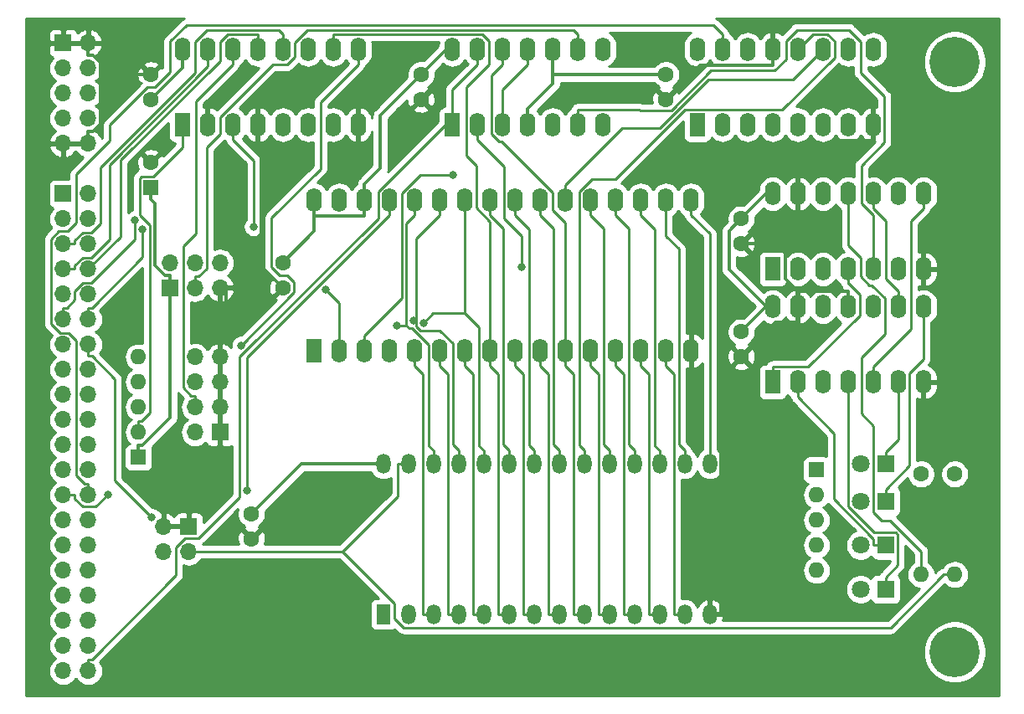
<source format=gbr>
G04 #@! TF.GenerationSoftware,KiCad,Pcbnew,(5.1.4)-1*
G04 #@! TF.CreationDate,2021-09-17T15:34:01+03:00*
G04 #@! TF.ProjectId,MEM,4d454d2e-6b69-4636-9164-5f7063625858,rev?*
G04 #@! TF.SameCoordinates,Original*
G04 #@! TF.FileFunction,Copper,L2,Bot*
G04 #@! TF.FilePolarity,Positive*
%FSLAX46Y46*%
G04 Gerber Fmt 4.6, Leading zero omitted, Abs format (unit mm)*
G04 Created by KiCad (PCBNEW (5.1.4)-1) date 2021-09-17 15:34:01*
%MOMM*%
%LPD*%
G04 APERTURE LIST*
%ADD10R,1.700000X1.700000*%
%ADD11O,1.700000X1.700000*%
%ADD12R,1.600000X1.600000*%
%ADD13C,1.600000*%
%ADD14R,1.800000X1.800000*%
%ADD15C,1.800000*%
%ADD16O,1.600000X1.600000*%
%ADD17O,1.600000X2.400000*%
%ADD18R,1.600000X2.400000*%
%ADD19R,1.440000X2.000000*%
%ADD20O,1.440000X2.000000*%
%ADD21C,5.080000*%
%ADD22C,0.800000*%
%ADD23C,0.375000*%
%ADD24C,0.250000*%
%ADD25C,0.254000*%
G04 APERTURE END LIST*
D10*
X102870000Y-59055000D03*
D11*
X105410000Y-59055000D03*
X102870000Y-61595000D03*
X105410000Y-61595000D03*
X102870000Y-64135000D03*
X105410000Y-64135000D03*
X102870000Y-66675000D03*
X105410000Y-66675000D03*
X102870000Y-69215000D03*
X105410000Y-69215000D03*
D12*
X111760000Y-73660000D03*
D13*
X111760000Y-71160000D03*
X139065000Y-62230000D03*
X139065000Y-64730000D03*
X125095000Y-81280000D03*
X125095000Y-83780000D03*
X111760000Y-62270000D03*
X111760000Y-64770000D03*
X171450000Y-90765000D03*
X171450000Y-88265000D03*
X163830000Y-62230000D03*
X163830000Y-64730000D03*
X171450000Y-76835000D03*
X171450000Y-79335000D03*
X121920000Y-109180000D03*
X121920000Y-106680000D03*
D14*
X186055000Y-101600000D03*
D15*
X183515000Y-101600000D03*
X183515000Y-105410000D03*
D14*
X186055000Y-105410000D03*
D15*
X183515000Y-109855000D03*
D14*
X186055000Y-109855000D03*
X186055000Y-114300000D03*
D15*
X183515000Y-114300000D03*
D10*
X118745000Y-98425000D03*
D11*
X116205000Y-98425000D03*
X118745000Y-95885000D03*
X116205000Y-95885000D03*
X118745000Y-93345000D03*
X116205000Y-93345000D03*
X118745000Y-90805000D03*
X116205000Y-90805000D03*
D10*
X102870000Y-74295000D03*
D11*
X105410000Y-74295000D03*
X102870000Y-76835000D03*
X105410000Y-76835000D03*
X102870000Y-79375000D03*
X105410000Y-79375000D03*
X102870000Y-81915000D03*
X105410000Y-81915000D03*
X102870000Y-84455000D03*
X105410000Y-84455000D03*
X102870000Y-86995000D03*
X105410000Y-86995000D03*
X102870000Y-89535000D03*
X105410000Y-89535000D03*
X102870000Y-92075000D03*
X105410000Y-92075000D03*
X102870000Y-94615000D03*
X105410000Y-94615000D03*
X102870000Y-97155000D03*
X105410000Y-97155000D03*
X102870000Y-99695000D03*
X105410000Y-99695000D03*
X102870000Y-102235000D03*
X105410000Y-102235000D03*
X102870000Y-104775000D03*
X105410000Y-104775000D03*
X102870000Y-107315000D03*
X105410000Y-107315000D03*
X102870000Y-109855000D03*
X105410000Y-109855000D03*
X102870000Y-112395000D03*
X105410000Y-112395000D03*
X102870000Y-114935000D03*
X105410000Y-114935000D03*
X102870000Y-117475000D03*
X105410000Y-117475000D03*
X102870000Y-120015000D03*
X105410000Y-120015000D03*
X102870000Y-122555000D03*
X105410000Y-122555000D03*
D10*
X115570000Y-107950000D03*
D11*
X115570000Y-110490000D03*
X113030000Y-107950000D03*
X113030000Y-110490000D03*
D13*
X189640000Y-102655000D03*
D16*
X189640000Y-112815000D03*
X193040000Y-112815000D03*
D13*
X193040000Y-102655000D03*
D16*
X110490000Y-90805000D03*
X110490000Y-93345000D03*
X110490000Y-95885000D03*
X110490000Y-98425000D03*
D12*
X110490000Y-100965000D03*
X179070000Y-102235000D03*
D16*
X179070000Y-104775000D03*
X179070000Y-107315000D03*
X179070000Y-109855000D03*
X179070000Y-112395000D03*
D17*
X167005000Y-59690000D03*
X184785000Y-67310000D03*
X169545000Y-59690000D03*
X182245000Y-67310000D03*
X172085000Y-59690000D03*
X179705000Y-67310000D03*
X174625000Y-59690000D03*
X177165000Y-67310000D03*
X177165000Y-59690000D03*
X174625000Y-67310000D03*
X179705000Y-59690000D03*
X172085000Y-67310000D03*
X182245000Y-59690000D03*
X169545000Y-67310000D03*
X184785000Y-59690000D03*
D18*
X167005000Y-67310000D03*
X174625000Y-81915000D03*
D17*
X189865000Y-74295000D03*
X177165000Y-81915000D03*
X187325000Y-74295000D03*
X179705000Y-81915000D03*
X184785000Y-74295000D03*
X182245000Y-81915000D03*
X182245000Y-74295000D03*
X184785000Y-81915000D03*
X179705000Y-74295000D03*
X187325000Y-81915000D03*
X177165000Y-74295000D03*
X189865000Y-81915000D03*
X174625000Y-74295000D03*
D18*
X142240000Y-67310000D03*
D17*
X157480000Y-59690000D03*
X144780000Y-67310000D03*
X154940000Y-59690000D03*
X147320000Y-67310000D03*
X152400000Y-59690000D03*
X149860000Y-67310000D03*
X149860000Y-59690000D03*
X152400000Y-67310000D03*
X147320000Y-59690000D03*
X154940000Y-67310000D03*
X144780000Y-59690000D03*
X157480000Y-67310000D03*
X142240000Y-59690000D03*
D18*
X114935000Y-67310000D03*
D17*
X132715000Y-59690000D03*
X117475000Y-67310000D03*
X130175000Y-59690000D03*
X120015000Y-67310000D03*
X127635000Y-59690000D03*
X122555000Y-67310000D03*
X125095000Y-59690000D03*
X125095000Y-67310000D03*
X122555000Y-59690000D03*
X127635000Y-67310000D03*
X120015000Y-59690000D03*
X130175000Y-67310000D03*
X117475000Y-59690000D03*
X132715000Y-67310000D03*
X114935000Y-59690000D03*
X174625000Y-85725000D03*
X189865000Y-93345000D03*
X177165000Y-85725000D03*
X187325000Y-93345000D03*
X179705000Y-85725000D03*
X184785000Y-93345000D03*
X182245000Y-85725000D03*
X182245000Y-93345000D03*
X184785000Y-85725000D03*
X179705000Y-93345000D03*
X187325000Y-85725000D03*
X177165000Y-93345000D03*
X189865000Y-85725000D03*
D18*
X174625000Y-93345000D03*
X128270000Y-90170000D03*
D17*
X166370000Y-74930000D03*
X130810000Y-90170000D03*
X163830000Y-74930000D03*
X133350000Y-90170000D03*
X161290000Y-74930000D03*
X135890000Y-90170000D03*
X158750000Y-74930000D03*
X138430000Y-90170000D03*
X156210000Y-74930000D03*
X140970000Y-90170000D03*
X153670000Y-74930000D03*
X143510000Y-90170000D03*
X151130000Y-74930000D03*
X146050000Y-90170000D03*
X148590000Y-74930000D03*
X148590000Y-90170000D03*
X146050000Y-74930000D03*
X151130000Y-90170000D03*
X143510000Y-74930000D03*
X153670000Y-90170000D03*
X140970000Y-74930000D03*
X156210000Y-90170000D03*
X138430000Y-74930000D03*
X158750000Y-90170000D03*
X135890000Y-74930000D03*
X161290000Y-90170000D03*
X133350000Y-74930000D03*
X163830000Y-90170000D03*
X130810000Y-74930000D03*
X166370000Y-90170000D03*
X128270000Y-74930000D03*
D19*
X135255000Y-116840000D03*
D20*
X135255000Y-101600000D03*
X137795000Y-116840000D03*
X137795000Y-101600000D03*
X140335000Y-116840000D03*
X140335000Y-101600000D03*
X142875000Y-116840000D03*
X142875000Y-101600000D03*
X145415000Y-116840000D03*
X145415000Y-101600000D03*
X147955000Y-116840000D03*
X147955000Y-101600000D03*
X150495000Y-116840000D03*
X150495000Y-101600000D03*
X153035000Y-116840000D03*
X153035000Y-101600000D03*
X155575000Y-116840000D03*
X155575000Y-101600000D03*
X158115000Y-116840000D03*
X158115000Y-101600000D03*
X160655000Y-116840000D03*
X160655000Y-101600000D03*
X163195000Y-116840000D03*
X163195000Y-101600000D03*
X165735000Y-116840000D03*
X165735000Y-101600000D03*
X168275000Y-116840000D03*
X168275000Y-101600000D03*
D10*
X113665000Y-83820000D03*
D11*
X113665000Y-81280000D03*
X116205000Y-83820000D03*
X116205000Y-81280000D03*
X118745000Y-83820000D03*
X118745000Y-81280000D03*
D21*
X193040000Y-60960000D03*
X193040000Y-120650000D03*
D22*
X120874800Y-89629700D03*
X149241500Y-81676200D03*
X139310900Y-87382200D03*
X138310500Y-87124800D03*
X110107100Y-76985000D03*
X110905400Y-77866300D03*
X136624000Y-87635500D03*
X111841700Y-107044300D03*
X142272100Y-72390000D03*
X121458300Y-104352500D03*
X107408400Y-104711100D03*
X129438900Y-83950800D03*
X122109500Y-77627800D03*
D23*
X152400000Y-59690000D02*
X152400000Y-61277800D01*
X142240000Y-59690000D02*
X141605000Y-59690000D01*
X141605000Y-59690000D02*
X139065000Y-62230000D01*
X171450000Y-76835000D02*
X170214800Y-78070200D01*
X170214800Y-78070200D02*
X170214800Y-81949800D01*
X170214800Y-81949800D02*
X173990000Y-85725000D01*
X174625000Y-85725000D02*
X173990000Y-85725000D01*
X173990000Y-85725000D02*
X171450000Y-88265000D01*
X128270000Y-74930000D02*
X128270000Y-76373900D01*
X149860000Y-67310000D02*
X149860000Y-65722200D01*
X149860000Y-65722200D02*
X152400000Y-63182200D01*
X152400000Y-63182200D02*
X152400000Y-62230000D01*
X152400000Y-62230000D02*
X152400000Y-61277800D01*
X152400000Y-62230000D02*
X163830000Y-62230000D01*
X133350000Y-73342200D02*
X134937800Y-71754400D01*
X134937800Y-71754400D02*
X134937800Y-66357200D01*
X134937800Y-66357200D02*
X139065000Y-62230000D01*
X133350000Y-74930000D02*
X133350000Y-73342200D01*
X135255000Y-101600000D02*
X127000000Y-101600000D01*
X127000000Y-101600000D02*
X121920000Y-106680000D01*
X113665000Y-83201100D02*
X113665000Y-82582200D01*
X113665000Y-83201100D02*
X113665000Y-83820000D01*
X113665000Y-85057800D02*
X113665000Y-96973500D01*
X113665000Y-96973500D02*
X110861300Y-99777200D01*
X110861300Y-99777200D02*
X110490000Y-99777200D01*
X113665000Y-83820000D02*
X113665000Y-85057800D01*
X110490000Y-100965000D02*
X110490000Y-99777200D01*
X133350000Y-74930000D02*
X133350000Y-76517800D01*
X128270000Y-76517800D02*
X133350000Y-76517800D01*
X128270000Y-76373900D02*
X128270000Y-76517800D01*
X128270000Y-76517800D02*
X128270000Y-78105000D01*
X128270000Y-78105000D02*
X125095000Y-81280000D01*
X113665000Y-82582200D02*
X113200800Y-82582200D01*
X113200800Y-82582200D02*
X112193000Y-81574400D01*
X112193000Y-81574400D02*
X112193000Y-75280800D01*
X112193000Y-75280800D02*
X111760000Y-74847800D01*
X111760000Y-73660000D02*
X111760000Y-74847800D01*
X174625000Y-74295000D02*
X173990000Y-74295000D01*
X173990000Y-74295000D02*
X171450000Y-76835000D01*
X114935000Y-59690000D02*
X114935000Y-61595000D01*
X114935000Y-61595000D02*
X111760000Y-64770000D01*
X169382800Y-116840000D02*
X169382800Y-92832200D01*
X169382800Y-92832200D02*
X171450000Y-90765000D01*
X168275000Y-116840000D02*
X169382800Y-116840000D01*
X177165000Y-87312800D02*
X174902200Y-87312800D01*
X174902200Y-87312800D02*
X171450000Y-90765000D01*
X177165000Y-85725000D02*
X177165000Y-87312800D01*
X177165000Y-74295000D02*
X177165000Y-75882800D01*
X184785000Y-68897800D02*
X180974400Y-68897800D01*
X180974400Y-68897800D02*
X177165000Y-72707200D01*
X184785000Y-67310000D02*
X184785000Y-68897800D01*
X177165000Y-74295000D02*
X177165000Y-72707200D01*
X118745000Y-93345000D02*
X118745000Y-90805000D01*
X118745000Y-98425000D02*
X118745000Y-103537200D01*
X118745000Y-103537200D02*
X115570000Y-106712200D01*
X115570000Y-107950000D02*
X115570000Y-106712200D01*
X118745000Y-98425000D02*
X118745000Y-95885000D01*
X118745000Y-95885000D02*
X118745000Y-93345000D01*
X111760000Y-62270000D02*
X106647900Y-62270000D01*
X105410000Y-67977200D02*
X105874200Y-67977200D01*
X105874200Y-67977200D02*
X106647900Y-67203500D01*
X106647900Y-67203500D02*
X106647900Y-62270000D01*
X106647900Y-62270000D02*
X106647900Y-61066500D01*
X106647900Y-61066500D02*
X105874200Y-60292800D01*
X105874200Y-60292800D02*
X105410000Y-60292800D01*
X105410000Y-69215000D02*
X105410000Y-67977200D01*
X105410000Y-59055000D02*
X105410000Y-60292800D01*
X122555000Y-67310000D02*
X122555000Y-68897800D01*
X163830000Y-64730000D02*
X167282200Y-61277800D01*
X167282200Y-61277800D02*
X174625000Y-61277800D01*
X174625000Y-59690000D02*
X174625000Y-61277800D01*
X177165000Y-85725000D02*
X177165000Y-84137200D01*
X175895000Y-79335000D02*
X171450000Y-79335000D01*
X177165000Y-75882800D02*
X175895000Y-77152800D01*
X175895000Y-77152800D02*
X175895000Y-79335000D01*
X118745000Y-83820000D02*
X119363900Y-83820000D01*
X119363900Y-83820000D02*
X119982800Y-83820000D01*
X119363900Y-83820000D02*
X119363900Y-88948300D01*
X119363900Y-88948300D02*
X118745000Y-89567200D01*
X118745000Y-90805000D02*
X118745000Y-89567200D01*
X122897300Y-81772600D02*
X122897300Y-69240100D01*
X122897300Y-69240100D02*
X122555000Y-68897800D01*
X119982800Y-83820000D02*
X122030200Y-81772600D01*
X122030200Y-81772600D02*
X122897300Y-81772600D01*
X122897300Y-81772600D02*
X123087600Y-81772600D01*
X123087600Y-81772600D02*
X125095000Y-83780000D01*
X182245000Y-85725000D02*
X182245000Y-84137200D01*
X175895000Y-79335000D02*
X175895000Y-82867200D01*
X175895000Y-82867200D02*
X177165000Y-84137200D01*
X177165000Y-84137200D02*
X182245000Y-84137200D01*
D24*
X187325000Y-93345000D02*
X187325000Y-99104700D01*
X187325000Y-99104700D02*
X186055000Y-100374700D01*
X186055000Y-101600000D02*
X186055000Y-100374700D01*
X186055000Y-104184700D02*
X188450400Y-101789300D01*
X188450400Y-101789300D02*
X188450400Y-92446500D01*
X188450400Y-92446500D02*
X189865000Y-91031900D01*
X189865000Y-91031900D02*
X189865000Y-85725000D01*
X186055000Y-105410000D02*
X186055000Y-104184700D01*
X177165000Y-94870300D02*
X180835700Y-98541000D01*
X180835700Y-98541000D02*
X180835700Y-105189600D01*
X180835700Y-105189600D02*
X184829700Y-109183600D01*
X184829700Y-109183600D02*
X184829700Y-109855000D01*
X177165000Y-93345000D02*
X177165000Y-94870300D01*
X186055000Y-109855000D02*
X184829700Y-109855000D01*
X186055000Y-114300000D02*
X186055000Y-113074700D01*
X182245000Y-94870300D02*
X182245000Y-105891700D01*
X182245000Y-105891700D02*
X184913300Y-108560000D01*
X184913300Y-108560000D02*
X187059400Y-108560000D01*
X187059400Y-108560000D02*
X187280300Y-108780900D01*
X187280300Y-108780900D02*
X187280300Y-111849400D01*
X187280300Y-111849400D02*
X186055000Y-113074700D01*
X182245000Y-93345000D02*
X182245000Y-94870300D01*
X110490000Y-98425000D02*
X110490000Y-97299700D01*
X110490000Y-97299700D02*
X110771400Y-97299700D01*
X110771400Y-97299700D02*
X111630700Y-96440400D01*
X111630700Y-96440400D02*
X111630700Y-77456800D01*
X111630700Y-77456800D02*
X110634600Y-76460700D01*
X110634600Y-76460700D02*
X110634600Y-72704100D01*
X110634600Y-72704100D02*
X110804100Y-72534600D01*
X110804100Y-72534600D02*
X111990600Y-72534600D01*
X111990600Y-72534600D02*
X114935000Y-69590200D01*
X114935000Y-69590200D02*
X114935000Y-67310000D01*
X120015000Y-61215300D02*
X116326800Y-64903500D01*
X116326800Y-64903500D02*
X116326800Y-78319200D01*
X116326800Y-78319200D02*
X115029700Y-79616300D01*
X115029700Y-79616300D02*
X115029700Y-93901800D01*
X115029700Y-93901800D02*
X115837600Y-94709700D01*
X115837600Y-94709700D02*
X116205000Y-94709700D01*
X120015000Y-59690000D02*
X120015000Y-61215300D01*
X116205000Y-95885000D02*
X116205000Y-94709700D01*
X132715000Y-59690000D02*
X132715000Y-61215300D01*
X120874800Y-89629700D02*
X126236000Y-84268500D01*
X126236000Y-84268500D02*
X126236000Y-83248400D01*
X126236000Y-83248400D02*
X125517600Y-82530000D01*
X125517600Y-82530000D02*
X124753500Y-82530000D01*
X124753500Y-82530000D02*
X123954000Y-81730500D01*
X123954000Y-81730500D02*
X123954000Y-76717000D01*
X123954000Y-76717000D02*
X128905000Y-71766000D01*
X128905000Y-71766000D02*
X128905000Y-65025300D01*
X128905000Y-65025300D02*
X132715000Y-61215300D01*
X153670000Y-90170000D02*
X153670000Y-77223400D01*
X153670000Y-77223400D02*
X152400000Y-75953400D01*
X152400000Y-75953400D02*
X152400000Y-74137400D01*
X152400000Y-74137400D02*
X147237900Y-68975300D01*
X147237900Y-68975300D02*
X146940800Y-68975300D01*
X146940800Y-68975300D02*
X146192000Y-68226500D01*
X146192000Y-68226500D02*
X146192000Y-62343300D01*
X146192000Y-62343300D02*
X147320000Y-61215300D01*
X147320000Y-59690000D02*
X147320000Y-61215300D01*
X154529700Y-116840000D02*
X154529700Y-92555000D01*
X154529700Y-92555000D02*
X153670000Y-91695300D01*
X155575000Y-116840000D02*
X154529700Y-116840000D01*
X153670000Y-90170000D02*
X153670000Y-91695300D01*
X144780000Y-67310000D02*
X144780000Y-68835300D01*
X149241500Y-81676200D02*
X149241500Y-78544600D01*
X149241500Y-78544600D02*
X147460100Y-76763200D01*
X147460100Y-76763200D02*
X147460100Y-71515400D01*
X147460100Y-71515400D02*
X144780000Y-68835300D01*
X157069700Y-116840000D02*
X157069700Y-92555000D01*
X157069700Y-92555000D02*
X156210000Y-91695300D01*
X158115000Y-116840000D02*
X157069700Y-116840000D01*
X156210000Y-90170000D02*
X156210000Y-91695300D01*
X149449700Y-116840000D02*
X149449700Y-92555000D01*
X149449700Y-92555000D02*
X148590000Y-91695300D01*
X150495000Y-116840000D02*
X149449700Y-116840000D01*
X148590000Y-90170000D02*
X148590000Y-91695300D01*
X151989700Y-116840000D02*
X151989700Y-92555000D01*
X151989700Y-92555000D02*
X151130000Y-91695300D01*
X153035000Y-116840000D02*
X151989700Y-116840000D01*
X151130000Y-90170000D02*
X151130000Y-91695300D01*
X144369700Y-116840000D02*
X144369700Y-92555000D01*
X144369700Y-92555000D02*
X143510000Y-91695300D01*
X145415000Y-116840000D02*
X144369700Y-116840000D01*
X143510000Y-90170000D02*
X143510000Y-91695300D01*
X104045300Y-79375000D02*
X104045300Y-79007600D01*
X104045300Y-79007600D02*
X104853200Y-78199700D01*
X104853200Y-78199700D02*
X105726600Y-78199700D01*
X105726600Y-78199700D02*
X106641700Y-77284600D01*
X106641700Y-77284600D02*
X106641700Y-71622000D01*
X106641700Y-71622000D02*
X116205000Y-62058700D01*
X116205000Y-62058700D02*
X116205000Y-58916700D01*
X116205000Y-58916700D02*
X117407400Y-57714300D01*
X117407400Y-57714300D02*
X124644600Y-57714300D01*
X124644600Y-57714300D02*
X125095000Y-58164700D01*
X102870000Y-79375000D02*
X104045300Y-79375000D01*
X125095000Y-59690000D02*
X125095000Y-58164700D01*
X146909700Y-116840000D02*
X146909700Y-92555000D01*
X146909700Y-92555000D02*
X146050000Y-91695300D01*
X147955000Y-116840000D02*
X146909700Y-116840000D01*
X146050000Y-90170000D02*
X146050000Y-91695300D01*
X130175000Y-58164700D02*
X145253700Y-58164700D01*
X145253700Y-58164700D02*
X145915100Y-58826100D01*
X145915100Y-58826100D02*
X145915100Y-61253900D01*
X145915100Y-61253900D02*
X143635600Y-63533400D01*
X143635600Y-63533400D02*
X143635600Y-70470600D01*
X143635600Y-70470600D02*
X144635400Y-71470400D01*
X144635400Y-71470400D02*
X144635400Y-75677600D01*
X144635400Y-75677600D02*
X146050000Y-77092200D01*
X146050000Y-77092200D02*
X146050000Y-90170000D01*
X130175000Y-59690000D02*
X130175000Y-58164700D01*
X139289700Y-116840000D02*
X139289700Y-92555000D01*
X139289700Y-92555000D02*
X138430000Y-91695300D01*
X140335000Y-116840000D02*
X139289700Y-116840000D01*
X138430000Y-90170000D02*
X138430000Y-91695300D01*
X102870000Y-81915000D02*
X104045300Y-81915000D01*
X104045300Y-81915000D02*
X104045300Y-81547600D01*
X104045300Y-81547600D02*
X104853200Y-80739700D01*
X104853200Y-80739700D02*
X105707600Y-80739700D01*
X105707600Y-80739700D02*
X107542400Y-78904900D01*
X107542400Y-78904900D02*
X107542400Y-71358200D01*
X107542400Y-71358200D02*
X117475000Y-61425600D01*
X117475000Y-61425600D02*
X117475000Y-59690000D01*
X141829700Y-116840000D02*
X141829700Y-92555000D01*
X141829700Y-92555000D02*
X140970000Y-91695300D01*
X142875000Y-116840000D02*
X141829700Y-116840000D01*
X140970000Y-90170000D02*
X140970000Y-91695300D01*
X105410000Y-81915000D02*
X108704100Y-78620900D01*
X108704100Y-78620900D02*
X108704100Y-70886400D01*
X108704100Y-70886400D02*
X118745000Y-60845500D01*
X118745000Y-60845500D02*
X118745000Y-58935300D01*
X118745000Y-58935300D02*
X119515600Y-58164700D01*
X119515600Y-58164700D02*
X122555000Y-58164700D01*
X122555000Y-59690000D02*
X122555000Y-58164700D01*
X145415000Y-101600000D02*
X145415000Y-100274700D01*
X143510000Y-74930000D02*
X143510000Y-76455300D01*
X143510000Y-86388000D02*
X143510000Y-76455300D01*
X145415000Y-100274700D02*
X144924600Y-99784300D01*
X144924600Y-99784300D02*
X144924600Y-87802600D01*
X144924600Y-87802600D02*
X143510000Y-86388000D01*
X143510000Y-86388000D02*
X140305100Y-86388000D01*
X140305100Y-86388000D02*
X139310900Y-87382200D01*
X142875000Y-101600000D02*
X142875000Y-100274700D01*
X140970000Y-74930000D02*
X140970000Y-76455300D01*
X138585600Y-87124800D02*
X138310500Y-87124800D01*
X140970000Y-76455300D02*
X138585600Y-78839700D01*
X138585600Y-78839700D02*
X138585600Y-87124800D01*
X138585600Y-87124800D02*
X138585600Y-87682600D01*
X138585600Y-87682600D02*
X139010500Y-88107500D01*
X139010500Y-88107500D02*
X140948000Y-88107500D01*
X140948000Y-88107500D02*
X142291600Y-89451100D01*
X142291600Y-89451100D02*
X142291600Y-99691300D01*
X142291600Y-99691300D02*
X142875000Y-100274700D01*
X147955000Y-101600000D02*
X147955000Y-100274700D01*
X146050000Y-74930000D02*
X146050000Y-76455300D01*
X147955000Y-100274700D02*
X147371600Y-99691300D01*
X147371600Y-99691300D02*
X147371600Y-77776900D01*
X147371600Y-77776900D02*
X146050000Y-76455300D01*
X102870000Y-86995000D02*
X102870000Y-85819700D01*
X102870000Y-85819700D02*
X103237400Y-85819700D01*
X103237400Y-85819700D02*
X104045300Y-85011800D01*
X104045300Y-85011800D02*
X104045300Y-84118700D01*
X104045300Y-84118700D02*
X104884400Y-83279600D01*
X104884400Y-83279600D02*
X105720900Y-83279600D01*
X105720900Y-83279600D02*
X110107100Y-78893400D01*
X110107100Y-78893400D02*
X110107100Y-76985000D01*
X153035000Y-100274700D02*
X152451600Y-99691300D01*
X152451600Y-99691300D02*
X152451600Y-77776900D01*
X152451600Y-77776900D02*
X151130000Y-76455300D01*
X153035000Y-101600000D02*
X153035000Y-100274700D01*
X151130000Y-74930000D02*
X151130000Y-76455300D01*
X110905400Y-77866300D02*
X110905400Y-80691600D01*
X110905400Y-80691600D02*
X105777300Y-85819700D01*
X105777300Y-85819700D02*
X105410000Y-85819700D01*
X105410000Y-86995000D02*
X105410000Y-85819700D01*
X140335000Y-101600000D02*
X140335000Y-100274700D01*
X138430000Y-74930000D02*
X138430000Y-76455300D01*
X137585200Y-87597300D02*
X136662200Y-87597300D01*
X136662200Y-87597300D02*
X136624000Y-87635500D01*
X138430000Y-76455300D02*
X137585200Y-77300100D01*
X137585200Y-77300100D02*
X137585200Y-87597300D01*
X137585200Y-87597300D02*
X137852600Y-87864700D01*
X137852600Y-87864700D02*
X138130800Y-87864700D01*
X138130800Y-87864700D02*
X139844500Y-89578400D01*
X139844500Y-89578400D02*
X139844600Y-89578400D01*
X139844600Y-89578400D02*
X139844600Y-99784300D01*
X139844600Y-99784300D02*
X140335000Y-100274700D01*
X105410000Y-89535000D02*
X105410000Y-90710300D01*
X111841700Y-107044300D02*
X108120900Y-103323500D01*
X108120900Y-103323500D02*
X108120900Y-93053900D01*
X108120900Y-93053900D02*
X105777300Y-90710300D01*
X105777300Y-90710300D02*
X105410000Y-90710300D01*
X133350000Y-90170000D02*
X133350000Y-88644700D01*
X133350000Y-88644700D02*
X137134500Y-84860200D01*
X137134500Y-84860200D02*
X137134500Y-74228200D01*
X137134500Y-74228200D02*
X138972700Y-72390000D01*
X138972700Y-72390000D02*
X142272100Y-72390000D01*
X162149700Y-116840000D02*
X162149700Y-92555000D01*
X162149700Y-92555000D02*
X161290000Y-91695300D01*
X163195000Y-116840000D02*
X162149700Y-116840000D01*
X161290000Y-90170000D02*
X161290000Y-91695300D01*
X159609700Y-116840000D02*
X159609700Y-92555000D01*
X159609700Y-92555000D02*
X158750000Y-91695300D01*
X160655000Y-116840000D02*
X159609700Y-116840000D01*
X158750000Y-90170000D02*
X158750000Y-91695300D01*
X168275000Y-101600000D02*
X168275000Y-78360300D01*
X168275000Y-78360300D02*
X166370000Y-76455300D01*
X166370000Y-74930000D02*
X166370000Y-76455300D01*
X164689700Y-116840000D02*
X164689700Y-92555000D01*
X164689700Y-92555000D02*
X163830000Y-91695300D01*
X165735000Y-116840000D02*
X164689700Y-116840000D01*
X163830000Y-90170000D02*
X163830000Y-91695300D01*
X163195000Y-100274700D02*
X162704600Y-99784300D01*
X162704600Y-99784300D02*
X162704600Y-77869900D01*
X162704600Y-77869900D02*
X161290000Y-76455300D01*
X163195000Y-101600000D02*
X163195000Y-100274700D01*
X161290000Y-74930000D02*
X161290000Y-76455300D01*
X165735000Y-101600000D02*
X165735000Y-100274700D01*
X163830000Y-74930000D02*
X163830000Y-76455300D01*
X163830000Y-76455300D02*
X163830000Y-78561000D01*
X163830000Y-78561000D02*
X165151600Y-79882600D01*
X165151600Y-79882600D02*
X165151600Y-99691300D01*
X165151600Y-99691300D02*
X165735000Y-100274700D01*
X158115000Y-101600000D02*
X158115000Y-100274700D01*
X156210000Y-74930000D02*
X156210000Y-76455300D01*
X156210000Y-76455300D02*
X157531600Y-77776900D01*
X157531600Y-77776900D02*
X157531600Y-99691300D01*
X157531600Y-99691300D02*
X158115000Y-100274700D01*
X160655000Y-100274700D02*
X160071600Y-99691300D01*
X160071600Y-99691300D02*
X160071600Y-77776900D01*
X160071600Y-77776900D02*
X158750000Y-76455300D01*
X160655000Y-101600000D02*
X160655000Y-100274700D01*
X158750000Y-74930000D02*
X158750000Y-76455300D01*
X107408400Y-104711100D02*
X106169200Y-105950300D01*
X106169200Y-105950300D02*
X104853200Y-105950300D01*
X104853200Y-105950300D02*
X104045300Y-105142400D01*
X104045300Y-105142400D02*
X104045300Y-104775000D01*
X102870000Y-104775000D02*
X104045300Y-104775000D01*
X135890000Y-74930000D02*
X135890000Y-76455300D01*
X135890000Y-76455300D02*
X121458300Y-90887000D01*
X121458300Y-90887000D02*
X121458300Y-104352500D01*
X169545000Y-58164700D02*
X168638400Y-57258100D01*
X168638400Y-57258100D02*
X115336600Y-57258100D01*
X115336600Y-57258100D02*
X113708100Y-58886600D01*
X113708100Y-58886600D02*
X113708100Y-61995300D01*
X113708100Y-61995300D02*
X112183400Y-63520000D01*
X112183400Y-63520000D02*
X111418000Y-63520000D01*
X111418000Y-63520000D02*
X107603000Y-67335000D01*
X107603000Y-67335000D02*
X107603000Y-68948500D01*
X107603000Y-68948500D02*
X104209800Y-72341700D01*
X104209800Y-72341700D02*
X104209800Y-77230400D01*
X104209800Y-77230400D02*
X103335200Y-78105000D01*
X103335200Y-78105000D02*
X102412300Y-78105000D01*
X102412300Y-78105000D02*
X101646600Y-78870700D01*
X101646600Y-78870700D02*
X101646600Y-87449200D01*
X101646600Y-87449200D02*
X102557000Y-88359600D01*
X102557000Y-88359600D02*
X103447500Y-88359600D01*
X103447500Y-88359600D02*
X104234700Y-89146800D01*
X104234700Y-89146800D02*
X104234700Y-102791800D01*
X104234700Y-102791800D02*
X105042600Y-103599700D01*
X105042600Y-103599700D02*
X105410000Y-103599700D01*
X169545000Y-59690000D02*
X169545000Y-58164700D01*
X105410000Y-104775000D02*
X105410000Y-103599700D01*
X150495000Y-101600000D02*
X150495000Y-100274700D01*
X148590000Y-74930000D02*
X148590000Y-76455300D01*
X148590000Y-76455300D02*
X149989200Y-77854500D01*
X149989200Y-77854500D02*
X149989200Y-99768900D01*
X149989200Y-99768900D02*
X150495000Y-100274700D01*
X142240000Y-67310000D02*
X142240000Y-66793000D01*
X142240000Y-66793000D02*
X142240000Y-65784700D01*
X105410000Y-122555000D02*
X105410000Y-121379700D01*
X144780000Y-61215300D02*
X142240000Y-63755300D01*
X142240000Y-63755300D02*
X142240000Y-65784700D01*
X144780000Y-59690000D02*
X144780000Y-61215300D01*
X142240000Y-66793000D02*
X142027100Y-66793000D01*
X142027100Y-66793000D02*
X134746700Y-74073400D01*
X134746700Y-74073400D02*
X134746700Y-76783700D01*
X134746700Y-76783700D02*
X120733000Y-90797400D01*
X120733000Y-90797400D02*
X120733000Y-104947800D01*
X120733000Y-104947800D02*
X116550000Y-109130800D01*
X116550000Y-109130800D02*
X115232700Y-109130800D01*
X115232700Y-109130800D02*
X114300000Y-110063500D01*
X114300000Y-110063500D02*
X114300000Y-112857000D01*
X114300000Y-112857000D02*
X105777300Y-121379700D01*
X105777300Y-121379700D02*
X105410000Y-121379700D01*
X130810000Y-90170000D02*
X130810000Y-85321900D01*
X130810000Y-85321900D02*
X129438900Y-83950800D01*
X116205000Y-82644700D02*
X116572400Y-82644700D01*
X116572400Y-82644700D02*
X117380300Y-81836800D01*
X117380300Y-81836800D02*
X117380300Y-69604900D01*
X117380300Y-69604900D02*
X118745000Y-68240200D01*
X118745000Y-68240200D02*
X118745000Y-66532100D01*
X118745000Y-66532100D02*
X124061800Y-61215300D01*
X124061800Y-61215300D02*
X125568700Y-61215300D01*
X125568700Y-61215300D02*
X126291100Y-60492900D01*
X126291100Y-60492900D02*
X126291100Y-58993700D01*
X126291100Y-58993700D02*
X127576300Y-57708500D01*
X127576300Y-57708500D02*
X154483800Y-57708500D01*
X154483800Y-57708500D02*
X154940000Y-58164700D01*
X116205000Y-83820000D02*
X116205000Y-82644700D01*
X154940000Y-59690000D02*
X154940000Y-58164700D01*
X137795000Y-101600000D02*
X136749700Y-101600000D01*
X136749700Y-101600000D02*
X136749700Y-104863600D01*
X136749700Y-104863600D02*
X131123300Y-110490000D01*
X191914700Y-112815000D02*
X186562700Y-118167000D01*
X186562700Y-118167000D02*
X137286000Y-118167000D01*
X137286000Y-118167000D02*
X136365700Y-117246700D01*
X136365700Y-117246700D02*
X136365700Y-115732400D01*
X136365700Y-115732400D02*
X131123300Y-110490000D01*
X131123300Y-110490000D02*
X115570000Y-110490000D01*
X193040000Y-112815000D02*
X191914700Y-112815000D01*
X189640000Y-112815000D02*
X189640000Y-110452800D01*
X189640000Y-110452800D02*
X186515100Y-107327900D01*
X186515100Y-107327900D02*
X185650000Y-107327900D01*
X185650000Y-107327900D02*
X184829600Y-106507500D01*
X184829600Y-106507500D02*
X184829600Y-97749900D01*
X184829600Y-97749900D02*
X183627400Y-96547700D01*
X183627400Y-96547700D02*
X183627400Y-90832600D01*
X183627400Y-90832600D02*
X185960100Y-88499900D01*
X185960100Y-88499900D02*
X185960100Y-84837500D01*
X185960100Y-84837500D02*
X184653600Y-83531000D01*
X184653600Y-83531000D02*
X184368800Y-83531000D01*
X184368800Y-83531000D02*
X183515000Y-82677200D01*
X183515000Y-82677200D02*
X183515000Y-80761500D01*
X183515000Y-80761500D02*
X182245000Y-79491500D01*
X182245000Y-79491500D02*
X182245000Y-74295000D01*
X155575000Y-100274700D02*
X155053300Y-99753000D01*
X155053300Y-99753000D02*
X155053300Y-74090200D01*
X155053300Y-74090200D02*
X156351400Y-72792100D01*
X156351400Y-72792100D02*
X158713200Y-72792100D01*
X158713200Y-72792100D02*
X165720700Y-65784600D01*
X165720700Y-65784600D02*
X175606000Y-65784600D01*
X175606000Y-65784600D02*
X180875500Y-60515100D01*
X180875500Y-60515100D02*
X180875500Y-58861300D01*
X180875500Y-58861300D02*
X180176900Y-58162700D01*
X180176900Y-58162700D02*
X178692300Y-58162700D01*
X178692300Y-58162700D02*
X177165000Y-59690000D01*
X155575000Y-101600000D02*
X155575000Y-100274700D01*
X153670000Y-73404700D02*
X159427900Y-67646800D01*
X159427900Y-67646800D02*
X163221600Y-67646800D01*
X163221600Y-67646800D02*
X168142800Y-62725600D01*
X168142800Y-62725600D02*
X176669400Y-62725600D01*
X176669400Y-62725600D02*
X179705000Y-59690000D01*
X153670000Y-74930000D02*
X153670000Y-73404700D01*
X184785000Y-91819700D02*
X188595000Y-88009700D01*
X188595000Y-88009700D02*
X188595000Y-77090300D01*
X188595000Y-77090300D02*
X189865000Y-75820300D01*
X184785000Y-93345000D02*
X184785000Y-91819700D01*
X189865000Y-74295000D02*
X189865000Y-75820300D01*
X120015000Y-68835300D02*
X122109500Y-70929800D01*
X122109500Y-70929800D02*
X122109500Y-77627800D01*
X120015000Y-67310000D02*
X120015000Y-68835300D01*
X184785000Y-75820300D02*
X186055000Y-77090300D01*
X186055000Y-77090300D02*
X186055000Y-82929700D01*
X186055000Y-82929700D02*
X187325000Y-84199700D01*
X184785000Y-74295000D02*
X184785000Y-75820300D01*
X187325000Y-85725000D02*
X187325000Y-84199700D01*
X174625000Y-91819700D02*
X178173300Y-91819700D01*
X178173300Y-91819700D02*
X183402300Y-86590700D01*
X183402300Y-86590700D02*
X183402300Y-84498900D01*
X183402300Y-84498900D02*
X182343700Y-83440300D01*
X182343700Y-83440300D02*
X182245000Y-83440300D01*
X174625000Y-93345000D02*
X174625000Y-91819700D01*
X182245000Y-81915000D02*
X182245000Y-83440300D01*
X154940000Y-65784700D02*
X161132700Y-65784700D01*
X161132700Y-65784700D02*
X161221100Y-65873100D01*
X161221100Y-65873100D02*
X164358400Y-65873100D01*
X164358400Y-65873100D02*
X168410700Y-61820800D01*
X168410700Y-61820800D02*
X174815700Y-61820800D01*
X174815700Y-61820800D02*
X175968900Y-60667600D01*
X175968900Y-60667600D02*
X175968900Y-58814600D01*
X175968900Y-58814600D02*
X177071200Y-57712300D01*
X177071200Y-57712300D02*
X182307400Y-57712300D01*
X182307400Y-57712300D02*
X183515000Y-58919900D01*
X183515000Y-58919900D02*
X183515000Y-62041900D01*
X183515000Y-62041900D02*
X185933400Y-64460300D01*
X185933400Y-64460300D02*
X185933400Y-69079900D01*
X185933400Y-69079900D02*
X183593500Y-71419800D01*
X183593500Y-71419800D02*
X183593500Y-75265700D01*
X183593500Y-75265700D02*
X184785000Y-76457200D01*
X184785000Y-76457200D02*
X184785000Y-81915000D01*
X154940000Y-67310000D02*
X154940000Y-65784700D01*
X147320000Y-67310000D02*
X147320000Y-63755300D01*
X147320000Y-63755300D02*
X149860000Y-61215300D01*
X149860000Y-59690000D02*
X149860000Y-61215300D01*
D25*
G36*
X115044353Y-56552554D02*
G01*
X114912324Y-56623126D01*
X114796599Y-56718099D01*
X114772801Y-56747097D01*
X113197103Y-58322796D01*
X113168099Y-58346599D01*
X113122777Y-58401825D01*
X113073126Y-58462324D01*
X113006498Y-58586976D01*
X113002554Y-58594354D01*
X112959097Y-58737615D01*
X112948100Y-58849268D01*
X112948100Y-58849278D01*
X112944424Y-58886600D01*
X112948100Y-58923923D01*
X112948101Y-61514235D01*
X112752702Y-61456903D01*
X111939605Y-62270000D01*
X111953748Y-62284143D01*
X111774143Y-62463748D01*
X111760000Y-62449605D01*
X111745858Y-62463748D01*
X111566253Y-62284143D01*
X111580395Y-62270000D01*
X110767298Y-61456903D01*
X110523329Y-61528486D01*
X110402429Y-61783996D01*
X110333700Y-62058184D01*
X110319783Y-62340512D01*
X110361213Y-62620130D01*
X110456397Y-62886292D01*
X110523329Y-63011514D01*
X110767296Y-63083097D01*
X110651023Y-63199370D01*
X110657426Y-63205773D01*
X107092003Y-66771196D01*
X107062999Y-66794999D01*
X107026472Y-66839508D01*
X106968026Y-66910724D01*
X106910817Y-67017754D01*
X106897454Y-67042754D01*
X106853997Y-67186015D01*
X106843000Y-67297668D01*
X106843000Y-67297678D01*
X106839324Y-67335000D01*
X106843000Y-67372323D01*
X106843001Y-68633696D01*
X106793588Y-68683110D01*
X106681641Y-68448080D01*
X106507588Y-68214731D01*
X106291355Y-68019822D01*
X106174477Y-67950201D01*
X106239014Y-67915706D01*
X106465134Y-67730134D01*
X106650706Y-67504014D01*
X106788599Y-67246034D01*
X106873513Y-66966111D01*
X106902185Y-66675000D01*
X106873513Y-66383889D01*
X106788599Y-66103966D01*
X106650706Y-65845986D01*
X106465134Y-65619866D01*
X106239014Y-65434294D01*
X106184209Y-65405000D01*
X106239014Y-65375706D01*
X106465134Y-65190134D01*
X106650706Y-64964014D01*
X106788599Y-64706034D01*
X106873513Y-64426111D01*
X106902185Y-64135000D01*
X106873513Y-63843889D01*
X106788599Y-63563966D01*
X106650706Y-63305986D01*
X106465134Y-63079866D01*
X106239014Y-62894294D01*
X106184209Y-62865000D01*
X106239014Y-62835706D01*
X106465134Y-62650134D01*
X106650706Y-62424014D01*
X106788599Y-62166034D01*
X106873513Y-61886111D01*
X106902185Y-61595000D01*
X106873513Y-61303889D01*
X106865447Y-61277298D01*
X110946903Y-61277298D01*
X111760000Y-62090395D01*
X112573097Y-61277298D01*
X112501514Y-61033329D01*
X112246004Y-60912429D01*
X111971816Y-60843700D01*
X111689488Y-60829783D01*
X111409870Y-60871213D01*
X111143708Y-60966397D01*
X111018486Y-61033329D01*
X110946903Y-61277298D01*
X106865447Y-61277298D01*
X106788599Y-61023966D01*
X106650706Y-60765986D01*
X106465134Y-60539866D01*
X106239014Y-60354294D01*
X106174477Y-60319799D01*
X106291355Y-60250178D01*
X106507588Y-60055269D01*
X106681641Y-59821920D01*
X106806825Y-59559099D01*
X106851476Y-59411890D01*
X106730155Y-59182000D01*
X105537000Y-59182000D01*
X105537000Y-59202000D01*
X105283000Y-59202000D01*
X105283000Y-59182000D01*
X102997000Y-59182000D01*
X102997000Y-59202000D01*
X102743000Y-59202000D01*
X102743000Y-59182000D01*
X101543750Y-59182000D01*
X101385000Y-59340750D01*
X101381928Y-59905000D01*
X101394188Y-60029482D01*
X101430498Y-60149180D01*
X101489463Y-60259494D01*
X101568815Y-60356185D01*
X101665506Y-60435537D01*
X101775820Y-60494502D01*
X101844687Y-60515393D01*
X101814866Y-60539866D01*
X101629294Y-60765986D01*
X101491401Y-61023966D01*
X101406487Y-61303889D01*
X101377815Y-61595000D01*
X101406487Y-61886111D01*
X101491401Y-62166034D01*
X101629294Y-62424014D01*
X101814866Y-62650134D01*
X102040986Y-62835706D01*
X102095791Y-62865000D01*
X102040986Y-62894294D01*
X101814866Y-63079866D01*
X101629294Y-63305986D01*
X101491401Y-63563966D01*
X101406487Y-63843889D01*
X101377815Y-64135000D01*
X101406487Y-64426111D01*
X101491401Y-64706034D01*
X101629294Y-64964014D01*
X101814866Y-65190134D01*
X102040986Y-65375706D01*
X102095791Y-65405000D01*
X102040986Y-65434294D01*
X101814866Y-65619866D01*
X101629294Y-65845986D01*
X101491401Y-66103966D01*
X101406487Y-66383889D01*
X101377815Y-66675000D01*
X101406487Y-66966111D01*
X101491401Y-67246034D01*
X101629294Y-67504014D01*
X101814866Y-67730134D01*
X102040986Y-67915706D01*
X102105523Y-67950201D01*
X101988645Y-68019822D01*
X101772412Y-68214731D01*
X101598359Y-68448080D01*
X101473175Y-68710901D01*
X101428524Y-68858110D01*
X101549845Y-69088000D01*
X102743000Y-69088000D01*
X102743000Y-69068000D01*
X102997000Y-69068000D01*
X102997000Y-69088000D01*
X105283000Y-69088000D01*
X105283000Y-69068000D01*
X105537000Y-69068000D01*
X105537000Y-69088000D01*
X105557000Y-69088000D01*
X105557000Y-69342000D01*
X105537000Y-69342000D01*
X105537000Y-69362000D01*
X105283000Y-69362000D01*
X105283000Y-69342000D01*
X102997000Y-69342000D01*
X102997000Y-70535814D01*
X103226891Y-70656481D01*
X103501252Y-70559157D01*
X103751355Y-70410178D01*
X103967588Y-70215269D01*
X104140000Y-69984120D01*
X104312412Y-70215269D01*
X104528645Y-70410178D01*
X104778748Y-70559157D01*
X104881199Y-70595499D01*
X103698803Y-71777896D01*
X103669799Y-71801699D01*
X103630161Y-71849999D01*
X103574826Y-71917424D01*
X103515495Y-72028423D01*
X103504254Y-72049454D01*
X103460797Y-72192715D01*
X103449800Y-72304368D01*
X103449800Y-72304378D01*
X103446124Y-72341700D01*
X103449800Y-72379023D01*
X103449800Y-72806928D01*
X102020000Y-72806928D01*
X101895518Y-72819188D01*
X101775820Y-72855498D01*
X101665506Y-72914463D01*
X101568815Y-72993815D01*
X101489463Y-73090506D01*
X101430498Y-73200820D01*
X101394188Y-73320518D01*
X101381928Y-73445000D01*
X101381928Y-75145000D01*
X101394188Y-75269482D01*
X101430498Y-75389180D01*
X101489463Y-75499494D01*
X101568815Y-75596185D01*
X101665506Y-75675537D01*
X101775820Y-75734502D01*
X101844687Y-75755393D01*
X101814866Y-75779866D01*
X101629294Y-76005986D01*
X101491401Y-76263966D01*
X101406487Y-76543889D01*
X101377815Y-76835000D01*
X101406487Y-77126111D01*
X101491401Y-77406034D01*
X101629294Y-77664014D01*
X101696542Y-77745956D01*
X101135602Y-78306897D01*
X101106599Y-78330699D01*
X101072191Y-78372626D01*
X101011626Y-78446424D01*
X100957624Y-78547454D01*
X100941054Y-78578454D01*
X100897597Y-78721715D01*
X100886600Y-78833368D01*
X100886600Y-78833378D01*
X100882924Y-78870700D01*
X100886600Y-78908022D01*
X100886601Y-87411868D01*
X100882924Y-87449200D01*
X100886601Y-87486533D01*
X100897598Y-87598186D01*
X100907241Y-87629974D01*
X100941054Y-87741446D01*
X101011626Y-87873476D01*
X101082552Y-87959899D01*
X101106600Y-87989201D01*
X101135598Y-88012999D01*
X101719125Y-88596527D01*
X101629294Y-88705986D01*
X101491401Y-88963966D01*
X101406487Y-89243889D01*
X101377815Y-89535000D01*
X101406487Y-89826111D01*
X101491401Y-90106034D01*
X101629294Y-90364014D01*
X101814866Y-90590134D01*
X102040986Y-90775706D01*
X102095791Y-90805000D01*
X102040986Y-90834294D01*
X101814866Y-91019866D01*
X101629294Y-91245986D01*
X101491401Y-91503966D01*
X101406487Y-91783889D01*
X101377815Y-92075000D01*
X101406487Y-92366111D01*
X101491401Y-92646034D01*
X101629294Y-92904014D01*
X101814866Y-93130134D01*
X102040986Y-93315706D01*
X102095791Y-93345000D01*
X102040986Y-93374294D01*
X101814866Y-93559866D01*
X101629294Y-93785986D01*
X101491401Y-94043966D01*
X101406487Y-94323889D01*
X101377815Y-94615000D01*
X101406487Y-94906111D01*
X101491401Y-95186034D01*
X101629294Y-95444014D01*
X101814866Y-95670134D01*
X102040986Y-95855706D01*
X102095791Y-95885000D01*
X102040986Y-95914294D01*
X101814866Y-96099866D01*
X101629294Y-96325986D01*
X101491401Y-96583966D01*
X101406487Y-96863889D01*
X101377815Y-97155000D01*
X101406487Y-97446111D01*
X101491401Y-97726034D01*
X101629294Y-97984014D01*
X101814866Y-98210134D01*
X102040986Y-98395706D01*
X102095791Y-98425000D01*
X102040986Y-98454294D01*
X101814866Y-98639866D01*
X101629294Y-98865986D01*
X101491401Y-99123966D01*
X101406487Y-99403889D01*
X101377815Y-99695000D01*
X101406487Y-99986111D01*
X101491401Y-100266034D01*
X101629294Y-100524014D01*
X101814866Y-100750134D01*
X102040986Y-100935706D01*
X102095791Y-100965000D01*
X102040986Y-100994294D01*
X101814866Y-101179866D01*
X101629294Y-101405986D01*
X101491401Y-101663966D01*
X101406487Y-101943889D01*
X101377815Y-102235000D01*
X101406487Y-102526111D01*
X101491401Y-102806034D01*
X101629294Y-103064014D01*
X101814866Y-103290134D01*
X102040986Y-103475706D01*
X102095791Y-103505000D01*
X102040986Y-103534294D01*
X101814866Y-103719866D01*
X101629294Y-103945986D01*
X101491401Y-104203966D01*
X101406487Y-104483889D01*
X101377815Y-104775000D01*
X101406487Y-105066111D01*
X101491401Y-105346034D01*
X101629294Y-105604014D01*
X101814866Y-105830134D01*
X102040986Y-106015706D01*
X102095791Y-106045000D01*
X102040986Y-106074294D01*
X101814866Y-106259866D01*
X101629294Y-106485986D01*
X101491401Y-106743966D01*
X101406487Y-107023889D01*
X101377815Y-107315000D01*
X101406487Y-107606111D01*
X101491401Y-107886034D01*
X101629294Y-108144014D01*
X101814866Y-108370134D01*
X102040986Y-108555706D01*
X102095791Y-108585000D01*
X102040986Y-108614294D01*
X101814866Y-108799866D01*
X101629294Y-109025986D01*
X101491401Y-109283966D01*
X101406487Y-109563889D01*
X101377815Y-109855000D01*
X101406487Y-110146111D01*
X101491401Y-110426034D01*
X101629294Y-110684014D01*
X101814866Y-110910134D01*
X102040986Y-111095706D01*
X102095791Y-111125000D01*
X102040986Y-111154294D01*
X101814866Y-111339866D01*
X101629294Y-111565986D01*
X101491401Y-111823966D01*
X101406487Y-112103889D01*
X101377815Y-112395000D01*
X101406487Y-112686111D01*
X101491401Y-112966034D01*
X101629294Y-113224014D01*
X101814866Y-113450134D01*
X102040986Y-113635706D01*
X102095791Y-113665000D01*
X102040986Y-113694294D01*
X101814866Y-113879866D01*
X101629294Y-114105986D01*
X101491401Y-114363966D01*
X101406487Y-114643889D01*
X101377815Y-114935000D01*
X101406487Y-115226111D01*
X101491401Y-115506034D01*
X101629294Y-115764014D01*
X101814866Y-115990134D01*
X102040986Y-116175706D01*
X102095791Y-116205000D01*
X102040986Y-116234294D01*
X101814866Y-116419866D01*
X101629294Y-116645986D01*
X101491401Y-116903966D01*
X101406487Y-117183889D01*
X101377815Y-117475000D01*
X101406487Y-117766111D01*
X101491401Y-118046034D01*
X101629294Y-118304014D01*
X101814866Y-118530134D01*
X102040986Y-118715706D01*
X102095791Y-118745000D01*
X102040986Y-118774294D01*
X101814866Y-118959866D01*
X101629294Y-119185986D01*
X101491401Y-119443966D01*
X101406487Y-119723889D01*
X101377815Y-120015000D01*
X101406487Y-120306111D01*
X101491401Y-120586034D01*
X101629294Y-120844014D01*
X101814866Y-121070134D01*
X102040986Y-121255706D01*
X102095791Y-121285000D01*
X102040986Y-121314294D01*
X101814866Y-121499866D01*
X101629294Y-121725986D01*
X101491401Y-121983966D01*
X101406487Y-122263889D01*
X101377815Y-122555000D01*
X101406487Y-122846111D01*
X101491401Y-123126034D01*
X101629294Y-123384014D01*
X101814866Y-123610134D01*
X102040986Y-123795706D01*
X102298966Y-123933599D01*
X102578889Y-124018513D01*
X102797050Y-124040000D01*
X102942950Y-124040000D01*
X103161111Y-124018513D01*
X103441034Y-123933599D01*
X103699014Y-123795706D01*
X103925134Y-123610134D01*
X104110706Y-123384014D01*
X104140000Y-123329209D01*
X104169294Y-123384014D01*
X104354866Y-123610134D01*
X104580986Y-123795706D01*
X104838966Y-123933599D01*
X105118889Y-124018513D01*
X105337050Y-124040000D01*
X105482950Y-124040000D01*
X105701111Y-124018513D01*
X105981034Y-123933599D01*
X106239014Y-123795706D01*
X106465134Y-123610134D01*
X106650706Y-123384014D01*
X106788599Y-123126034D01*
X106873513Y-122846111D01*
X106902185Y-122555000D01*
X106873513Y-122263889D01*
X106788599Y-121983966D01*
X106650706Y-121725986D01*
X106585396Y-121646405D01*
X107894511Y-120337290D01*
X189865000Y-120337290D01*
X189865000Y-120962710D01*
X189987014Y-121576113D01*
X190226352Y-122153926D01*
X190573817Y-122673944D01*
X191016056Y-123116183D01*
X191536074Y-123463648D01*
X192113887Y-123702986D01*
X192727290Y-123825000D01*
X193352710Y-123825000D01*
X193966113Y-123702986D01*
X194543926Y-123463648D01*
X195063944Y-123116183D01*
X195506183Y-122673944D01*
X195853648Y-122153926D01*
X196092986Y-121576113D01*
X196215000Y-120962710D01*
X196215000Y-120337290D01*
X196092986Y-119723887D01*
X195853648Y-119146074D01*
X195506183Y-118626056D01*
X195063944Y-118183817D01*
X194543926Y-117836352D01*
X193966113Y-117597014D01*
X193352710Y-117475000D01*
X192727290Y-117475000D01*
X192113887Y-117597014D01*
X191536074Y-117836352D01*
X191016056Y-118183817D01*
X190573817Y-118626056D01*
X190226352Y-119146074D01*
X189987014Y-119723887D01*
X189865000Y-120337290D01*
X107894511Y-120337290D01*
X114811003Y-113420799D01*
X114840001Y-113397001D01*
X114866332Y-113364917D01*
X114934974Y-113281277D01*
X115005546Y-113149247D01*
X115049003Y-113005986D01*
X115060000Y-112894333D01*
X115060000Y-112894323D01*
X115063676Y-112857000D01*
X115060000Y-112819677D01*
X115060000Y-111887114D01*
X115278889Y-111953513D01*
X115497050Y-111975000D01*
X115642950Y-111975000D01*
X115861111Y-111953513D01*
X116141034Y-111868599D01*
X116399014Y-111730706D01*
X116625134Y-111545134D01*
X116810706Y-111319014D01*
X116847595Y-111250000D01*
X130808499Y-111250000D01*
X134760426Y-115201928D01*
X134535000Y-115201928D01*
X134410518Y-115214188D01*
X134290820Y-115250498D01*
X134180506Y-115309463D01*
X134083815Y-115388815D01*
X134004463Y-115485506D01*
X133945498Y-115595820D01*
X133909188Y-115715518D01*
X133896928Y-115840000D01*
X133896928Y-117840000D01*
X133909188Y-117964482D01*
X133945498Y-118084180D01*
X134004463Y-118194494D01*
X134083815Y-118291185D01*
X134180506Y-118370537D01*
X134290820Y-118429502D01*
X134410518Y-118465812D01*
X134535000Y-118478072D01*
X135975000Y-118478072D01*
X136099482Y-118465812D01*
X136219180Y-118429502D01*
X136329494Y-118370537D01*
X136376313Y-118332114D01*
X136722201Y-118678003D01*
X136745999Y-118707001D01*
X136861724Y-118801974D01*
X136993753Y-118872546D01*
X137137014Y-118916003D01*
X137248667Y-118927000D01*
X137248675Y-118927000D01*
X137286000Y-118930676D01*
X137323325Y-118927000D01*
X186525378Y-118927000D01*
X186562700Y-118930676D01*
X186600022Y-118927000D01*
X186600033Y-118927000D01*
X186711686Y-118916003D01*
X186854947Y-118872546D01*
X186986976Y-118801974D01*
X187102701Y-118707001D01*
X187126504Y-118677997D01*
X191997630Y-113806872D01*
X192020392Y-113834608D01*
X192238899Y-114013932D01*
X192488192Y-114147182D01*
X192758691Y-114229236D01*
X192969508Y-114250000D01*
X193110492Y-114250000D01*
X193321309Y-114229236D01*
X193591808Y-114147182D01*
X193841101Y-114013932D01*
X194059608Y-113834608D01*
X194238932Y-113616101D01*
X194372182Y-113366808D01*
X194454236Y-113096309D01*
X194481943Y-112815000D01*
X194454236Y-112533691D01*
X194372182Y-112263192D01*
X194238932Y-112013899D01*
X194059608Y-111795392D01*
X193841101Y-111616068D01*
X193591808Y-111482818D01*
X193321309Y-111400764D01*
X193110492Y-111380000D01*
X192969508Y-111380000D01*
X192758691Y-111400764D01*
X192488192Y-111482818D01*
X192238899Y-111616068D01*
X192020392Y-111795392D01*
X191841068Y-112013899D01*
X191815861Y-112061058D01*
X191765714Y-112065997D01*
X191640799Y-112103889D01*
X191622453Y-112109454D01*
X191490423Y-112180026D01*
X191406783Y-112248668D01*
X191374699Y-112274999D01*
X191350901Y-112303997D01*
X191060241Y-112594657D01*
X191054236Y-112533691D01*
X190972182Y-112263192D01*
X190838932Y-112013899D01*
X190659608Y-111795392D01*
X190441101Y-111616068D01*
X190400000Y-111594099D01*
X190400000Y-110490123D01*
X190403676Y-110452800D01*
X190400000Y-110415477D01*
X190400000Y-110415467D01*
X190389003Y-110303814D01*
X190345546Y-110160553D01*
X190338434Y-110147247D01*
X190274974Y-110028523D01*
X190203799Y-109941797D01*
X190180001Y-109912799D01*
X190151003Y-109889001D01*
X187170272Y-106908271D01*
X187199180Y-106899502D01*
X187309494Y-106840537D01*
X187406185Y-106761185D01*
X187485537Y-106664494D01*
X187544502Y-106554180D01*
X187580812Y-106434482D01*
X187593072Y-106310000D01*
X187593072Y-104510000D01*
X187580812Y-104385518D01*
X187544502Y-104265820D01*
X187485537Y-104155506D01*
X187406185Y-104058815D01*
X187323524Y-103990977D01*
X188256958Y-103057543D01*
X188260147Y-103073574D01*
X188368320Y-103334727D01*
X188525363Y-103569759D01*
X188725241Y-103769637D01*
X188960273Y-103926680D01*
X189221426Y-104034853D01*
X189498665Y-104090000D01*
X189781335Y-104090000D01*
X190058574Y-104034853D01*
X190319727Y-103926680D01*
X190554759Y-103769637D01*
X190754637Y-103569759D01*
X190911680Y-103334727D01*
X191019853Y-103073574D01*
X191075000Y-102796335D01*
X191075000Y-102513665D01*
X191605000Y-102513665D01*
X191605000Y-102796335D01*
X191660147Y-103073574D01*
X191768320Y-103334727D01*
X191925363Y-103569759D01*
X192125241Y-103769637D01*
X192360273Y-103926680D01*
X192621426Y-104034853D01*
X192898665Y-104090000D01*
X193181335Y-104090000D01*
X193458574Y-104034853D01*
X193719727Y-103926680D01*
X193954759Y-103769637D01*
X194154637Y-103569759D01*
X194311680Y-103334727D01*
X194419853Y-103073574D01*
X194475000Y-102796335D01*
X194475000Y-102513665D01*
X194419853Y-102236426D01*
X194311680Y-101975273D01*
X194154637Y-101740241D01*
X193954759Y-101540363D01*
X193719727Y-101383320D01*
X193458574Y-101275147D01*
X193181335Y-101220000D01*
X192898665Y-101220000D01*
X192621426Y-101275147D01*
X192360273Y-101383320D01*
X192125241Y-101540363D01*
X191925363Y-101740241D01*
X191768320Y-101975273D01*
X191660147Y-102236426D01*
X191605000Y-102513665D01*
X191075000Y-102513665D01*
X191019853Y-102236426D01*
X190911680Y-101975273D01*
X190754637Y-101740241D01*
X190554759Y-101540363D01*
X190319727Y-101383320D01*
X190058574Y-101275147D01*
X189781335Y-101220000D01*
X189498665Y-101220000D01*
X189221426Y-101275147D01*
X189210400Y-101279714D01*
X189210400Y-95024492D01*
X189433182Y-95119367D01*
X189515961Y-95136904D01*
X189738000Y-95014915D01*
X189738000Y-93472000D01*
X189992000Y-93472000D01*
X189992000Y-95014915D01*
X190214039Y-95136904D01*
X190296818Y-95119367D01*
X190556646Y-95008715D01*
X190789895Y-94849500D01*
X190987601Y-94647839D01*
X191142166Y-94411483D01*
X191247650Y-94149514D01*
X191300000Y-93872000D01*
X191300000Y-93472000D01*
X189992000Y-93472000D01*
X189738000Y-93472000D01*
X189718000Y-93472000D01*
X189718000Y-93218000D01*
X189738000Y-93218000D01*
X189738000Y-93198000D01*
X189992000Y-93198000D01*
X189992000Y-93218000D01*
X191300000Y-93218000D01*
X191300000Y-92818000D01*
X191247650Y-92540486D01*
X191142166Y-92278517D01*
X190987601Y-92042161D01*
X190789895Y-91840500D01*
X190556646Y-91681285D01*
X190369932Y-91601770D01*
X190376004Y-91595698D01*
X190405001Y-91571901D01*
X190499974Y-91456176D01*
X190570546Y-91324147D01*
X190614003Y-91180886D01*
X190625000Y-91069233D01*
X190625000Y-91069232D01*
X190628677Y-91031900D01*
X190625000Y-90994567D01*
X190625000Y-87345901D01*
X190666101Y-87323932D01*
X190884608Y-87144608D01*
X191063932Y-86926101D01*
X191197182Y-86676808D01*
X191279236Y-86406309D01*
X191300000Y-86195491D01*
X191300000Y-85254508D01*
X191279236Y-85043691D01*
X191197182Y-84773192D01*
X191063932Y-84523899D01*
X190884607Y-84305392D01*
X190666100Y-84126068D01*
X190416807Y-83992818D01*
X190146308Y-83910764D01*
X189865000Y-83883057D01*
X189583691Y-83910764D01*
X189355000Y-83980136D01*
X189355000Y-83656072D01*
X189433182Y-83689367D01*
X189515961Y-83706904D01*
X189738000Y-83584915D01*
X189738000Y-82042000D01*
X189992000Y-82042000D01*
X189992000Y-83584915D01*
X190214039Y-83706904D01*
X190296818Y-83689367D01*
X190556646Y-83578715D01*
X190789895Y-83419500D01*
X190987601Y-83217839D01*
X191142166Y-82981483D01*
X191247650Y-82719514D01*
X191300000Y-82442000D01*
X191300000Y-82042000D01*
X189992000Y-82042000D01*
X189738000Y-82042000D01*
X189718000Y-82042000D01*
X189718000Y-81788000D01*
X189738000Y-81788000D01*
X189738000Y-80245085D01*
X189992000Y-80245085D01*
X189992000Y-81788000D01*
X191300000Y-81788000D01*
X191300000Y-81388000D01*
X191247650Y-81110486D01*
X191142166Y-80848517D01*
X190987601Y-80612161D01*
X190789895Y-80410500D01*
X190556646Y-80251285D01*
X190296818Y-80140633D01*
X190214039Y-80123096D01*
X189992000Y-80245085D01*
X189738000Y-80245085D01*
X189515961Y-80123096D01*
X189433182Y-80140633D01*
X189355000Y-80173928D01*
X189355000Y-77405101D01*
X190376003Y-76384099D01*
X190405001Y-76360301D01*
X190499974Y-76244576D01*
X190570546Y-76112547D01*
X190614003Y-75969286D01*
X190618942Y-75919139D01*
X190666101Y-75893932D01*
X190884608Y-75714608D01*
X191063932Y-75496101D01*
X191197182Y-75246808D01*
X191279236Y-74976309D01*
X191300000Y-74765491D01*
X191300000Y-73824508D01*
X191279236Y-73613691D01*
X191197182Y-73343192D01*
X191063932Y-73093899D01*
X190884607Y-72875392D01*
X190666100Y-72696068D01*
X190416807Y-72562818D01*
X190146308Y-72480764D01*
X189865000Y-72453057D01*
X189583691Y-72480764D01*
X189313192Y-72562818D01*
X189063899Y-72696068D01*
X188845392Y-72875393D01*
X188666068Y-73093900D01*
X188595000Y-73226858D01*
X188523932Y-73093899D01*
X188344607Y-72875392D01*
X188126100Y-72696068D01*
X187876807Y-72562818D01*
X187606308Y-72480764D01*
X187325000Y-72453057D01*
X187043691Y-72480764D01*
X186773192Y-72562818D01*
X186523899Y-72696068D01*
X186305392Y-72875393D01*
X186126068Y-73093900D01*
X186055000Y-73226858D01*
X185983932Y-73093899D01*
X185804607Y-72875392D01*
X185586100Y-72696068D01*
X185336807Y-72562818D01*
X185066308Y-72480764D01*
X184785000Y-72453057D01*
X184503691Y-72480764D01*
X184353500Y-72526323D01*
X184353500Y-71734601D01*
X186444403Y-69643699D01*
X186473401Y-69619901D01*
X186568374Y-69504176D01*
X186638946Y-69372147D01*
X186682403Y-69228886D01*
X186693400Y-69117233D01*
X186693400Y-69117224D01*
X186697076Y-69079901D01*
X186693400Y-69042578D01*
X186693400Y-64497622D01*
X186697076Y-64460299D01*
X186693400Y-64422976D01*
X186693400Y-64422967D01*
X186682403Y-64311314D01*
X186638946Y-64168053D01*
X186588353Y-64073401D01*
X186568374Y-64036023D01*
X186497199Y-63949297D01*
X186473401Y-63920299D01*
X186444404Y-63896502D01*
X184275000Y-61727099D01*
X184275000Y-61434864D01*
X184503692Y-61504236D01*
X184785000Y-61531943D01*
X185066309Y-61504236D01*
X185336808Y-61422182D01*
X185586101Y-61288932D01*
X185804608Y-61109608D01*
X185983932Y-60891101D01*
X186114251Y-60647290D01*
X189865000Y-60647290D01*
X189865000Y-61272710D01*
X189987014Y-61886113D01*
X190226352Y-62463926D01*
X190573817Y-62983944D01*
X191016056Y-63426183D01*
X191536074Y-63773648D01*
X192113887Y-64012986D01*
X192727290Y-64135000D01*
X193352710Y-64135000D01*
X193966113Y-64012986D01*
X194543926Y-63773648D01*
X195063944Y-63426183D01*
X195506183Y-62983944D01*
X195853648Y-62463926D01*
X196092986Y-61886113D01*
X196215000Y-61272710D01*
X196215000Y-60647290D01*
X196092986Y-60033887D01*
X195853648Y-59456074D01*
X195506183Y-58936056D01*
X195063944Y-58493817D01*
X194543926Y-58146352D01*
X193966113Y-57907014D01*
X193352710Y-57785000D01*
X192727290Y-57785000D01*
X192113887Y-57907014D01*
X191536074Y-58146352D01*
X191016056Y-58493817D01*
X190573817Y-58936056D01*
X190226352Y-59456074D01*
X189987014Y-60033887D01*
X189865000Y-60647290D01*
X186114251Y-60647290D01*
X186117182Y-60641808D01*
X186199236Y-60371309D01*
X186220000Y-60160491D01*
X186220000Y-59219508D01*
X186199236Y-59008691D01*
X186117182Y-58738192D01*
X185983932Y-58488899D01*
X185804607Y-58270392D01*
X185586100Y-58091068D01*
X185336807Y-57957818D01*
X185066308Y-57875764D01*
X184785000Y-57848057D01*
X184503691Y-57875764D01*
X184233192Y-57957818D01*
X183983899Y-58091068D01*
X183861456Y-58191555D01*
X182871204Y-57201303D01*
X182847401Y-57172299D01*
X182731676Y-57077326D01*
X182599647Y-57006754D01*
X182456386Y-56963297D01*
X182344733Y-56952300D01*
X182344722Y-56952300D01*
X182307400Y-56948624D01*
X182270078Y-56952300D01*
X177108533Y-56952300D01*
X177071200Y-56948623D01*
X177033867Y-56952300D01*
X176922214Y-56963297D01*
X176778953Y-57006754D01*
X176646924Y-57077326D01*
X176531199Y-57172299D01*
X176507401Y-57201297D01*
X175534029Y-58174670D01*
X175316646Y-58026285D01*
X175056818Y-57915633D01*
X174974039Y-57898096D01*
X174752000Y-58020085D01*
X174752000Y-59563000D01*
X174772000Y-59563000D01*
X174772000Y-59817000D01*
X174752000Y-59817000D01*
X174752000Y-59837000D01*
X174498000Y-59837000D01*
X174498000Y-59817000D01*
X174478000Y-59817000D01*
X174478000Y-59563000D01*
X174498000Y-59563000D01*
X174498000Y-58020085D01*
X174275961Y-57898096D01*
X174193182Y-57915633D01*
X173933354Y-58026285D01*
X173700105Y-58185500D01*
X173502399Y-58387161D01*
X173352265Y-58616741D01*
X173283932Y-58488899D01*
X173104607Y-58270392D01*
X172886100Y-58091068D01*
X172636807Y-57957818D01*
X172366308Y-57875764D01*
X172085000Y-57848057D01*
X171803691Y-57875764D01*
X171533192Y-57957818D01*
X171283899Y-58091068D01*
X171065392Y-58270393D01*
X170886068Y-58488900D01*
X170815000Y-58621858D01*
X170743932Y-58488899D01*
X170564607Y-58270392D01*
X170346100Y-58091068D01*
X170298942Y-58065862D01*
X170294003Y-58015714D01*
X170250546Y-57872453D01*
X170179974Y-57740423D01*
X170108799Y-57653697D01*
X170085001Y-57624699D01*
X170056003Y-57600901D01*
X169202203Y-56747102D01*
X169178401Y-56718099D01*
X169062676Y-56623126D01*
X168930647Y-56552554D01*
X168889261Y-56540000D01*
X197460000Y-56540000D01*
X197460001Y-125070000D01*
X99085000Y-125070000D01*
X99085000Y-69571890D01*
X101428524Y-69571890D01*
X101473175Y-69719099D01*
X101598359Y-69981920D01*
X101772412Y-70215269D01*
X101988645Y-70410178D01*
X102238748Y-70559157D01*
X102513109Y-70656481D01*
X102743000Y-70535814D01*
X102743000Y-69342000D01*
X101549845Y-69342000D01*
X101428524Y-69571890D01*
X99085000Y-69571890D01*
X99085000Y-58205000D01*
X101381928Y-58205000D01*
X101385000Y-58769250D01*
X101543750Y-58928000D01*
X102743000Y-58928000D01*
X102743000Y-57728750D01*
X102997000Y-57728750D01*
X102997000Y-58928000D01*
X105283000Y-58928000D01*
X105283000Y-57734186D01*
X105537000Y-57734186D01*
X105537000Y-58928000D01*
X106730155Y-58928000D01*
X106851476Y-58698110D01*
X106806825Y-58550901D01*
X106681641Y-58288080D01*
X106507588Y-58054731D01*
X106291355Y-57859822D01*
X106041252Y-57710843D01*
X105766891Y-57613519D01*
X105537000Y-57734186D01*
X105283000Y-57734186D01*
X105053109Y-57613519D01*
X104778748Y-57710843D01*
X104528645Y-57859822D01*
X104332498Y-58036626D01*
X104309502Y-57960820D01*
X104250537Y-57850506D01*
X104171185Y-57753815D01*
X104074494Y-57674463D01*
X103964180Y-57615498D01*
X103844482Y-57579188D01*
X103720000Y-57566928D01*
X103155750Y-57570000D01*
X102997000Y-57728750D01*
X102743000Y-57728750D01*
X102584250Y-57570000D01*
X102020000Y-57566928D01*
X101895518Y-57579188D01*
X101775820Y-57615498D01*
X101665506Y-57674463D01*
X101568815Y-57753815D01*
X101489463Y-57850506D01*
X101430498Y-57960820D01*
X101394188Y-58080518D01*
X101381928Y-58205000D01*
X99085000Y-58205000D01*
X99085000Y-56540000D01*
X115085739Y-56540000D01*
X115044353Y-56552554D01*
X115044353Y-56552554D01*
G37*
X115044353Y-56552554D02*
X114912324Y-56623126D01*
X114796599Y-56718099D01*
X114772801Y-56747097D01*
X113197103Y-58322796D01*
X113168099Y-58346599D01*
X113122777Y-58401825D01*
X113073126Y-58462324D01*
X113006498Y-58586976D01*
X113002554Y-58594354D01*
X112959097Y-58737615D01*
X112948100Y-58849268D01*
X112948100Y-58849278D01*
X112944424Y-58886600D01*
X112948100Y-58923923D01*
X112948101Y-61514235D01*
X112752702Y-61456903D01*
X111939605Y-62270000D01*
X111953748Y-62284143D01*
X111774143Y-62463748D01*
X111760000Y-62449605D01*
X111745858Y-62463748D01*
X111566253Y-62284143D01*
X111580395Y-62270000D01*
X110767298Y-61456903D01*
X110523329Y-61528486D01*
X110402429Y-61783996D01*
X110333700Y-62058184D01*
X110319783Y-62340512D01*
X110361213Y-62620130D01*
X110456397Y-62886292D01*
X110523329Y-63011514D01*
X110767296Y-63083097D01*
X110651023Y-63199370D01*
X110657426Y-63205773D01*
X107092003Y-66771196D01*
X107062999Y-66794999D01*
X107026472Y-66839508D01*
X106968026Y-66910724D01*
X106910817Y-67017754D01*
X106897454Y-67042754D01*
X106853997Y-67186015D01*
X106843000Y-67297668D01*
X106843000Y-67297678D01*
X106839324Y-67335000D01*
X106843000Y-67372323D01*
X106843001Y-68633696D01*
X106793588Y-68683110D01*
X106681641Y-68448080D01*
X106507588Y-68214731D01*
X106291355Y-68019822D01*
X106174477Y-67950201D01*
X106239014Y-67915706D01*
X106465134Y-67730134D01*
X106650706Y-67504014D01*
X106788599Y-67246034D01*
X106873513Y-66966111D01*
X106902185Y-66675000D01*
X106873513Y-66383889D01*
X106788599Y-66103966D01*
X106650706Y-65845986D01*
X106465134Y-65619866D01*
X106239014Y-65434294D01*
X106184209Y-65405000D01*
X106239014Y-65375706D01*
X106465134Y-65190134D01*
X106650706Y-64964014D01*
X106788599Y-64706034D01*
X106873513Y-64426111D01*
X106902185Y-64135000D01*
X106873513Y-63843889D01*
X106788599Y-63563966D01*
X106650706Y-63305986D01*
X106465134Y-63079866D01*
X106239014Y-62894294D01*
X106184209Y-62865000D01*
X106239014Y-62835706D01*
X106465134Y-62650134D01*
X106650706Y-62424014D01*
X106788599Y-62166034D01*
X106873513Y-61886111D01*
X106902185Y-61595000D01*
X106873513Y-61303889D01*
X106865447Y-61277298D01*
X110946903Y-61277298D01*
X111760000Y-62090395D01*
X112573097Y-61277298D01*
X112501514Y-61033329D01*
X112246004Y-60912429D01*
X111971816Y-60843700D01*
X111689488Y-60829783D01*
X111409870Y-60871213D01*
X111143708Y-60966397D01*
X111018486Y-61033329D01*
X110946903Y-61277298D01*
X106865447Y-61277298D01*
X106788599Y-61023966D01*
X106650706Y-60765986D01*
X106465134Y-60539866D01*
X106239014Y-60354294D01*
X106174477Y-60319799D01*
X106291355Y-60250178D01*
X106507588Y-60055269D01*
X106681641Y-59821920D01*
X106806825Y-59559099D01*
X106851476Y-59411890D01*
X106730155Y-59182000D01*
X105537000Y-59182000D01*
X105537000Y-59202000D01*
X105283000Y-59202000D01*
X105283000Y-59182000D01*
X102997000Y-59182000D01*
X102997000Y-59202000D01*
X102743000Y-59202000D01*
X102743000Y-59182000D01*
X101543750Y-59182000D01*
X101385000Y-59340750D01*
X101381928Y-59905000D01*
X101394188Y-60029482D01*
X101430498Y-60149180D01*
X101489463Y-60259494D01*
X101568815Y-60356185D01*
X101665506Y-60435537D01*
X101775820Y-60494502D01*
X101844687Y-60515393D01*
X101814866Y-60539866D01*
X101629294Y-60765986D01*
X101491401Y-61023966D01*
X101406487Y-61303889D01*
X101377815Y-61595000D01*
X101406487Y-61886111D01*
X101491401Y-62166034D01*
X101629294Y-62424014D01*
X101814866Y-62650134D01*
X102040986Y-62835706D01*
X102095791Y-62865000D01*
X102040986Y-62894294D01*
X101814866Y-63079866D01*
X101629294Y-63305986D01*
X101491401Y-63563966D01*
X101406487Y-63843889D01*
X101377815Y-64135000D01*
X101406487Y-64426111D01*
X101491401Y-64706034D01*
X101629294Y-64964014D01*
X101814866Y-65190134D01*
X102040986Y-65375706D01*
X102095791Y-65405000D01*
X102040986Y-65434294D01*
X101814866Y-65619866D01*
X101629294Y-65845986D01*
X101491401Y-66103966D01*
X101406487Y-66383889D01*
X101377815Y-66675000D01*
X101406487Y-66966111D01*
X101491401Y-67246034D01*
X101629294Y-67504014D01*
X101814866Y-67730134D01*
X102040986Y-67915706D01*
X102105523Y-67950201D01*
X101988645Y-68019822D01*
X101772412Y-68214731D01*
X101598359Y-68448080D01*
X101473175Y-68710901D01*
X101428524Y-68858110D01*
X101549845Y-69088000D01*
X102743000Y-69088000D01*
X102743000Y-69068000D01*
X102997000Y-69068000D01*
X102997000Y-69088000D01*
X105283000Y-69088000D01*
X105283000Y-69068000D01*
X105537000Y-69068000D01*
X105537000Y-69088000D01*
X105557000Y-69088000D01*
X105557000Y-69342000D01*
X105537000Y-69342000D01*
X105537000Y-69362000D01*
X105283000Y-69362000D01*
X105283000Y-69342000D01*
X102997000Y-69342000D01*
X102997000Y-70535814D01*
X103226891Y-70656481D01*
X103501252Y-70559157D01*
X103751355Y-70410178D01*
X103967588Y-70215269D01*
X104140000Y-69984120D01*
X104312412Y-70215269D01*
X104528645Y-70410178D01*
X104778748Y-70559157D01*
X104881199Y-70595499D01*
X103698803Y-71777896D01*
X103669799Y-71801699D01*
X103630161Y-71849999D01*
X103574826Y-71917424D01*
X103515495Y-72028423D01*
X103504254Y-72049454D01*
X103460797Y-72192715D01*
X103449800Y-72304368D01*
X103449800Y-72304378D01*
X103446124Y-72341700D01*
X103449800Y-72379023D01*
X103449800Y-72806928D01*
X102020000Y-72806928D01*
X101895518Y-72819188D01*
X101775820Y-72855498D01*
X101665506Y-72914463D01*
X101568815Y-72993815D01*
X101489463Y-73090506D01*
X101430498Y-73200820D01*
X101394188Y-73320518D01*
X101381928Y-73445000D01*
X101381928Y-75145000D01*
X101394188Y-75269482D01*
X101430498Y-75389180D01*
X101489463Y-75499494D01*
X101568815Y-75596185D01*
X101665506Y-75675537D01*
X101775820Y-75734502D01*
X101844687Y-75755393D01*
X101814866Y-75779866D01*
X101629294Y-76005986D01*
X101491401Y-76263966D01*
X101406487Y-76543889D01*
X101377815Y-76835000D01*
X101406487Y-77126111D01*
X101491401Y-77406034D01*
X101629294Y-77664014D01*
X101696542Y-77745956D01*
X101135602Y-78306897D01*
X101106599Y-78330699D01*
X101072191Y-78372626D01*
X101011626Y-78446424D01*
X100957624Y-78547454D01*
X100941054Y-78578454D01*
X100897597Y-78721715D01*
X100886600Y-78833368D01*
X100886600Y-78833378D01*
X100882924Y-78870700D01*
X100886600Y-78908022D01*
X100886601Y-87411868D01*
X100882924Y-87449200D01*
X100886601Y-87486533D01*
X100897598Y-87598186D01*
X100907241Y-87629974D01*
X100941054Y-87741446D01*
X101011626Y-87873476D01*
X101082552Y-87959899D01*
X101106600Y-87989201D01*
X101135598Y-88012999D01*
X101719125Y-88596527D01*
X101629294Y-88705986D01*
X101491401Y-88963966D01*
X101406487Y-89243889D01*
X101377815Y-89535000D01*
X101406487Y-89826111D01*
X101491401Y-90106034D01*
X101629294Y-90364014D01*
X101814866Y-90590134D01*
X102040986Y-90775706D01*
X102095791Y-90805000D01*
X102040986Y-90834294D01*
X101814866Y-91019866D01*
X101629294Y-91245986D01*
X101491401Y-91503966D01*
X101406487Y-91783889D01*
X101377815Y-92075000D01*
X101406487Y-92366111D01*
X101491401Y-92646034D01*
X101629294Y-92904014D01*
X101814866Y-93130134D01*
X102040986Y-93315706D01*
X102095791Y-93345000D01*
X102040986Y-93374294D01*
X101814866Y-93559866D01*
X101629294Y-93785986D01*
X101491401Y-94043966D01*
X101406487Y-94323889D01*
X101377815Y-94615000D01*
X101406487Y-94906111D01*
X101491401Y-95186034D01*
X101629294Y-95444014D01*
X101814866Y-95670134D01*
X102040986Y-95855706D01*
X102095791Y-95885000D01*
X102040986Y-95914294D01*
X101814866Y-96099866D01*
X101629294Y-96325986D01*
X101491401Y-96583966D01*
X101406487Y-96863889D01*
X101377815Y-97155000D01*
X101406487Y-97446111D01*
X101491401Y-97726034D01*
X101629294Y-97984014D01*
X101814866Y-98210134D01*
X102040986Y-98395706D01*
X102095791Y-98425000D01*
X102040986Y-98454294D01*
X101814866Y-98639866D01*
X101629294Y-98865986D01*
X101491401Y-99123966D01*
X101406487Y-99403889D01*
X101377815Y-99695000D01*
X101406487Y-99986111D01*
X101491401Y-100266034D01*
X101629294Y-100524014D01*
X101814866Y-100750134D01*
X102040986Y-100935706D01*
X102095791Y-100965000D01*
X102040986Y-100994294D01*
X101814866Y-101179866D01*
X101629294Y-101405986D01*
X101491401Y-101663966D01*
X101406487Y-101943889D01*
X101377815Y-102235000D01*
X101406487Y-102526111D01*
X101491401Y-102806034D01*
X101629294Y-103064014D01*
X101814866Y-103290134D01*
X102040986Y-103475706D01*
X102095791Y-103505000D01*
X102040986Y-103534294D01*
X101814866Y-103719866D01*
X101629294Y-103945986D01*
X101491401Y-104203966D01*
X101406487Y-104483889D01*
X101377815Y-104775000D01*
X101406487Y-105066111D01*
X101491401Y-105346034D01*
X101629294Y-105604014D01*
X101814866Y-105830134D01*
X102040986Y-106015706D01*
X102095791Y-106045000D01*
X102040986Y-106074294D01*
X101814866Y-106259866D01*
X101629294Y-106485986D01*
X101491401Y-106743966D01*
X101406487Y-107023889D01*
X101377815Y-107315000D01*
X101406487Y-107606111D01*
X101491401Y-107886034D01*
X101629294Y-108144014D01*
X101814866Y-108370134D01*
X102040986Y-108555706D01*
X102095791Y-108585000D01*
X102040986Y-108614294D01*
X101814866Y-108799866D01*
X101629294Y-109025986D01*
X101491401Y-109283966D01*
X101406487Y-109563889D01*
X101377815Y-109855000D01*
X101406487Y-110146111D01*
X101491401Y-110426034D01*
X101629294Y-110684014D01*
X101814866Y-110910134D01*
X102040986Y-111095706D01*
X102095791Y-111125000D01*
X102040986Y-111154294D01*
X101814866Y-111339866D01*
X101629294Y-111565986D01*
X101491401Y-111823966D01*
X101406487Y-112103889D01*
X101377815Y-112395000D01*
X101406487Y-112686111D01*
X101491401Y-112966034D01*
X101629294Y-113224014D01*
X101814866Y-113450134D01*
X102040986Y-113635706D01*
X102095791Y-113665000D01*
X102040986Y-113694294D01*
X101814866Y-113879866D01*
X101629294Y-114105986D01*
X101491401Y-114363966D01*
X101406487Y-114643889D01*
X101377815Y-114935000D01*
X101406487Y-115226111D01*
X101491401Y-115506034D01*
X101629294Y-115764014D01*
X101814866Y-115990134D01*
X102040986Y-116175706D01*
X102095791Y-116205000D01*
X102040986Y-116234294D01*
X101814866Y-116419866D01*
X101629294Y-116645986D01*
X101491401Y-116903966D01*
X101406487Y-117183889D01*
X101377815Y-117475000D01*
X101406487Y-117766111D01*
X101491401Y-118046034D01*
X101629294Y-118304014D01*
X101814866Y-118530134D01*
X102040986Y-118715706D01*
X102095791Y-118745000D01*
X102040986Y-118774294D01*
X101814866Y-118959866D01*
X101629294Y-119185986D01*
X101491401Y-119443966D01*
X101406487Y-119723889D01*
X101377815Y-120015000D01*
X101406487Y-120306111D01*
X101491401Y-120586034D01*
X101629294Y-120844014D01*
X101814866Y-121070134D01*
X102040986Y-121255706D01*
X102095791Y-121285000D01*
X102040986Y-121314294D01*
X101814866Y-121499866D01*
X101629294Y-121725986D01*
X101491401Y-121983966D01*
X101406487Y-122263889D01*
X101377815Y-122555000D01*
X101406487Y-122846111D01*
X101491401Y-123126034D01*
X101629294Y-123384014D01*
X101814866Y-123610134D01*
X102040986Y-123795706D01*
X102298966Y-123933599D01*
X102578889Y-124018513D01*
X102797050Y-124040000D01*
X102942950Y-124040000D01*
X103161111Y-124018513D01*
X103441034Y-123933599D01*
X103699014Y-123795706D01*
X103925134Y-123610134D01*
X104110706Y-123384014D01*
X104140000Y-123329209D01*
X104169294Y-123384014D01*
X104354866Y-123610134D01*
X104580986Y-123795706D01*
X104838966Y-123933599D01*
X105118889Y-124018513D01*
X105337050Y-124040000D01*
X105482950Y-124040000D01*
X105701111Y-124018513D01*
X105981034Y-123933599D01*
X106239014Y-123795706D01*
X106465134Y-123610134D01*
X106650706Y-123384014D01*
X106788599Y-123126034D01*
X106873513Y-122846111D01*
X106902185Y-122555000D01*
X106873513Y-122263889D01*
X106788599Y-121983966D01*
X106650706Y-121725986D01*
X106585396Y-121646405D01*
X107894511Y-120337290D01*
X189865000Y-120337290D01*
X189865000Y-120962710D01*
X189987014Y-121576113D01*
X190226352Y-122153926D01*
X190573817Y-122673944D01*
X191016056Y-123116183D01*
X191536074Y-123463648D01*
X192113887Y-123702986D01*
X192727290Y-123825000D01*
X193352710Y-123825000D01*
X193966113Y-123702986D01*
X194543926Y-123463648D01*
X195063944Y-123116183D01*
X195506183Y-122673944D01*
X195853648Y-122153926D01*
X196092986Y-121576113D01*
X196215000Y-120962710D01*
X196215000Y-120337290D01*
X196092986Y-119723887D01*
X195853648Y-119146074D01*
X195506183Y-118626056D01*
X195063944Y-118183817D01*
X194543926Y-117836352D01*
X193966113Y-117597014D01*
X193352710Y-117475000D01*
X192727290Y-117475000D01*
X192113887Y-117597014D01*
X191536074Y-117836352D01*
X191016056Y-118183817D01*
X190573817Y-118626056D01*
X190226352Y-119146074D01*
X189987014Y-119723887D01*
X189865000Y-120337290D01*
X107894511Y-120337290D01*
X114811003Y-113420799D01*
X114840001Y-113397001D01*
X114866332Y-113364917D01*
X114934974Y-113281277D01*
X115005546Y-113149247D01*
X115049003Y-113005986D01*
X115060000Y-112894333D01*
X115060000Y-112894323D01*
X115063676Y-112857000D01*
X115060000Y-112819677D01*
X115060000Y-111887114D01*
X115278889Y-111953513D01*
X115497050Y-111975000D01*
X115642950Y-111975000D01*
X115861111Y-111953513D01*
X116141034Y-111868599D01*
X116399014Y-111730706D01*
X116625134Y-111545134D01*
X116810706Y-111319014D01*
X116847595Y-111250000D01*
X130808499Y-111250000D01*
X134760426Y-115201928D01*
X134535000Y-115201928D01*
X134410518Y-115214188D01*
X134290820Y-115250498D01*
X134180506Y-115309463D01*
X134083815Y-115388815D01*
X134004463Y-115485506D01*
X133945498Y-115595820D01*
X133909188Y-115715518D01*
X133896928Y-115840000D01*
X133896928Y-117840000D01*
X133909188Y-117964482D01*
X133945498Y-118084180D01*
X134004463Y-118194494D01*
X134083815Y-118291185D01*
X134180506Y-118370537D01*
X134290820Y-118429502D01*
X134410518Y-118465812D01*
X134535000Y-118478072D01*
X135975000Y-118478072D01*
X136099482Y-118465812D01*
X136219180Y-118429502D01*
X136329494Y-118370537D01*
X136376313Y-118332114D01*
X136722201Y-118678003D01*
X136745999Y-118707001D01*
X136861724Y-118801974D01*
X136993753Y-118872546D01*
X137137014Y-118916003D01*
X137248667Y-118927000D01*
X137248675Y-118927000D01*
X137286000Y-118930676D01*
X137323325Y-118927000D01*
X186525378Y-118927000D01*
X186562700Y-118930676D01*
X186600022Y-118927000D01*
X186600033Y-118927000D01*
X186711686Y-118916003D01*
X186854947Y-118872546D01*
X186986976Y-118801974D01*
X187102701Y-118707001D01*
X187126504Y-118677997D01*
X191997630Y-113806872D01*
X192020392Y-113834608D01*
X192238899Y-114013932D01*
X192488192Y-114147182D01*
X192758691Y-114229236D01*
X192969508Y-114250000D01*
X193110492Y-114250000D01*
X193321309Y-114229236D01*
X193591808Y-114147182D01*
X193841101Y-114013932D01*
X194059608Y-113834608D01*
X194238932Y-113616101D01*
X194372182Y-113366808D01*
X194454236Y-113096309D01*
X194481943Y-112815000D01*
X194454236Y-112533691D01*
X194372182Y-112263192D01*
X194238932Y-112013899D01*
X194059608Y-111795392D01*
X193841101Y-111616068D01*
X193591808Y-111482818D01*
X193321309Y-111400764D01*
X193110492Y-111380000D01*
X192969508Y-111380000D01*
X192758691Y-111400764D01*
X192488192Y-111482818D01*
X192238899Y-111616068D01*
X192020392Y-111795392D01*
X191841068Y-112013899D01*
X191815861Y-112061058D01*
X191765714Y-112065997D01*
X191640799Y-112103889D01*
X191622453Y-112109454D01*
X191490423Y-112180026D01*
X191406783Y-112248668D01*
X191374699Y-112274999D01*
X191350901Y-112303997D01*
X191060241Y-112594657D01*
X191054236Y-112533691D01*
X190972182Y-112263192D01*
X190838932Y-112013899D01*
X190659608Y-111795392D01*
X190441101Y-111616068D01*
X190400000Y-111594099D01*
X190400000Y-110490123D01*
X190403676Y-110452800D01*
X190400000Y-110415477D01*
X190400000Y-110415467D01*
X190389003Y-110303814D01*
X190345546Y-110160553D01*
X190338434Y-110147247D01*
X190274974Y-110028523D01*
X190203799Y-109941797D01*
X190180001Y-109912799D01*
X190151003Y-109889001D01*
X187170272Y-106908271D01*
X187199180Y-106899502D01*
X187309494Y-106840537D01*
X187406185Y-106761185D01*
X187485537Y-106664494D01*
X187544502Y-106554180D01*
X187580812Y-106434482D01*
X187593072Y-106310000D01*
X187593072Y-104510000D01*
X187580812Y-104385518D01*
X187544502Y-104265820D01*
X187485537Y-104155506D01*
X187406185Y-104058815D01*
X187323524Y-103990977D01*
X188256958Y-103057543D01*
X188260147Y-103073574D01*
X188368320Y-103334727D01*
X188525363Y-103569759D01*
X188725241Y-103769637D01*
X188960273Y-103926680D01*
X189221426Y-104034853D01*
X189498665Y-104090000D01*
X189781335Y-104090000D01*
X190058574Y-104034853D01*
X190319727Y-103926680D01*
X190554759Y-103769637D01*
X190754637Y-103569759D01*
X190911680Y-103334727D01*
X191019853Y-103073574D01*
X191075000Y-102796335D01*
X191075000Y-102513665D01*
X191605000Y-102513665D01*
X191605000Y-102796335D01*
X191660147Y-103073574D01*
X191768320Y-103334727D01*
X191925363Y-103569759D01*
X192125241Y-103769637D01*
X192360273Y-103926680D01*
X192621426Y-104034853D01*
X192898665Y-104090000D01*
X193181335Y-104090000D01*
X193458574Y-104034853D01*
X193719727Y-103926680D01*
X193954759Y-103769637D01*
X194154637Y-103569759D01*
X194311680Y-103334727D01*
X194419853Y-103073574D01*
X194475000Y-102796335D01*
X194475000Y-102513665D01*
X194419853Y-102236426D01*
X194311680Y-101975273D01*
X194154637Y-101740241D01*
X193954759Y-101540363D01*
X193719727Y-101383320D01*
X193458574Y-101275147D01*
X193181335Y-101220000D01*
X192898665Y-101220000D01*
X192621426Y-101275147D01*
X192360273Y-101383320D01*
X192125241Y-101540363D01*
X191925363Y-101740241D01*
X191768320Y-101975273D01*
X191660147Y-102236426D01*
X191605000Y-102513665D01*
X191075000Y-102513665D01*
X191019853Y-102236426D01*
X190911680Y-101975273D01*
X190754637Y-101740241D01*
X190554759Y-101540363D01*
X190319727Y-101383320D01*
X190058574Y-101275147D01*
X189781335Y-101220000D01*
X189498665Y-101220000D01*
X189221426Y-101275147D01*
X189210400Y-101279714D01*
X189210400Y-95024492D01*
X189433182Y-95119367D01*
X189515961Y-95136904D01*
X189738000Y-95014915D01*
X189738000Y-93472000D01*
X189992000Y-93472000D01*
X189992000Y-95014915D01*
X190214039Y-95136904D01*
X190296818Y-95119367D01*
X190556646Y-95008715D01*
X190789895Y-94849500D01*
X190987601Y-94647839D01*
X191142166Y-94411483D01*
X191247650Y-94149514D01*
X191300000Y-93872000D01*
X191300000Y-93472000D01*
X189992000Y-93472000D01*
X189738000Y-93472000D01*
X189718000Y-93472000D01*
X189718000Y-93218000D01*
X189738000Y-93218000D01*
X189738000Y-93198000D01*
X189992000Y-93198000D01*
X189992000Y-93218000D01*
X191300000Y-93218000D01*
X191300000Y-92818000D01*
X191247650Y-92540486D01*
X191142166Y-92278517D01*
X190987601Y-92042161D01*
X190789895Y-91840500D01*
X190556646Y-91681285D01*
X190369932Y-91601770D01*
X190376004Y-91595698D01*
X190405001Y-91571901D01*
X190499974Y-91456176D01*
X190570546Y-91324147D01*
X190614003Y-91180886D01*
X190625000Y-91069233D01*
X190625000Y-91069232D01*
X190628677Y-91031900D01*
X190625000Y-90994567D01*
X190625000Y-87345901D01*
X190666101Y-87323932D01*
X190884608Y-87144608D01*
X191063932Y-86926101D01*
X191197182Y-86676808D01*
X191279236Y-86406309D01*
X191300000Y-86195491D01*
X191300000Y-85254508D01*
X191279236Y-85043691D01*
X191197182Y-84773192D01*
X191063932Y-84523899D01*
X190884607Y-84305392D01*
X190666100Y-84126068D01*
X190416807Y-83992818D01*
X190146308Y-83910764D01*
X189865000Y-83883057D01*
X189583691Y-83910764D01*
X189355000Y-83980136D01*
X189355000Y-83656072D01*
X189433182Y-83689367D01*
X189515961Y-83706904D01*
X189738000Y-83584915D01*
X189738000Y-82042000D01*
X189992000Y-82042000D01*
X189992000Y-83584915D01*
X190214039Y-83706904D01*
X190296818Y-83689367D01*
X190556646Y-83578715D01*
X190789895Y-83419500D01*
X190987601Y-83217839D01*
X191142166Y-82981483D01*
X191247650Y-82719514D01*
X191300000Y-82442000D01*
X191300000Y-82042000D01*
X189992000Y-82042000D01*
X189738000Y-82042000D01*
X189718000Y-82042000D01*
X189718000Y-81788000D01*
X189738000Y-81788000D01*
X189738000Y-80245085D01*
X189992000Y-80245085D01*
X189992000Y-81788000D01*
X191300000Y-81788000D01*
X191300000Y-81388000D01*
X191247650Y-81110486D01*
X191142166Y-80848517D01*
X190987601Y-80612161D01*
X190789895Y-80410500D01*
X190556646Y-80251285D01*
X190296818Y-80140633D01*
X190214039Y-80123096D01*
X189992000Y-80245085D01*
X189738000Y-80245085D01*
X189515961Y-80123096D01*
X189433182Y-80140633D01*
X189355000Y-80173928D01*
X189355000Y-77405101D01*
X190376003Y-76384099D01*
X190405001Y-76360301D01*
X190499974Y-76244576D01*
X190570546Y-76112547D01*
X190614003Y-75969286D01*
X190618942Y-75919139D01*
X190666101Y-75893932D01*
X190884608Y-75714608D01*
X191063932Y-75496101D01*
X191197182Y-75246808D01*
X191279236Y-74976309D01*
X191300000Y-74765491D01*
X191300000Y-73824508D01*
X191279236Y-73613691D01*
X191197182Y-73343192D01*
X191063932Y-73093899D01*
X190884607Y-72875392D01*
X190666100Y-72696068D01*
X190416807Y-72562818D01*
X190146308Y-72480764D01*
X189865000Y-72453057D01*
X189583691Y-72480764D01*
X189313192Y-72562818D01*
X189063899Y-72696068D01*
X188845392Y-72875393D01*
X188666068Y-73093900D01*
X188595000Y-73226858D01*
X188523932Y-73093899D01*
X188344607Y-72875392D01*
X188126100Y-72696068D01*
X187876807Y-72562818D01*
X187606308Y-72480764D01*
X187325000Y-72453057D01*
X187043691Y-72480764D01*
X186773192Y-72562818D01*
X186523899Y-72696068D01*
X186305392Y-72875393D01*
X186126068Y-73093900D01*
X186055000Y-73226858D01*
X185983932Y-73093899D01*
X185804607Y-72875392D01*
X185586100Y-72696068D01*
X185336807Y-72562818D01*
X185066308Y-72480764D01*
X184785000Y-72453057D01*
X184503691Y-72480764D01*
X184353500Y-72526323D01*
X184353500Y-71734601D01*
X186444403Y-69643699D01*
X186473401Y-69619901D01*
X186568374Y-69504176D01*
X186638946Y-69372147D01*
X186682403Y-69228886D01*
X186693400Y-69117233D01*
X186693400Y-69117224D01*
X186697076Y-69079901D01*
X186693400Y-69042578D01*
X186693400Y-64497622D01*
X186697076Y-64460299D01*
X186693400Y-64422976D01*
X186693400Y-64422967D01*
X186682403Y-64311314D01*
X186638946Y-64168053D01*
X186588353Y-64073401D01*
X186568374Y-64036023D01*
X186497199Y-63949297D01*
X186473401Y-63920299D01*
X186444404Y-63896502D01*
X184275000Y-61727099D01*
X184275000Y-61434864D01*
X184503692Y-61504236D01*
X184785000Y-61531943D01*
X185066309Y-61504236D01*
X185336808Y-61422182D01*
X185586101Y-61288932D01*
X185804608Y-61109608D01*
X185983932Y-60891101D01*
X186114251Y-60647290D01*
X189865000Y-60647290D01*
X189865000Y-61272710D01*
X189987014Y-61886113D01*
X190226352Y-62463926D01*
X190573817Y-62983944D01*
X191016056Y-63426183D01*
X191536074Y-63773648D01*
X192113887Y-64012986D01*
X192727290Y-64135000D01*
X193352710Y-64135000D01*
X193966113Y-64012986D01*
X194543926Y-63773648D01*
X195063944Y-63426183D01*
X195506183Y-62983944D01*
X195853648Y-62463926D01*
X196092986Y-61886113D01*
X196215000Y-61272710D01*
X196215000Y-60647290D01*
X196092986Y-60033887D01*
X195853648Y-59456074D01*
X195506183Y-58936056D01*
X195063944Y-58493817D01*
X194543926Y-58146352D01*
X193966113Y-57907014D01*
X193352710Y-57785000D01*
X192727290Y-57785000D01*
X192113887Y-57907014D01*
X191536074Y-58146352D01*
X191016056Y-58493817D01*
X190573817Y-58936056D01*
X190226352Y-59456074D01*
X189987014Y-60033887D01*
X189865000Y-60647290D01*
X186114251Y-60647290D01*
X186117182Y-60641808D01*
X186199236Y-60371309D01*
X186220000Y-60160491D01*
X186220000Y-59219508D01*
X186199236Y-59008691D01*
X186117182Y-58738192D01*
X185983932Y-58488899D01*
X185804607Y-58270392D01*
X185586100Y-58091068D01*
X185336807Y-57957818D01*
X185066308Y-57875764D01*
X184785000Y-57848057D01*
X184503691Y-57875764D01*
X184233192Y-57957818D01*
X183983899Y-58091068D01*
X183861456Y-58191555D01*
X182871204Y-57201303D01*
X182847401Y-57172299D01*
X182731676Y-57077326D01*
X182599647Y-57006754D01*
X182456386Y-56963297D01*
X182344733Y-56952300D01*
X182344722Y-56952300D01*
X182307400Y-56948624D01*
X182270078Y-56952300D01*
X177108533Y-56952300D01*
X177071200Y-56948623D01*
X177033867Y-56952300D01*
X176922214Y-56963297D01*
X176778953Y-57006754D01*
X176646924Y-57077326D01*
X176531199Y-57172299D01*
X176507401Y-57201297D01*
X175534029Y-58174670D01*
X175316646Y-58026285D01*
X175056818Y-57915633D01*
X174974039Y-57898096D01*
X174752000Y-58020085D01*
X174752000Y-59563000D01*
X174772000Y-59563000D01*
X174772000Y-59817000D01*
X174752000Y-59817000D01*
X174752000Y-59837000D01*
X174498000Y-59837000D01*
X174498000Y-59817000D01*
X174478000Y-59817000D01*
X174478000Y-59563000D01*
X174498000Y-59563000D01*
X174498000Y-58020085D01*
X174275961Y-57898096D01*
X174193182Y-57915633D01*
X173933354Y-58026285D01*
X173700105Y-58185500D01*
X173502399Y-58387161D01*
X173352265Y-58616741D01*
X173283932Y-58488899D01*
X173104607Y-58270392D01*
X172886100Y-58091068D01*
X172636807Y-57957818D01*
X172366308Y-57875764D01*
X172085000Y-57848057D01*
X171803691Y-57875764D01*
X171533192Y-57957818D01*
X171283899Y-58091068D01*
X171065392Y-58270393D01*
X170886068Y-58488900D01*
X170815000Y-58621858D01*
X170743932Y-58488899D01*
X170564607Y-58270392D01*
X170346100Y-58091068D01*
X170298942Y-58065862D01*
X170294003Y-58015714D01*
X170250546Y-57872453D01*
X170179974Y-57740423D01*
X170108799Y-57653697D01*
X170085001Y-57624699D01*
X170056003Y-57600901D01*
X169202203Y-56747102D01*
X169178401Y-56718099D01*
X169062676Y-56623126D01*
X168930647Y-56552554D01*
X168889261Y-56540000D01*
X197460000Y-56540000D01*
X197460001Y-125070000D01*
X99085000Y-125070000D01*
X99085000Y-69571890D01*
X101428524Y-69571890D01*
X101473175Y-69719099D01*
X101598359Y-69981920D01*
X101772412Y-70215269D01*
X101988645Y-70410178D01*
X102238748Y-70559157D01*
X102513109Y-70656481D01*
X102743000Y-70535814D01*
X102743000Y-69342000D01*
X101549845Y-69342000D01*
X101428524Y-69571890D01*
X99085000Y-69571890D01*
X99085000Y-58205000D01*
X101381928Y-58205000D01*
X101385000Y-58769250D01*
X101543750Y-58928000D01*
X102743000Y-58928000D01*
X102743000Y-57728750D01*
X102997000Y-57728750D01*
X102997000Y-58928000D01*
X105283000Y-58928000D01*
X105283000Y-57734186D01*
X105537000Y-57734186D01*
X105537000Y-58928000D01*
X106730155Y-58928000D01*
X106851476Y-58698110D01*
X106806825Y-58550901D01*
X106681641Y-58288080D01*
X106507588Y-58054731D01*
X106291355Y-57859822D01*
X106041252Y-57710843D01*
X105766891Y-57613519D01*
X105537000Y-57734186D01*
X105283000Y-57734186D01*
X105053109Y-57613519D01*
X104778748Y-57710843D01*
X104528645Y-57859822D01*
X104332498Y-58036626D01*
X104309502Y-57960820D01*
X104250537Y-57850506D01*
X104171185Y-57753815D01*
X104074494Y-57674463D01*
X103964180Y-57615498D01*
X103844482Y-57579188D01*
X103720000Y-57566928D01*
X103155750Y-57570000D01*
X102997000Y-57728750D01*
X102743000Y-57728750D01*
X102584250Y-57570000D01*
X102020000Y-57566928D01*
X101895518Y-57579188D01*
X101775820Y-57615498D01*
X101665506Y-57674463D01*
X101568815Y-57753815D01*
X101489463Y-57850506D01*
X101430498Y-57960820D01*
X101394188Y-58080518D01*
X101381928Y-58205000D01*
X99085000Y-58205000D01*
X99085000Y-56540000D01*
X115085739Y-56540000D01*
X115044353Y-56552554D01*
G36*
X181443900Y-61288932D02*
G01*
X181693193Y-61422182D01*
X181963692Y-61504236D01*
X182245000Y-61531943D01*
X182526309Y-61504236D01*
X182755001Y-61434864D01*
X182755001Y-62004568D01*
X182751324Y-62041900D01*
X182755001Y-62079233D01*
X182765998Y-62190886D01*
X182771094Y-62207685D01*
X182809454Y-62334146D01*
X182880026Y-62466176D01*
X182951201Y-62552902D01*
X182975000Y-62581901D01*
X183003998Y-62605699D01*
X185173400Y-64775102D01*
X185173400Y-65526435D01*
X185134039Y-65518096D01*
X184912000Y-65640085D01*
X184912000Y-67183000D01*
X184932000Y-67183000D01*
X184932000Y-67437000D01*
X184912000Y-67437000D01*
X184912000Y-68979915D01*
X184942065Y-68996433D01*
X183082503Y-70855996D01*
X183053499Y-70879799D01*
X183011973Y-70930399D01*
X182958526Y-70995524D01*
X182899703Y-71105574D01*
X182887954Y-71127554D01*
X182844497Y-71270815D01*
X182833500Y-71382468D01*
X182833500Y-71382478D01*
X182829824Y-71419800D01*
X182833500Y-71457123D01*
X182833500Y-72582431D01*
X182796807Y-72562818D01*
X182526308Y-72480764D01*
X182245000Y-72453057D01*
X181963691Y-72480764D01*
X181693192Y-72562818D01*
X181443899Y-72696068D01*
X181225392Y-72875393D01*
X181046068Y-73093900D01*
X180975000Y-73226858D01*
X180903932Y-73093899D01*
X180724607Y-72875392D01*
X180506100Y-72696068D01*
X180256807Y-72562818D01*
X179986308Y-72480764D01*
X179705000Y-72453057D01*
X179423691Y-72480764D01*
X179153192Y-72562818D01*
X178903899Y-72696068D01*
X178685392Y-72875393D01*
X178506068Y-73093900D01*
X178437735Y-73221742D01*
X178287601Y-72992161D01*
X178089895Y-72790500D01*
X177856646Y-72631285D01*
X177596818Y-72520633D01*
X177514039Y-72503096D01*
X177292000Y-72625085D01*
X177292000Y-74168000D01*
X177312000Y-74168000D01*
X177312000Y-74422000D01*
X177292000Y-74422000D01*
X177292000Y-75964915D01*
X177514039Y-76086904D01*
X177596818Y-76069367D01*
X177856646Y-75958715D01*
X178089895Y-75799500D01*
X178287601Y-75597839D01*
X178437735Y-75368259D01*
X178506068Y-75496101D01*
X178685393Y-75714608D01*
X178903900Y-75893932D01*
X179153193Y-76027182D01*
X179423692Y-76109236D01*
X179705000Y-76136943D01*
X179986309Y-76109236D01*
X180256808Y-76027182D01*
X180506101Y-75893932D01*
X180724608Y-75714608D01*
X180903932Y-75496101D01*
X180975000Y-75363142D01*
X181046068Y-75496101D01*
X181225393Y-75714608D01*
X181443900Y-75893932D01*
X181485001Y-75915901D01*
X181485000Y-79454177D01*
X181481324Y-79491500D01*
X181485000Y-79528822D01*
X181485000Y-79528832D01*
X181495997Y-79640485D01*
X181531220Y-79756602D01*
X181539454Y-79783746D01*
X181610026Y-79915776D01*
X181639174Y-79951292D01*
X181704999Y-80031501D01*
X181734003Y-80055304D01*
X181822341Y-80143642D01*
X181693192Y-80182818D01*
X181443899Y-80316068D01*
X181225392Y-80495393D01*
X181046068Y-80713900D01*
X180975000Y-80846858D01*
X180903932Y-80713899D01*
X180724607Y-80495392D01*
X180506100Y-80316068D01*
X180256807Y-80182818D01*
X179986308Y-80100764D01*
X179705000Y-80073057D01*
X179423691Y-80100764D01*
X179153192Y-80182818D01*
X178903899Y-80316068D01*
X178685392Y-80495393D01*
X178506068Y-80713900D01*
X178435000Y-80846858D01*
X178363932Y-80713899D01*
X178184607Y-80495392D01*
X177966100Y-80316068D01*
X177716807Y-80182818D01*
X177446308Y-80100764D01*
X177165000Y-80073057D01*
X176883691Y-80100764D01*
X176613192Y-80182818D01*
X176363899Y-80316068D01*
X176145392Y-80495393D01*
X176052581Y-80608483D01*
X176050812Y-80590518D01*
X176014502Y-80470820D01*
X175955537Y-80360506D01*
X175876185Y-80263815D01*
X175779494Y-80184463D01*
X175669180Y-80125498D01*
X175549482Y-80089188D01*
X175425000Y-80076928D01*
X173825000Y-80076928D01*
X173700518Y-80089188D01*
X173580820Y-80125498D01*
X173470506Y-80184463D01*
X173373815Y-80263815D01*
X173294463Y-80360506D01*
X173235498Y-80470820D01*
X173199188Y-80590518D01*
X173186928Y-80715000D01*
X173186928Y-83115000D01*
X173199188Y-83239482D01*
X173235498Y-83359180D01*
X173294463Y-83469494D01*
X173373815Y-83566185D01*
X173470506Y-83645537D01*
X173580820Y-83704502D01*
X173700518Y-83740812D01*
X173825000Y-83753072D01*
X175425000Y-83753072D01*
X175549482Y-83740812D01*
X175669180Y-83704502D01*
X175779494Y-83645537D01*
X175876185Y-83566185D01*
X175955537Y-83469494D01*
X176014502Y-83359180D01*
X176050812Y-83239482D01*
X176052581Y-83221517D01*
X176145393Y-83334608D01*
X176363900Y-83513932D01*
X176613193Y-83647182D01*
X176883692Y-83729236D01*
X177165000Y-83756943D01*
X177446309Y-83729236D01*
X177716808Y-83647182D01*
X177966101Y-83513932D01*
X178184608Y-83334608D01*
X178363932Y-83116101D01*
X178435000Y-82983142D01*
X178506068Y-83116101D01*
X178685393Y-83334608D01*
X178903900Y-83513932D01*
X179153193Y-83647182D01*
X179423692Y-83729236D01*
X179705000Y-83756943D01*
X179986309Y-83729236D01*
X180256808Y-83647182D01*
X180506101Y-83513932D01*
X180724608Y-83334608D01*
X180903932Y-83116101D01*
X180975000Y-82983142D01*
X181046068Y-83116101D01*
X181225393Y-83334608D01*
X181443900Y-83513932D01*
X181491058Y-83539138D01*
X181495997Y-83589286D01*
X181539454Y-83732547D01*
X181610026Y-83864576D01*
X181704999Y-83980301D01*
X181718158Y-83991100D01*
X181553354Y-84061285D01*
X181320105Y-84220500D01*
X181122399Y-84422161D01*
X180972265Y-84651741D01*
X180903932Y-84523899D01*
X180724607Y-84305392D01*
X180506100Y-84126068D01*
X180256807Y-83992818D01*
X179986308Y-83910764D01*
X179705000Y-83883057D01*
X179423691Y-83910764D01*
X179153192Y-83992818D01*
X178903899Y-84126068D01*
X178685392Y-84305393D01*
X178506068Y-84523900D01*
X178437735Y-84651742D01*
X178287601Y-84422161D01*
X178089895Y-84220500D01*
X177856646Y-84061285D01*
X177596818Y-83950633D01*
X177514039Y-83933096D01*
X177292000Y-84055085D01*
X177292000Y-85598000D01*
X177312000Y-85598000D01*
X177312000Y-85852000D01*
X177292000Y-85852000D01*
X177292000Y-87394915D01*
X177514039Y-87516904D01*
X177596818Y-87499367D01*
X177856646Y-87388715D01*
X178089895Y-87229500D01*
X178287601Y-87027839D01*
X178437735Y-86798259D01*
X178506068Y-86926101D01*
X178685393Y-87144608D01*
X178903900Y-87323932D01*
X179153193Y-87457182D01*
X179423692Y-87539236D01*
X179705000Y-87566943D01*
X179986309Y-87539236D01*
X180256808Y-87457182D01*
X180506101Y-87323932D01*
X180724608Y-87144608D01*
X180903932Y-86926101D01*
X180972265Y-86798259D01*
X181122399Y-87027839D01*
X181320105Y-87229500D01*
X181539167Y-87379031D01*
X177858499Y-91059700D01*
X174662333Y-91059700D01*
X174625000Y-91056023D01*
X174587667Y-91059700D01*
X174476014Y-91070697D01*
X174332753Y-91114154D01*
X174200724Y-91184726D01*
X174084999Y-91279699D01*
X173990026Y-91395424D01*
X173930425Y-91506928D01*
X173825000Y-91506928D01*
X173700518Y-91519188D01*
X173580820Y-91555498D01*
X173470506Y-91614463D01*
X173373815Y-91693815D01*
X173294463Y-91790506D01*
X173235498Y-91900820D01*
X173199188Y-92020518D01*
X173186928Y-92145000D01*
X173186928Y-94545000D01*
X173199188Y-94669482D01*
X173235498Y-94789180D01*
X173294463Y-94899494D01*
X173373815Y-94996185D01*
X173470506Y-95075537D01*
X173580820Y-95134502D01*
X173700518Y-95170812D01*
X173825000Y-95183072D01*
X175425000Y-95183072D01*
X175549482Y-95170812D01*
X175669180Y-95134502D01*
X175779494Y-95075537D01*
X175876185Y-94996185D01*
X175955537Y-94899494D01*
X176014502Y-94789180D01*
X176050812Y-94669482D01*
X176052581Y-94651517D01*
X176145393Y-94764608D01*
X176363900Y-94943932D01*
X176411059Y-94969139D01*
X176415568Y-95014915D01*
X176415998Y-95019285D01*
X176459454Y-95162546D01*
X176530026Y-95294576D01*
X176561718Y-95333192D01*
X176625000Y-95410301D01*
X176653998Y-95434099D01*
X180075700Y-98855802D01*
X180075700Y-100833825D01*
X179994482Y-100809188D01*
X179870000Y-100796928D01*
X178270000Y-100796928D01*
X178145518Y-100809188D01*
X178025820Y-100845498D01*
X177915506Y-100904463D01*
X177818815Y-100983815D01*
X177739463Y-101080506D01*
X177680498Y-101190820D01*
X177644188Y-101310518D01*
X177631928Y-101435000D01*
X177631928Y-103035000D01*
X177644188Y-103159482D01*
X177680498Y-103279180D01*
X177739463Y-103389494D01*
X177818815Y-103486185D01*
X177915506Y-103565537D01*
X178025820Y-103624502D01*
X178145518Y-103660812D01*
X178163482Y-103662581D01*
X178050392Y-103755392D01*
X177871068Y-103973899D01*
X177737818Y-104223192D01*
X177655764Y-104493691D01*
X177628057Y-104775000D01*
X177655764Y-105056309D01*
X177737818Y-105326808D01*
X177871068Y-105576101D01*
X178050392Y-105794608D01*
X178268899Y-105973932D01*
X178401858Y-106045000D01*
X178268899Y-106116068D01*
X178050392Y-106295392D01*
X177871068Y-106513899D01*
X177737818Y-106763192D01*
X177655764Y-107033691D01*
X177628057Y-107315000D01*
X177655764Y-107596309D01*
X177737818Y-107866808D01*
X177871068Y-108116101D01*
X178050392Y-108334608D01*
X178268899Y-108513932D01*
X178401858Y-108585000D01*
X178268899Y-108656068D01*
X178050392Y-108835392D01*
X177871068Y-109053899D01*
X177737818Y-109303192D01*
X177655764Y-109573691D01*
X177628057Y-109855000D01*
X177655764Y-110136309D01*
X177737818Y-110406808D01*
X177871068Y-110656101D01*
X178050392Y-110874608D01*
X178268899Y-111053932D01*
X178401858Y-111125000D01*
X178268899Y-111196068D01*
X178050392Y-111375392D01*
X177871068Y-111593899D01*
X177737818Y-111843192D01*
X177655764Y-112113691D01*
X177628057Y-112395000D01*
X177655764Y-112676309D01*
X177737818Y-112946808D01*
X177871068Y-113196101D01*
X178050392Y-113414608D01*
X178268899Y-113593932D01*
X178518192Y-113727182D01*
X178788691Y-113809236D01*
X178999508Y-113830000D01*
X179140492Y-113830000D01*
X179351309Y-113809236D01*
X179621808Y-113727182D01*
X179871101Y-113593932D01*
X180089608Y-113414608D01*
X180268932Y-113196101D01*
X180402182Y-112946808D01*
X180484236Y-112676309D01*
X180511943Y-112395000D01*
X180484236Y-112113691D01*
X180402182Y-111843192D01*
X180268932Y-111593899D01*
X180089608Y-111375392D01*
X179871101Y-111196068D01*
X179738142Y-111125000D01*
X179871101Y-111053932D01*
X180089608Y-110874608D01*
X180268932Y-110656101D01*
X180402182Y-110406808D01*
X180484236Y-110136309D01*
X180511943Y-109855000D01*
X180484236Y-109573691D01*
X180402182Y-109303192D01*
X180268932Y-109053899D01*
X180089608Y-108835392D01*
X179871101Y-108656068D01*
X179738142Y-108585000D01*
X179871101Y-108513932D01*
X180089608Y-108334608D01*
X180268932Y-108116101D01*
X180402182Y-107866808D01*
X180484236Y-107596309D01*
X180511943Y-107315000D01*
X180484236Y-107033691D01*
X180402182Y-106763192D01*
X180268932Y-106513899D01*
X180089608Y-106295392D01*
X179871101Y-106116068D01*
X179738142Y-106045000D01*
X179871101Y-105973932D01*
X180089608Y-105794608D01*
X180219329Y-105636543D01*
X180256964Y-105682401D01*
X180295700Y-105729601D01*
X180324698Y-105753399D01*
X182984547Y-108413249D01*
X182787905Y-108494701D01*
X182536495Y-108662688D01*
X182322688Y-108876495D01*
X182154701Y-109127905D01*
X182038989Y-109407257D01*
X181980000Y-109703816D01*
X181980000Y-110006184D01*
X182038989Y-110302743D01*
X182154701Y-110582095D01*
X182322688Y-110833505D01*
X182536495Y-111047312D01*
X182787905Y-111215299D01*
X183067257Y-111331011D01*
X183363816Y-111390000D01*
X183666184Y-111390000D01*
X183962743Y-111331011D01*
X184242095Y-111215299D01*
X184493505Y-111047312D01*
X184559944Y-110980873D01*
X184565498Y-110999180D01*
X184624463Y-111109494D01*
X184703815Y-111206185D01*
X184800506Y-111285537D01*
X184910820Y-111344502D01*
X185030518Y-111380812D01*
X185155000Y-111393072D01*
X186520301Y-111393072D01*
X186520301Y-111534597D01*
X185543998Y-112510901D01*
X185515000Y-112534699D01*
X185491202Y-112563697D01*
X185491201Y-112563698D01*
X185420026Y-112650424D01*
X185360425Y-112761928D01*
X185155000Y-112761928D01*
X185030518Y-112774188D01*
X184910820Y-112810498D01*
X184800506Y-112869463D01*
X184703815Y-112948815D01*
X184624463Y-113045506D01*
X184565498Y-113155820D01*
X184559944Y-113174127D01*
X184493505Y-113107688D01*
X184242095Y-112939701D01*
X183962743Y-112823989D01*
X183666184Y-112765000D01*
X183363816Y-112765000D01*
X183067257Y-112823989D01*
X182787905Y-112939701D01*
X182536495Y-113107688D01*
X182322688Y-113321495D01*
X182154701Y-113572905D01*
X182038989Y-113852257D01*
X181980000Y-114148816D01*
X181980000Y-114451184D01*
X182038989Y-114747743D01*
X182154701Y-115027095D01*
X182322688Y-115278505D01*
X182536495Y-115492312D01*
X182787905Y-115660299D01*
X183067257Y-115776011D01*
X183363816Y-115835000D01*
X183666184Y-115835000D01*
X183962743Y-115776011D01*
X184242095Y-115660299D01*
X184493505Y-115492312D01*
X184559944Y-115425873D01*
X184565498Y-115444180D01*
X184624463Y-115554494D01*
X184703815Y-115651185D01*
X184800506Y-115730537D01*
X184910820Y-115789502D01*
X185030518Y-115825812D01*
X185155000Y-115838072D01*
X186955000Y-115838072D01*
X187079482Y-115825812D01*
X187199180Y-115789502D01*
X187309494Y-115730537D01*
X187406185Y-115651185D01*
X187485537Y-115554494D01*
X187544502Y-115444180D01*
X187580812Y-115324482D01*
X187593072Y-115200000D01*
X187593072Y-113400000D01*
X187580812Y-113275518D01*
X187544502Y-113155820D01*
X187485537Y-113045506D01*
X187406185Y-112948815D01*
X187323524Y-112880977D01*
X187791303Y-112413199D01*
X187820301Y-112389401D01*
X187846632Y-112357317D01*
X187915274Y-112273677D01*
X187985846Y-112141647D01*
X187996053Y-112107998D01*
X188029303Y-111998386D01*
X188040300Y-111886733D01*
X188040300Y-111886723D01*
X188043976Y-111849400D01*
X188040300Y-111812077D01*
X188040300Y-109927902D01*
X188880001Y-110767603D01*
X188880001Y-111594099D01*
X188838899Y-111616068D01*
X188620392Y-111795392D01*
X188441068Y-112013899D01*
X188307818Y-112263192D01*
X188225764Y-112533691D01*
X188198057Y-112815000D01*
X188225764Y-113096309D01*
X188307818Y-113366808D01*
X188441068Y-113616101D01*
X188620392Y-113834608D01*
X188838899Y-114013932D01*
X189088192Y-114147182D01*
X189358691Y-114229236D01*
X189419658Y-114235241D01*
X186247899Y-117407000D01*
X169598959Y-117407000D01*
X169630000Y-117247000D01*
X169630000Y-116967000D01*
X168402000Y-116967000D01*
X168402000Y-116987000D01*
X168148000Y-116987000D01*
X168148000Y-116967000D01*
X168128000Y-116967000D01*
X168128000Y-116713000D01*
X168148000Y-116713000D01*
X168148000Y-115370511D01*
X168402000Y-115370511D01*
X168402000Y-116713000D01*
X169630000Y-116713000D01*
X169630000Y-116433000D01*
X169579188Y-116171093D01*
X169478256Y-115924131D01*
X169331084Y-115701605D01*
X169143327Y-115512067D01*
X168922201Y-115362801D01*
X168676203Y-115259542D01*
X168611472Y-115247441D01*
X168402000Y-115370511D01*
X168148000Y-115370511D01*
X167938528Y-115247441D01*
X167873797Y-115259542D01*
X167627799Y-115362801D01*
X167406673Y-115512067D01*
X167218916Y-115701605D01*
X167071744Y-115924131D01*
X167006505Y-116083759D01*
X166992914Y-116038955D01*
X166867092Y-115803560D01*
X166697764Y-115597235D01*
X166491439Y-115427908D01*
X166256044Y-115302086D01*
X166000625Y-115224606D01*
X165735000Y-115198444D01*
X165469374Y-115224606D01*
X165449700Y-115230574D01*
X165449700Y-103209426D01*
X165469375Y-103215394D01*
X165735000Y-103241556D01*
X166000626Y-103215394D01*
X166256045Y-103137914D01*
X166491440Y-103012092D01*
X166697765Y-102842765D01*
X166867092Y-102636440D01*
X166992914Y-102401045D01*
X167005000Y-102361202D01*
X167017086Y-102401045D01*
X167142908Y-102636440D01*
X167312236Y-102842765D01*
X167518561Y-103012092D01*
X167753956Y-103137914D01*
X168009375Y-103215394D01*
X168275000Y-103241556D01*
X168540626Y-103215394D01*
X168796045Y-103137914D01*
X169031440Y-103012092D01*
X169237765Y-102842765D01*
X169407092Y-102636440D01*
X169532914Y-102401045D01*
X169610394Y-102145625D01*
X169630000Y-101946563D01*
X169630000Y-101253436D01*
X169610394Y-101054374D01*
X169532914Y-100798955D01*
X169407092Y-100563560D01*
X169237764Y-100357235D01*
X169035000Y-100190830D01*
X169035000Y-91757702D01*
X170636903Y-91757702D01*
X170708486Y-92001671D01*
X170963996Y-92122571D01*
X171238184Y-92191300D01*
X171520512Y-92205217D01*
X171800130Y-92163787D01*
X172066292Y-92068603D01*
X172191514Y-92001671D01*
X172263097Y-91757702D01*
X171450000Y-90944605D01*
X170636903Y-91757702D01*
X169035000Y-91757702D01*
X169035000Y-90835512D01*
X170009783Y-90835512D01*
X170051213Y-91115130D01*
X170146397Y-91381292D01*
X170213329Y-91506514D01*
X170457298Y-91578097D01*
X171270395Y-90765000D01*
X171629605Y-90765000D01*
X172442702Y-91578097D01*
X172686671Y-91506514D01*
X172807571Y-91251004D01*
X172876300Y-90976816D01*
X172890217Y-90694488D01*
X172848787Y-90414870D01*
X172753603Y-90148708D01*
X172686671Y-90023486D01*
X172442702Y-89951903D01*
X171629605Y-90765000D01*
X171270395Y-90765000D01*
X170457298Y-89951903D01*
X170213329Y-90023486D01*
X170092429Y-90278996D01*
X170023700Y-90553184D01*
X170009783Y-90835512D01*
X169035000Y-90835512D01*
X169035000Y-78397623D01*
X169038676Y-78360300D01*
X169035000Y-78322977D01*
X169035000Y-78322967D01*
X169024003Y-78211314D01*
X168981198Y-78070200D01*
X169388321Y-78070200D01*
X169392300Y-78110599D01*
X169392301Y-81909392D01*
X169388321Y-81949800D01*
X169404202Y-82111038D01*
X169451233Y-82266079D01*
X169467548Y-82296602D01*
X169527609Y-82408967D01*
X169565388Y-82455001D01*
X169601823Y-82499397D01*
X169630392Y-82534209D01*
X169661771Y-82559961D01*
X172826810Y-85725000D01*
X171700163Y-86851647D01*
X171591335Y-86830000D01*
X171308665Y-86830000D01*
X171031426Y-86885147D01*
X170770273Y-86993320D01*
X170535241Y-87150363D01*
X170335363Y-87350241D01*
X170178320Y-87585273D01*
X170070147Y-87846426D01*
X170015000Y-88123665D01*
X170015000Y-88406335D01*
X170070147Y-88683574D01*
X170178320Y-88944727D01*
X170335363Y-89179759D01*
X170535241Y-89379637D01*
X170735869Y-89513692D01*
X170708486Y-89528329D01*
X170636903Y-89772298D01*
X171450000Y-90585395D01*
X172263097Y-89772298D01*
X172191514Y-89528329D01*
X172162659Y-89514676D01*
X172364759Y-89379637D01*
X172564637Y-89179759D01*
X172721680Y-88944727D01*
X172829853Y-88683574D01*
X172885000Y-88406335D01*
X172885000Y-88123665D01*
X172863353Y-88014837D01*
X173675800Y-87202390D01*
X173823900Y-87323932D01*
X174073193Y-87457182D01*
X174343692Y-87539236D01*
X174625000Y-87566943D01*
X174906309Y-87539236D01*
X175176808Y-87457182D01*
X175426101Y-87323932D01*
X175644608Y-87144608D01*
X175823932Y-86926101D01*
X175892265Y-86798259D01*
X176042399Y-87027839D01*
X176240105Y-87229500D01*
X176473354Y-87388715D01*
X176733182Y-87499367D01*
X176815961Y-87516904D01*
X177038000Y-87394915D01*
X177038000Y-85852000D01*
X177018000Y-85852000D01*
X177018000Y-85598000D01*
X177038000Y-85598000D01*
X177038000Y-84055085D01*
X176815961Y-83933096D01*
X176733182Y-83950633D01*
X176473354Y-84061285D01*
X176240105Y-84220500D01*
X176042399Y-84422161D01*
X175892265Y-84651741D01*
X175823932Y-84523899D01*
X175644607Y-84305392D01*
X175426100Y-84126068D01*
X175176807Y-83992818D01*
X174906308Y-83910764D01*
X174625000Y-83883057D01*
X174343691Y-83910764D01*
X174073192Y-83992818D01*
X173823899Y-84126068D01*
X173675800Y-84247610D01*
X171037300Y-81609110D01*
X171037300Y-80710946D01*
X171238184Y-80761300D01*
X171520512Y-80775217D01*
X171800130Y-80733787D01*
X172066292Y-80638603D01*
X172191514Y-80571671D01*
X172263097Y-80327702D01*
X171450000Y-79514605D01*
X171435858Y-79528748D01*
X171256253Y-79349143D01*
X171270395Y-79335000D01*
X171629605Y-79335000D01*
X172442702Y-80148097D01*
X172686671Y-80076514D01*
X172807571Y-79821004D01*
X172876300Y-79546816D01*
X172890217Y-79264488D01*
X172848787Y-78984870D01*
X172753603Y-78718708D01*
X172686671Y-78593486D01*
X172442702Y-78521903D01*
X171629605Y-79335000D01*
X171270395Y-79335000D01*
X171256253Y-79320858D01*
X171435858Y-79141253D01*
X171450000Y-79155395D01*
X172263097Y-78342298D01*
X172191514Y-78098329D01*
X172162659Y-78084676D01*
X172364759Y-77949637D01*
X172564637Y-77749759D01*
X172721680Y-77514727D01*
X172829853Y-77253574D01*
X172885000Y-76976335D01*
X172885000Y-76693665D01*
X172863353Y-76584837D01*
X173675800Y-75772390D01*
X173823900Y-75893932D01*
X174073193Y-76027182D01*
X174343692Y-76109236D01*
X174625000Y-76136943D01*
X174906309Y-76109236D01*
X175176808Y-76027182D01*
X175426101Y-75893932D01*
X175644608Y-75714608D01*
X175823932Y-75496101D01*
X175892265Y-75368259D01*
X176042399Y-75597839D01*
X176240105Y-75799500D01*
X176473354Y-75958715D01*
X176733182Y-76069367D01*
X176815961Y-76086904D01*
X177038000Y-75964915D01*
X177038000Y-74422000D01*
X177018000Y-74422000D01*
X177018000Y-74168000D01*
X177038000Y-74168000D01*
X177038000Y-72625085D01*
X176815961Y-72503096D01*
X176733182Y-72520633D01*
X176473354Y-72631285D01*
X176240105Y-72790500D01*
X176042399Y-72992161D01*
X175892265Y-73221741D01*
X175823932Y-73093899D01*
X175644607Y-72875392D01*
X175426100Y-72696068D01*
X175176807Y-72562818D01*
X174906308Y-72480764D01*
X174625000Y-72453057D01*
X174343691Y-72480764D01*
X174073192Y-72562818D01*
X173823899Y-72696068D01*
X173605392Y-72875393D01*
X173426068Y-73093900D01*
X173292818Y-73343193D01*
X173210764Y-73613692D01*
X173190000Y-73824509D01*
X173190000Y-73931810D01*
X171700163Y-75421647D01*
X171591335Y-75400000D01*
X171308665Y-75400000D01*
X171031426Y-75455147D01*
X170770273Y-75563320D01*
X170535241Y-75720363D01*
X170335363Y-75920241D01*
X170178320Y-76155273D01*
X170070147Y-76416426D01*
X170015000Y-76693665D01*
X170015000Y-76976335D01*
X170036647Y-77085162D01*
X169661775Y-77460035D01*
X169630391Y-77485791D01*
X169527608Y-77611034D01*
X169458905Y-77739568D01*
X169451233Y-77753921D01*
X169404202Y-77908962D01*
X169388321Y-78070200D01*
X168981198Y-78070200D01*
X168980546Y-78068053D01*
X168909974Y-77936024D01*
X168815001Y-77820299D01*
X168786003Y-77796501D01*
X167361872Y-76372371D01*
X167389608Y-76349608D01*
X167568932Y-76131101D01*
X167702182Y-75881808D01*
X167784236Y-75611309D01*
X167805000Y-75400491D01*
X167805000Y-74459508D01*
X167784236Y-74248691D01*
X167702182Y-73978192D01*
X167568932Y-73728899D01*
X167389607Y-73510392D01*
X167171100Y-73331068D01*
X166921807Y-73197818D01*
X166651308Y-73115764D01*
X166370000Y-73088057D01*
X166088691Y-73115764D01*
X165818192Y-73197818D01*
X165568899Y-73331068D01*
X165350392Y-73510393D01*
X165171068Y-73728900D01*
X165100000Y-73861858D01*
X165028932Y-73728899D01*
X164849607Y-73510392D01*
X164631100Y-73331068D01*
X164381807Y-73197818D01*
X164111308Y-73115764D01*
X163830000Y-73088057D01*
X163548691Y-73115764D01*
X163278192Y-73197818D01*
X163028899Y-73331068D01*
X162810392Y-73510393D01*
X162631068Y-73728900D01*
X162560000Y-73861858D01*
X162488932Y-73728899D01*
X162309607Y-73510392D01*
X162091100Y-73331068D01*
X161841807Y-73197818D01*
X161571308Y-73115764D01*
X161290000Y-73088057D01*
X161008691Y-73115764D01*
X160738192Y-73197818D01*
X160488899Y-73331068D01*
X160270392Y-73510393D01*
X160091068Y-73728900D01*
X160020000Y-73861858D01*
X159948932Y-73728899D01*
X159769607Y-73510392D01*
X159551100Y-73331068D01*
X159354251Y-73225850D01*
X165566928Y-67013174D01*
X165566928Y-68510000D01*
X165579188Y-68634482D01*
X165615498Y-68754180D01*
X165674463Y-68864494D01*
X165753815Y-68961185D01*
X165850506Y-69040537D01*
X165960820Y-69099502D01*
X166080518Y-69135812D01*
X166205000Y-69148072D01*
X167805000Y-69148072D01*
X167929482Y-69135812D01*
X168049180Y-69099502D01*
X168159494Y-69040537D01*
X168256185Y-68961185D01*
X168335537Y-68864494D01*
X168394502Y-68754180D01*
X168430812Y-68634482D01*
X168432581Y-68616517D01*
X168525393Y-68729608D01*
X168743900Y-68908932D01*
X168993193Y-69042182D01*
X169263692Y-69124236D01*
X169545000Y-69151943D01*
X169826309Y-69124236D01*
X170096808Y-69042182D01*
X170346101Y-68908932D01*
X170564608Y-68729608D01*
X170743932Y-68511101D01*
X170815000Y-68378142D01*
X170886068Y-68511101D01*
X171065393Y-68729608D01*
X171283900Y-68908932D01*
X171533193Y-69042182D01*
X171803692Y-69124236D01*
X172085000Y-69151943D01*
X172366309Y-69124236D01*
X172636808Y-69042182D01*
X172886101Y-68908932D01*
X173104608Y-68729608D01*
X173283932Y-68511101D01*
X173355000Y-68378142D01*
X173426068Y-68511101D01*
X173605393Y-68729608D01*
X173823900Y-68908932D01*
X174073193Y-69042182D01*
X174343692Y-69124236D01*
X174625000Y-69151943D01*
X174906309Y-69124236D01*
X175176808Y-69042182D01*
X175426101Y-68908932D01*
X175644608Y-68729608D01*
X175823932Y-68511101D01*
X175895000Y-68378142D01*
X175966068Y-68511101D01*
X176145393Y-68729608D01*
X176363900Y-68908932D01*
X176613193Y-69042182D01*
X176883692Y-69124236D01*
X177165000Y-69151943D01*
X177446309Y-69124236D01*
X177716808Y-69042182D01*
X177966101Y-68908932D01*
X178184608Y-68729608D01*
X178363932Y-68511101D01*
X178435000Y-68378142D01*
X178506068Y-68511101D01*
X178685393Y-68729608D01*
X178903900Y-68908932D01*
X179153193Y-69042182D01*
X179423692Y-69124236D01*
X179705000Y-69151943D01*
X179986309Y-69124236D01*
X180256808Y-69042182D01*
X180506101Y-68908932D01*
X180724608Y-68729608D01*
X180903932Y-68511101D01*
X180975000Y-68378142D01*
X181046068Y-68511101D01*
X181225393Y-68729608D01*
X181443900Y-68908932D01*
X181693193Y-69042182D01*
X181963692Y-69124236D01*
X182245000Y-69151943D01*
X182526309Y-69124236D01*
X182796808Y-69042182D01*
X183046101Y-68908932D01*
X183264608Y-68729608D01*
X183443932Y-68511101D01*
X183512265Y-68383259D01*
X183662399Y-68612839D01*
X183860105Y-68814500D01*
X184093354Y-68973715D01*
X184353182Y-69084367D01*
X184435961Y-69101904D01*
X184658000Y-68979915D01*
X184658000Y-67437000D01*
X184638000Y-67437000D01*
X184638000Y-67183000D01*
X184658000Y-67183000D01*
X184658000Y-65640085D01*
X184435961Y-65518096D01*
X184353182Y-65535633D01*
X184093354Y-65646285D01*
X183860105Y-65805500D01*
X183662399Y-66007161D01*
X183512265Y-66236741D01*
X183443932Y-66108899D01*
X183264607Y-65890392D01*
X183046100Y-65711068D01*
X182796807Y-65577818D01*
X182526308Y-65495764D01*
X182245000Y-65468057D01*
X181963691Y-65495764D01*
X181693192Y-65577818D01*
X181443899Y-65711068D01*
X181225392Y-65890393D01*
X181046068Y-66108900D01*
X180975000Y-66241858D01*
X180903932Y-66108899D01*
X180724607Y-65890392D01*
X180506100Y-65711068D01*
X180256807Y-65577818D01*
X179986308Y-65495764D01*
X179705000Y-65468057D01*
X179423691Y-65495764D01*
X179153192Y-65577818D01*
X178903899Y-65711068D01*
X178685392Y-65890393D01*
X178506068Y-66108900D01*
X178435000Y-66241858D01*
X178363932Y-66108899D01*
X178184607Y-65890392D01*
X177966100Y-65711068D01*
X177716807Y-65577818D01*
X177446308Y-65495764D01*
X177165000Y-65468057D01*
X176979027Y-65486374D01*
X181297015Y-61168387D01*
X181443900Y-61288932D01*
X181443900Y-61288932D01*
G37*
X181443900Y-61288932D02*
X181693193Y-61422182D01*
X181963692Y-61504236D01*
X182245000Y-61531943D01*
X182526309Y-61504236D01*
X182755001Y-61434864D01*
X182755001Y-62004568D01*
X182751324Y-62041900D01*
X182755001Y-62079233D01*
X182765998Y-62190886D01*
X182771094Y-62207685D01*
X182809454Y-62334146D01*
X182880026Y-62466176D01*
X182951201Y-62552902D01*
X182975000Y-62581901D01*
X183003998Y-62605699D01*
X185173400Y-64775102D01*
X185173400Y-65526435D01*
X185134039Y-65518096D01*
X184912000Y-65640085D01*
X184912000Y-67183000D01*
X184932000Y-67183000D01*
X184932000Y-67437000D01*
X184912000Y-67437000D01*
X184912000Y-68979915D01*
X184942065Y-68996433D01*
X183082503Y-70855996D01*
X183053499Y-70879799D01*
X183011973Y-70930399D01*
X182958526Y-70995524D01*
X182899703Y-71105574D01*
X182887954Y-71127554D01*
X182844497Y-71270815D01*
X182833500Y-71382468D01*
X182833500Y-71382478D01*
X182829824Y-71419800D01*
X182833500Y-71457123D01*
X182833500Y-72582431D01*
X182796807Y-72562818D01*
X182526308Y-72480764D01*
X182245000Y-72453057D01*
X181963691Y-72480764D01*
X181693192Y-72562818D01*
X181443899Y-72696068D01*
X181225392Y-72875393D01*
X181046068Y-73093900D01*
X180975000Y-73226858D01*
X180903932Y-73093899D01*
X180724607Y-72875392D01*
X180506100Y-72696068D01*
X180256807Y-72562818D01*
X179986308Y-72480764D01*
X179705000Y-72453057D01*
X179423691Y-72480764D01*
X179153192Y-72562818D01*
X178903899Y-72696068D01*
X178685392Y-72875393D01*
X178506068Y-73093900D01*
X178437735Y-73221742D01*
X178287601Y-72992161D01*
X178089895Y-72790500D01*
X177856646Y-72631285D01*
X177596818Y-72520633D01*
X177514039Y-72503096D01*
X177292000Y-72625085D01*
X177292000Y-74168000D01*
X177312000Y-74168000D01*
X177312000Y-74422000D01*
X177292000Y-74422000D01*
X177292000Y-75964915D01*
X177514039Y-76086904D01*
X177596818Y-76069367D01*
X177856646Y-75958715D01*
X178089895Y-75799500D01*
X178287601Y-75597839D01*
X178437735Y-75368259D01*
X178506068Y-75496101D01*
X178685393Y-75714608D01*
X178903900Y-75893932D01*
X179153193Y-76027182D01*
X179423692Y-76109236D01*
X179705000Y-76136943D01*
X179986309Y-76109236D01*
X180256808Y-76027182D01*
X180506101Y-75893932D01*
X180724608Y-75714608D01*
X180903932Y-75496101D01*
X180975000Y-75363142D01*
X181046068Y-75496101D01*
X181225393Y-75714608D01*
X181443900Y-75893932D01*
X181485001Y-75915901D01*
X181485000Y-79454177D01*
X181481324Y-79491500D01*
X181485000Y-79528822D01*
X181485000Y-79528832D01*
X181495997Y-79640485D01*
X181531220Y-79756602D01*
X181539454Y-79783746D01*
X181610026Y-79915776D01*
X181639174Y-79951292D01*
X181704999Y-80031501D01*
X181734003Y-80055304D01*
X181822341Y-80143642D01*
X181693192Y-80182818D01*
X181443899Y-80316068D01*
X181225392Y-80495393D01*
X181046068Y-80713900D01*
X180975000Y-80846858D01*
X180903932Y-80713899D01*
X180724607Y-80495392D01*
X180506100Y-80316068D01*
X180256807Y-80182818D01*
X179986308Y-80100764D01*
X179705000Y-80073057D01*
X179423691Y-80100764D01*
X179153192Y-80182818D01*
X178903899Y-80316068D01*
X178685392Y-80495393D01*
X178506068Y-80713900D01*
X178435000Y-80846858D01*
X178363932Y-80713899D01*
X178184607Y-80495392D01*
X177966100Y-80316068D01*
X177716807Y-80182818D01*
X177446308Y-80100764D01*
X177165000Y-80073057D01*
X176883691Y-80100764D01*
X176613192Y-80182818D01*
X176363899Y-80316068D01*
X176145392Y-80495393D01*
X176052581Y-80608483D01*
X176050812Y-80590518D01*
X176014502Y-80470820D01*
X175955537Y-80360506D01*
X175876185Y-80263815D01*
X175779494Y-80184463D01*
X175669180Y-80125498D01*
X175549482Y-80089188D01*
X175425000Y-80076928D01*
X173825000Y-80076928D01*
X173700518Y-80089188D01*
X173580820Y-80125498D01*
X173470506Y-80184463D01*
X173373815Y-80263815D01*
X173294463Y-80360506D01*
X173235498Y-80470820D01*
X173199188Y-80590518D01*
X173186928Y-80715000D01*
X173186928Y-83115000D01*
X173199188Y-83239482D01*
X173235498Y-83359180D01*
X173294463Y-83469494D01*
X173373815Y-83566185D01*
X173470506Y-83645537D01*
X173580820Y-83704502D01*
X173700518Y-83740812D01*
X173825000Y-83753072D01*
X175425000Y-83753072D01*
X175549482Y-83740812D01*
X175669180Y-83704502D01*
X175779494Y-83645537D01*
X175876185Y-83566185D01*
X175955537Y-83469494D01*
X176014502Y-83359180D01*
X176050812Y-83239482D01*
X176052581Y-83221517D01*
X176145393Y-83334608D01*
X176363900Y-83513932D01*
X176613193Y-83647182D01*
X176883692Y-83729236D01*
X177165000Y-83756943D01*
X177446309Y-83729236D01*
X177716808Y-83647182D01*
X177966101Y-83513932D01*
X178184608Y-83334608D01*
X178363932Y-83116101D01*
X178435000Y-82983142D01*
X178506068Y-83116101D01*
X178685393Y-83334608D01*
X178903900Y-83513932D01*
X179153193Y-83647182D01*
X179423692Y-83729236D01*
X179705000Y-83756943D01*
X179986309Y-83729236D01*
X180256808Y-83647182D01*
X180506101Y-83513932D01*
X180724608Y-83334608D01*
X180903932Y-83116101D01*
X180975000Y-82983142D01*
X181046068Y-83116101D01*
X181225393Y-83334608D01*
X181443900Y-83513932D01*
X181491058Y-83539138D01*
X181495997Y-83589286D01*
X181539454Y-83732547D01*
X181610026Y-83864576D01*
X181704999Y-83980301D01*
X181718158Y-83991100D01*
X181553354Y-84061285D01*
X181320105Y-84220500D01*
X181122399Y-84422161D01*
X180972265Y-84651741D01*
X180903932Y-84523899D01*
X180724607Y-84305392D01*
X180506100Y-84126068D01*
X180256807Y-83992818D01*
X179986308Y-83910764D01*
X179705000Y-83883057D01*
X179423691Y-83910764D01*
X179153192Y-83992818D01*
X178903899Y-84126068D01*
X178685392Y-84305393D01*
X178506068Y-84523900D01*
X178437735Y-84651742D01*
X178287601Y-84422161D01*
X178089895Y-84220500D01*
X177856646Y-84061285D01*
X177596818Y-83950633D01*
X177514039Y-83933096D01*
X177292000Y-84055085D01*
X177292000Y-85598000D01*
X177312000Y-85598000D01*
X177312000Y-85852000D01*
X177292000Y-85852000D01*
X177292000Y-87394915D01*
X177514039Y-87516904D01*
X177596818Y-87499367D01*
X177856646Y-87388715D01*
X178089895Y-87229500D01*
X178287601Y-87027839D01*
X178437735Y-86798259D01*
X178506068Y-86926101D01*
X178685393Y-87144608D01*
X178903900Y-87323932D01*
X179153193Y-87457182D01*
X179423692Y-87539236D01*
X179705000Y-87566943D01*
X179986309Y-87539236D01*
X180256808Y-87457182D01*
X180506101Y-87323932D01*
X180724608Y-87144608D01*
X180903932Y-86926101D01*
X180972265Y-86798259D01*
X181122399Y-87027839D01*
X181320105Y-87229500D01*
X181539167Y-87379031D01*
X177858499Y-91059700D01*
X174662333Y-91059700D01*
X174625000Y-91056023D01*
X174587667Y-91059700D01*
X174476014Y-91070697D01*
X174332753Y-91114154D01*
X174200724Y-91184726D01*
X174084999Y-91279699D01*
X173990026Y-91395424D01*
X173930425Y-91506928D01*
X173825000Y-91506928D01*
X173700518Y-91519188D01*
X173580820Y-91555498D01*
X173470506Y-91614463D01*
X173373815Y-91693815D01*
X173294463Y-91790506D01*
X173235498Y-91900820D01*
X173199188Y-92020518D01*
X173186928Y-92145000D01*
X173186928Y-94545000D01*
X173199188Y-94669482D01*
X173235498Y-94789180D01*
X173294463Y-94899494D01*
X173373815Y-94996185D01*
X173470506Y-95075537D01*
X173580820Y-95134502D01*
X173700518Y-95170812D01*
X173825000Y-95183072D01*
X175425000Y-95183072D01*
X175549482Y-95170812D01*
X175669180Y-95134502D01*
X175779494Y-95075537D01*
X175876185Y-94996185D01*
X175955537Y-94899494D01*
X176014502Y-94789180D01*
X176050812Y-94669482D01*
X176052581Y-94651517D01*
X176145393Y-94764608D01*
X176363900Y-94943932D01*
X176411059Y-94969139D01*
X176415568Y-95014915D01*
X176415998Y-95019285D01*
X176459454Y-95162546D01*
X176530026Y-95294576D01*
X176561718Y-95333192D01*
X176625000Y-95410301D01*
X176653998Y-95434099D01*
X180075700Y-98855802D01*
X180075700Y-100833825D01*
X179994482Y-100809188D01*
X179870000Y-100796928D01*
X178270000Y-100796928D01*
X178145518Y-100809188D01*
X178025820Y-100845498D01*
X177915506Y-100904463D01*
X177818815Y-100983815D01*
X177739463Y-101080506D01*
X177680498Y-101190820D01*
X177644188Y-101310518D01*
X177631928Y-101435000D01*
X177631928Y-103035000D01*
X177644188Y-103159482D01*
X177680498Y-103279180D01*
X177739463Y-103389494D01*
X177818815Y-103486185D01*
X177915506Y-103565537D01*
X178025820Y-103624502D01*
X178145518Y-103660812D01*
X178163482Y-103662581D01*
X178050392Y-103755392D01*
X177871068Y-103973899D01*
X177737818Y-104223192D01*
X177655764Y-104493691D01*
X177628057Y-104775000D01*
X177655764Y-105056309D01*
X177737818Y-105326808D01*
X177871068Y-105576101D01*
X178050392Y-105794608D01*
X178268899Y-105973932D01*
X178401858Y-106045000D01*
X178268899Y-106116068D01*
X178050392Y-106295392D01*
X177871068Y-106513899D01*
X177737818Y-106763192D01*
X177655764Y-107033691D01*
X177628057Y-107315000D01*
X177655764Y-107596309D01*
X177737818Y-107866808D01*
X177871068Y-108116101D01*
X178050392Y-108334608D01*
X178268899Y-108513932D01*
X178401858Y-108585000D01*
X178268899Y-108656068D01*
X178050392Y-108835392D01*
X177871068Y-109053899D01*
X177737818Y-109303192D01*
X177655764Y-109573691D01*
X177628057Y-109855000D01*
X177655764Y-110136309D01*
X177737818Y-110406808D01*
X177871068Y-110656101D01*
X178050392Y-110874608D01*
X178268899Y-111053932D01*
X178401858Y-111125000D01*
X178268899Y-111196068D01*
X178050392Y-111375392D01*
X177871068Y-111593899D01*
X177737818Y-111843192D01*
X177655764Y-112113691D01*
X177628057Y-112395000D01*
X177655764Y-112676309D01*
X177737818Y-112946808D01*
X177871068Y-113196101D01*
X178050392Y-113414608D01*
X178268899Y-113593932D01*
X178518192Y-113727182D01*
X178788691Y-113809236D01*
X178999508Y-113830000D01*
X179140492Y-113830000D01*
X179351309Y-113809236D01*
X179621808Y-113727182D01*
X179871101Y-113593932D01*
X180089608Y-113414608D01*
X180268932Y-113196101D01*
X180402182Y-112946808D01*
X180484236Y-112676309D01*
X180511943Y-112395000D01*
X180484236Y-112113691D01*
X180402182Y-111843192D01*
X180268932Y-111593899D01*
X180089608Y-111375392D01*
X179871101Y-111196068D01*
X179738142Y-111125000D01*
X179871101Y-111053932D01*
X180089608Y-110874608D01*
X180268932Y-110656101D01*
X180402182Y-110406808D01*
X180484236Y-110136309D01*
X180511943Y-109855000D01*
X180484236Y-109573691D01*
X180402182Y-109303192D01*
X180268932Y-109053899D01*
X180089608Y-108835392D01*
X179871101Y-108656068D01*
X179738142Y-108585000D01*
X179871101Y-108513932D01*
X180089608Y-108334608D01*
X180268932Y-108116101D01*
X180402182Y-107866808D01*
X180484236Y-107596309D01*
X180511943Y-107315000D01*
X180484236Y-107033691D01*
X180402182Y-106763192D01*
X180268932Y-106513899D01*
X180089608Y-106295392D01*
X179871101Y-106116068D01*
X179738142Y-106045000D01*
X179871101Y-105973932D01*
X180089608Y-105794608D01*
X180219329Y-105636543D01*
X180256964Y-105682401D01*
X180295700Y-105729601D01*
X180324698Y-105753399D01*
X182984547Y-108413249D01*
X182787905Y-108494701D01*
X182536495Y-108662688D01*
X182322688Y-108876495D01*
X182154701Y-109127905D01*
X182038989Y-109407257D01*
X181980000Y-109703816D01*
X181980000Y-110006184D01*
X182038989Y-110302743D01*
X182154701Y-110582095D01*
X182322688Y-110833505D01*
X182536495Y-111047312D01*
X182787905Y-111215299D01*
X183067257Y-111331011D01*
X183363816Y-111390000D01*
X183666184Y-111390000D01*
X183962743Y-111331011D01*
X184242095Y-111215299D01*
X184493505Y-111047312D01*
X184559944Y-110980873D01*
X184565498Y-110999180D01*
X184624463Y-111109494D01*
X184703815Y-111206185D01*
X184800506Y-111285537D01*
X184910820Y-111344502D01*
X185030518Y-111380812D01*
X185155000Y-111393072D01*
X186520301Y-111393072D01*
X186520301Y-111534597D01*
X185543998Y-112510901D01*
X185515000Y-112534699D01*
X185491202Y-112563697D01*
X185491201Y-112563698D01*
X185420026Y-112650424D01*
X185360425Y-112761928D01*
X185155000Y-112761928D01*
X185030518Y-112774188D01*
X184910820Y-112810498D01*
X184800506Y-112869463D01*
X184703815Y-112948815D01*
X184624463Y-113045506D01*
X184565498Y-113155820D01*
X184559944Y-113174127D01*
X184493505Y-113107688D01*
X184242095Y-112939701D01*
X183962743Y-112823989D01*
X183666184Y-112765000D01*
X183363816Y-112765000D01*
X183067257Y-112823989D01*
X182787905Y-112939701D01*
X182536495Y-113107688D01*
X182322688Y-113321495D01*
X182154701Y-113572905D01*
X182038989Y-113852257D01*
X181980000Y-114148816D01*
X181980000Y-114451184D01*
X182038989Y-114747743D01*
X182154701Y-115027095D01*
X182322688Y-115278505D01*
X182536495Y-115492312D01*
X182787905Y-115660299D01*
X183067257Y-115776011D01*
X183363816Y-115835000D01*
X183666184Y-115835000D01*
X183962743Y-115776011D01*
X184242095Y-115660299D01*
X184493505Y-115492312D01*
X184559944Y-115425873D01*
X184565498Y-115444180D01*
X184624463Y-115554494D01*
X184703815Y-115651185D01*
X184800506Y-115730537D01*
X184910820Y-115789502D01*
X185030518Y-115825812D01*
X185155000Y-115838072D01*
X186955000Y-115838072D01*
X187079482Y-115825812D01*
X187199180Y-115789502D01*
X187309494Y-115730537D01*
X187406185Y-115651185D01*
X187485537Y-115554494D01*
X187544502Y-115444180D01*
X187580812Y-115324482D01*
X187593072Y-115200000D01*
X187593072Y-113400000D01*
X187580812Y-113275518D01*
X187544502Y-113155820D01*
X187485537Y-113045506D01*
X187406185Y-112948815D01*
X187323524Y-112880977D01*
X187791303Y-112413199D01*
X187820301Y-112389401D01*
X187846632Y-112357317D01*
X187915274Y-112273677D01*
X187985846Y-112141647D01*
X187996053Y-112107998D01*
X188029303Y-111998386D01*
X188040300Y-111886733D01*
X188040300Y-111886723D01*
X188043976Y-111849400D01*
X188040300Y-111812077D01*
X188040300Y-109927902D01*
X188880001Y-110767603D01*
X188880001Y-111594099D01*
X188838899Y-111616068D01*
X188620392Y-111795392D01*
X188441068Y-112013899D01*
X188307818Y-112263192D01*
X188225764Y-112533691D01*
X188198057Y-112815000D01*
X188225764Y-113096309D01*
X188307818Y-113366808D01*
X188441068Y-113616101D01*
X188620392Y-113834608D01*
X188838899Y-114013932D01*
X189088192Y-114147182D01*
X189358691Y-114229236D01*
X189419658Y-114235241D01*
X186247899Y-117407000D01*
X169598959Y-117407000D01*
X169630000Y-117247000D01*
X169630000Y-116967000D01*
X168402000Y-116967000D01*
X168402000Y-116987000D01*
X168148000Y-116987000D01*
X168148000Y-116967000D01*
X168128000Y-116967000D01*
X168128000Y-116713000D01*
X168148000Y-116713000D01*
X168148000Y-115370511D01*
X168402000Y-115370511D01*
X168402000Y-116713000D01*
X169630000Y-116713000D01*
X169630000Y-116433000D01*
X169579188Y-116171093D01*
X169478256Y-115924131D01*
X169331084Y-115701605D01*
X169143327Y-115512067D01*
X168922201Y-115362801D01*
X168676203Y-115259542D01*
X168611472Y-115247441D01*
X168402000Y-115370511D01*
X168148000Y-115370511D01*
X167938528Y-115247441D01*
X167873797Y-115259542D01*
X167627799Y-115362801D01*
X167406673Y-115512067D01*
X167218916Y-115701605D01*
X167071744Y-115924131D01*
X167006505Y-116083759D01*
X166992914Y-116038955D01*
X166867092Y-115803560D01*
X166697764Y-115597235D01*
X166491439Y-115427908D01*
X166256044Y-115302086D01*
X166000625Y-115224606D01*
X165735000Y-115198444D01*
X165469374Y-115224606D01*
X165449700Y-115230574D01*
X165449700Y-103209426D01*
X165469375Y-103215394D01*
X165735000Y-103241556D01*
X166000626Y-103215394D01*
X166256045Y-103137914D01*
X166491440Y-103012092D01*
X166697765Y-102842765D01*
X166867092Y-102636440D01*
X166992914Y-102401045D01*
X167005000Y-102361202D01*
X167017086Y-102401045D01*
X167142908Y-102636440D01*
X167312236Y-102842765D01*
X167518561Y-103012092D01*
X167753956Y-103137914D01*
X168009375Y-103215394D01*
X168275000Y-103241556D01*
X168540626Y-103215394D01*
X168796045Y-103137914D01*
X169031440Y-103012092D01*
X169237765Y-102842765D01*
X169407092Y-102636440D01*
X169532914Y-102401045D01*
X169610394Y-102145625D01*
X169630000Y-101946563D01*
X169630000Y-101253436D01*
X169610394Y-101054374D01*
X169532914Y-100798955D01*
X169407092Y-100563560D01*
X169237764Y-100357235D01*
X169035000Y-100190830D01*
X169035000Y-91757702D01*
X170636903Y-91757702D01*
X170708486Y-92001671D01*
X170963996Y-92122571D01*
X171238184Y-92191300D01*
X171520512Y-92205217D01*
X171800130Y-92163787D01*
X172066292Y-92068603D01*
X172191514Y-92001671D01*
X172263097Y-91757702D01*
X171450000Y-90944605D01*
X170636903Y-91757702D01*
X169035000Y-91757702D01*
X169035000Y-90835512D01*
X170009783Y-90835512D01*
X170051213Y-91115130D01*
X170146397Y-91381292D01*
X170213329Y-91506514D01*
X170457298Y-91578097D01*
X171270395Y-90765000D01*
X171629605Y-90765000D01*
X172442702Y-91578097D01*
X172686671Y-91506514D01*
X172807571Y-91251004D01*
X172876300Y-90976816D01*
X172890217Y-90694488D01*
X172848787Y-90414870D01*
X172753603Y-90148708D01*
X172686671Y-90023486D01*
X172442702Y-89951903D01*
X171629605Y-90765000D01*
X171270395Y-90765000D01*
X170457298Y-89951903D01*
X170213329Y-90023486D01*
X170092429Y-90278996D01*
X170023700Y-90553184D01*
X170009783Y-90835512D01*
X169035000Y-90835512D01*
X169035000Y-78397623D01*
X169038676Y-78360300D01*
X169035000Y-78322977D01*
X169035000Y-78322967D01*
X169024003Y-78211314D01*
X168981198Y-78070200D01*
X169388321Y-78070200D01*
X169392300Y-78110599D01*
X169392301Y-81909392D01*
X169388321Y-81949800D01*
X169404202Y-82111038D01*
X169451233Y-82266079D01*
X169467548Y-82296602D01*
X169527609Y-82408967D01*
X169565388Y-82455001D01*
X169601823Y-82499397D01*
X169630392Y-82534209D01*
X169661771Y-82559961D01*
X172826810Y-85725000D01*
X171700163Y-86851647D01*
X171591335Y-86830000D01*
X171308665Y-86830000D01*
X171031426Y-86885147D01*
X170770273Y-86993320D01*
X170535241Y-87150363D01*
X170335363Y-87350241D01*
X170178320Y-87585273D01*
X170070147Y-87846426D01*
X170015000Y-88123665D01*
X170015000Y-88406335D01*
X170070147Y-88683574D01*
X170178320Y-88944727D01*
X170335363Y-89179759D01*
X170535241Y-89379637D01*
X170735869Y-89513692D01*
X170708486Y-89528329D01*
X170636903Y-89772298D01*
X171450000Y-90585395D01*
X172263097Y-89772298D01*
X172191514Y-89528329D01*
X172162659Y-89514676D01*
X172364759Y-89379637D01*
X172564637Y-89179759D01*
X172721680Y-88944727D01*
X172829853Y-88683574D01*
X172885000Y-88406335D01*
X172885000Y-88123665D01*
X172863353Y-88014837D01*
X173675800Y-87202390D01*
X173823900Y-87323932D01*
X174073193Y-87457182D01*
X174343692Y-87539236D01*
X174625000Y-87566943D01*
X174906309Y-87539236D01*
X175176808Y-87457182D01*
X175426101Y-87323932D01*
X175644608Y-87144608D01*
X175823932Y-86926101D01*
X175892265Y-86798259D01*
X176042399Y-87027839D01*
X176240105Y-87229500D01*
X176473354Y-87388715D01*
X176733182Y-87499367D01*
X176815961Y-87516904D01*
X177038000Y-87394915D01*
X177038000Y-85852000D01*
X177018000Y-85852000D01*
X177018000Y-85598000D01*
X177038000Y-85598000D01*
X177038000Y-84055085D01*
X176815961Y-83933096D01*
X176733182Y-83950633D01*
X176473354Y-84061285D01*
X176240105Y-84220500D01*
X176042399Y-84422161D01*
X175892265Y-84651741D01*
X175823932Y-84523899D01*
X175644607Y-84305392D01*
X175426100Y-84126068D01*
X175176807Y-83992818D01*
X174906308Y-83910764D01*
X174625000Y-83883057D01*
X174343691Y-83910764D01*
X174073192Y-83992818D01*
X173823899Y-84126068D01*
X173675800Y-84247610D01*
X171037300Y-81609110D01*
X171037300Y-80710946D01*
X171238184Y-80761300D01*
X171520512Y-80775217D01*
X171800130Y-80733787D01*
X172066292Y-80638603D01*
X172191514Y-80571671D01*
X172263097Y-80327702D01*
X171450000Y-79514605D01*
X171435858Y-79528748D01*
X171256253Y-79349143D01*
X171270395Y-79335000D01*
X171629605Y-79335000D01*
X172442702Y-80148097D01*
X172686671Y-80076514D01*
X172807571Y-79821004D01*
X172876300Y-79546816D01*
X172890217Y-79264488D01*
X172848787Y-78984870D01*
X172753603Y-78718708D01*
X172686671Y-78593486D01*
X172442702Y-78521903D01*
X171629605Y-79335000D01*
X171270395Y-79335000D01*
X171256253Y-79320858D01*
X171435858Y-79141253D01*
X171450000Y-79155395D01*
X172263097Y-78342298D01*
X172191514Y-78098329D01*
X172162659Y-78084676D01*
X172364759Y-77949637D01*
X172564637Y-77749759D01*
X172721680Y-77514727D01*
X172829853Y-77253574D01*
X172885000Y-76976335D01*
X172885000Y-76693665D01*
X172863353Y-76584837D01*
X173675800Y-75772390D01*
X173823900Y-75893932D01*
X174073193Y-76027182D01*
X174343692Y-76109236D01*
X174625000Y-76136943D01*
X174906309Y-76109236D01*
X175176808Y-76027182D01*
X175426101Y-75893932D01*
X175644608Y-75714608D01*
X175823932Y-75496101D01*
X175892265Y-75368259D01*
X176042399Y-75597839D01*
X176240105Y-75799500D01*
X176473354Y-75958715D01*
X176733182Y-76069367D01*
X176815961Y-76086904D01*
X177038000Y-75964915D01*
X177038000Y-74422000D01*
X177018000Y-74422000D01*
X177018000Y-74168000D01*
X177038000Y-74168000D01*
X177038000Y-72625085D01*
X176815961Y-72503096D01*
X176733182Y-72520633D01*
X176473354Y-72631285D01*
X176240105Y-72790500D01*
X176042399Y-72992161D01*
X175892265Y-73221741D01*
X175823932Y-73093899D01*
X175644607Y-72875392D01*
X175426100Y-72696068D01*
X175176807Y-72562818D01*
X174906308Y-72480764D01*
X174625000Y-72453057D01*
X174343691Y-72480764D01*
X174073192Y-72562818D01*
X173823899Y-72696068D01*
X173605392Y-72875393D01*
X173426068Y-73093900D01*
X173292818Y-73343193D01*
X173210764Y-73613692D01*
X173190000Y-73824509D01*
X173190000Y-73931810D01*
X171700163Y-75421647D01*
X171591335Y-75400000D01*
X171308665Y-75400000D01*
X171031426Y-75455147D01*
X170770273Y-75563320D01*
X170535241Y-75720363D01*
X170335363Y-75920241D01*
X170178320Y-76155273D01*
X170070147Y-76416426D01*
X170015000Y-76693665D01*
X170015000Y-76976335D01*
X170036647Y-77085162D01*
X169661775Y-77460035D01*
X169630391Y-77485791D01*
X169527608Y-77611034D01*
X169458905Y-77739568D01*
X169451233Y-77753921D01*
X169404202Y-77908962D01*
X169388321Y-78070200D01*
X168981198Y-78070200D01*
X168980546Y-78068053D01*
X168909974Y-77936024D01*
X168815001Y-77820299D01*
X168786003Y-77796501D01*
X167361872Y-76372371D01*
X167389608Y-76349608D01*
X167568932Y-76131101D01*
X167702182Y-75881808D01*
X167784236Y-75611309D01*
X167805000Y-75400491D01*
X167805000Y-74459508D01*
X167784236Y-74248691D01*
X167702182Y-73978192D01*
X167568932Y-73728899D01*
X167389607Y-73510392D01*
X167171100Y-73331068D01*
X166921807Y-73197818D01*
X166651308Y-73115764D01*
X166370000Y-73088057D01*
X166088691Y-73115764D01*
X165818192Y-73197818D01*
X165568899Y-73331068D01*
X165350392Y-73510393D01*
X165171068Y-73728900D01*
X165100000Y-73861858D01*
X165028932Y-73728899D01*
X164849607Y-73510392D01*
X164631100Y-73331068D01*
X164381807Y-73197818D01*
X164111308Y-73115764D01*
X163830000Y-73088057D01*
X163548691Y-73115764D01*
X163278192Y-73197818D01*
X163028899Y-73331068D01*
X162810392Y-73510393D01*
X162631068Y-73728900D01*
X162560000Y-73861858D01*
X162488932Y-73728899D01*
X162309607Y-73510392D01*
X162091100Y-73331068D01*
X161841807Y-73197818D01*
X161571308Y-73115764D01*
X161290000Y-73088057D01*
X161008691Y-73115764D01*
X160738192Y-73197818D01*
X160488899Y-73331068D01*
X160270392Y-73510393D01*
X160091068Y-73728900D01*
X160020000Y-73861858D01*
X159948932Y-73728899D01*
X159769607Y-73510392D01*
X159551100Y-73331068D01*
X159354251Y-73225850D01*
X165566928Y-67013174D01*
X165566928Y-68510000D01*
X165579188Y-68634482D01*
X165615498Y-68754180D01*
X165674463Y-68864494D01*
X165753815Y-68961185D01*
X165850506Y-69040537D01*
X165960820Y-69099502D01*
X166080518Y-69135812D01*
X166205000Y-69148072D01*
X167805000Y-69148072D01*
X167929482Y-69135812D01*
X168049180Y-69099502D01*
X168159494Y-69040537D01*
X168256185Y-68961185D01*
X168335537Y-68864494D01*
X168394502Y-68754180D01*
X168430812Y-68634482D01*
X168432581Y-68616517D01*
X168525393Y-68729608D01*
X168743900Y-68908932D01*
X168993193Y-69042182D01*
X169263692Y-69124236D01*
X169545000Y-69151943D01*
X169826309Y-69124236D01*
X170096808Y-69042182D01*
X170346101Y-68908932D01*
X170564608Y-68729608D01*
X170743932Y-68511101D01*
X170815000Y-68378142D01*
X170886068Y-68511101D01*
X171065393Y-68729608D01*
X171283900Y-68908932D01*
X171533193Y-69042182D01*
X171803692Y-69124236D01*
X172085000Y-69151943D01*
X172366309Y-69124236D01*
X172636808Y-69042182D01*
X172886101Y-68908932D01*
X173104608Y-68729608D01*
X173283932Y-68511101D01*
X173355000Y-68378142D01*
X173426068Y-68511101D01*
X173605393Y-68729608D01*
X173823900Y-68908932D01*
X174073193Y-69042182D01*
X174343692Y-69124236D01*
X174625000Y-69151943D01*
X174906309Y-69124236D01*
X175176808Y-69042182D01*
X175426101Y-68908932D01*
X175644608Y-68729608D01*
X175823932Y-68511101D01*
X175895000Y-68378142D01*
X175966068Y-68511101D01*
X176145393Y-68729608D01*
X176363900Y-68908932D01*
X176613193Y-69042182D01*
X176883692Y-69124236D01*
X177165000Y-69151943D01*
X177446309Y-69124236D01*
X177716808Y-69042182D01*
X177966101Y-68908932D01*
X178184608Y-68729608D01*
X178363932Y-68511101D01*
X178435000Y-68378142D01*
X178506068Y-68511101D01*
X178685393Y-68729608D01*
X178903900Y-68908932D01*
X179153193Y-69042182D01*
X179423692Y-69124236D01*
X179705000Y-69151943D01*
X179986309Y-69124236D01*
X180256808Y-69042182D01*
X180506101Y-68908932D01*
X180724608Y-68729608D01*
X180903932Y-68511101D01*
X180975000Y-68378142D01*
X181046068Y-68511101D01*
X181225393Y-68729608D01*
X181443900Y-68908932D01*
X181693193Y-69042182D01*
X181963692Y-69124236D01*
X182245000Y-69151943D01*
X182526309Y-69124236D01*
X182796808Y-69042182D01*
X183046101Y-68908932D01*
X183264608Y-68729608D01*
X183443932Y-68511101D01*
X183512265Y-68383259D01*
X183662399Y-68612839D01*
X183860105Y-68814500D01*
X184093354Y-68973715D01*
X184353182Y-69084367D01*
X184435961Y-69101904D01*
X184658000Y-68979915D01*
X184658000Y-67437000D01*
X184638000Y-67437000D01*
X184638000Y-67183000D01*
X184658000Y-67183000D01*
X184658000Y-65640085D01*
X184435961Y-65518096D01*
X184353182Y-65535633D01*
X184093354Y-65646285D01*
X183860105Y-65805500D01*
X183662399Y-66007161D01*
X183512265Y-66236741D01*
X183443932Y-66108899D01*
X183264607Y-65890392D01*
X183046100Y-65711068D01*
X182796807Y-65577818D01*
X182526308Y-65495764D01*
X182245000Y-65468057D01*
X181963691Y-65495764D01*
X181693192Y-65577818D01*
X181443899Y-65711068D01*
X181225392Y-65890393D01*
X181046068Y-66108900D01*
X180975000Y-66241858D01*
X180903932Y-66108899D01*
X180724607Y-65890392D01*
X180506100Y-65711068D01*
X180256807Y-65577818D01*
X179986308Y-65495764D01*
X179705000Y-65468057D01*
X179423691Y-65495764D01*
X179153192Y-65577818D01*
X178903899Y-65711068D01*
X178685392Y-65890393D01*
X178506068Y-66108900D01*
X178435000Y-66241858D01*
X178363932Y-66108899D01*
X178184607Y-65890392D01*
X177966100Y-65711068D01*
X177716807Y-65577818D01*
X177446308Y-65495764D01*
X177165000Y-65468057D01*
X176979027Y-65486374D01*
X181297015Y-61168387D01*
X181443900Y-61288932D01*
G36*
X134122908Y-102636440D02*
G01*
X134292236Y-102842765D01*
X134498561Y-103012092D01*
X134733956Y-103137914D01*
X134989375Y-103215394D01*
X135255000Y-103241556D01*
X135520626Y-103215394D01*
X135776045Y-103137914D01*
X135989700Y-103023712D01*
X135989701Y-104548797D01*
X130808499Y-109730000D01*
X123247290Y-109730000D01*
X123277571Y-109666004D01*
X123346300Y-109391816D01*
X123360217Y-109109488D01*
X123318787Y-108829870D01*
X123223603Y-108563708D01*
X123156671Y-108438486D01*
X122912702Y-108366903D01*
X122099605Y-109180000D01*
X122113748Y-109194143D01*
X121934143Y-109373748D01*
X121920000Y-109359605D01*
X121905858Y-109373748D01*
X121726253Y-109194143D01*
X121740395Y-109180000D01*
X120927298Y-108366903D01*
X120683329Y-108438486D01*
X120562429Y-108693996D01*
X120493700Y-108968184D01*
X120479783Y-109250512D01*
X120521213Y-109530130D01*
X120592690Y-109730000D01*
X117017867Y-109730000D01*
X117090001Y-109670801D01*
X117113804Y-109641797D01*
X120572653Y-106182948D01*
X120540147Y-106261426D01*
X120485000Y-106538665D01*
X120485000Y-106821335D01*
X120540147Y-107098574D01*
X120648320Y-107359727D01*
X120805363Y-107594759D01*
X121005241Y-107794637D01*
X121205869Y-107928692D01*
X121178486Y-107943329D01*
X121106903Y-108187298D01*
X121920000Y-109000395D01*
X122733097Y-108187298D01*
X122661514Y-107943329D01*
X122632659Y-107929676D01*
X122834759Y-107794637D01*
X123034637Y-107594759D01*
X123191680Y-107359727D01*
X123299853Y-107098574D01*
X123355000Y-106821335D01*
X123355000Y-106538665D01*
X123333353Y-106429838D01*
X127340691Y-102422500D01*
X134008554Y-102422500D01*
X134122908Y-102636440D01*
X134122908Y-102636440D01*
G37*
X134122908Y-102636440D02*
X134292236Y-102842765D01*
X134498561Y-103012092D01*
X134733956Y-103137914D01*
X134989375Y-103215394D01*
X135255000Y-103241556D01*
X135520626Y-103215394D01*
X135776045Y-103137914D01*
X135989700Y-103023712D01*
X135989701Y-104548797D01*
X130808499Y-109730000D01*
X123247290Y-109730000D01*
X123277571Y-109666004D01*
X123346300Y-109391816D01*
X123360217Y-109109488D01*
X123318787Y-108829870D01*
X123223603Y-108563708D01*
X123156671Y-108438486D01*
X122912702Y-108366903D01*
X122099605Y-109180000D01*
X122113748Y-109194143D01*
X121934143Y-109373748D01*
X121920000Y-109359605D01*
X121905858Y-109373748D01*
X121726253Y-109194143D01*
X121740395Y-109180000D01*
X120927298Y-108366903D01*
X120683329Y-108438486D01*
X120562429Y-108693996D01*
X120493700Y-108968184D01*
X120479783Y-109250512D01*
X120521213Y-109530130D01*
X120592690Y-109730000D01*
X117017867Y-109730000D01*
X117090001Y-109670801D01*
X117113804Y-109641797D01*
X120572653Y-106182948D01*
X120540147Y-106261426D01*
X120485000Y-106538665D01*
X120485000Y-106821335D01*
X120540147Y-107098574D01*
X120648320Y-107359727D01*
X120805363Y-107594759D01*
X121005241Y-107794637D01*
X121205869Y-107928692D01*
X121178486Y-107943329D01*
X121106903Y-108187298D01*
X121920000Y-109000395D01*
X122733097Y-108187298D01*
X122661514Y-107943329D01*
X122632659Y-107929676D01*
X122834759Y-107794637D01*
X123034637Y-107594759D01*
X123191680Y-107359727D01*
X123299853Y-107098574D01*
X123355000Y-106821335D01*
X123355000Y-106538665D01*
X123333353Y-106429838D01*
X127340691Y-102422500D01*
X134008554Y-102422500D01*
X134122908Y-102636440D01*
G36*
X131516068Y-60891101D02*
G01*
X131695393Y-61109608D01*
X131723128Y-61132370D01*
X128393998Y-64461501D01*
X128365000Y-64485299D01*
X128341202Y-64514297D01*
X128341201Y-64514298D01*
X128270026Y-64601024D01*
X128199454Y-64733054D01*
X128155998Y-64876315D01*
X128141324Y-65025300D01*
X128145001Y-65062632D01*
X128145001Y-65565136D01*
X127916308Y-65495764D01*
X127635000Y-65468057D01*
X127353691Y-65495764D01*
X127083192Y-65577818D01*
X126833899Y-65711068D01*
X126615392Y-65890393D01*
X126436068Y-66108900D01*
X126365000Y-66241858D01*
X126293932Y-66108899D01*
X126114607Y-65890392D01*
X125896100Y-65711068D01*
X125646807Y-65577818D01*
X125376308Y-65495764D01*
X125095000Y-65468057D01*
X124813691Y-65495764D01*
X124543192Y-65577818D01*
X124293899Y-65711068D01*
X124075392Y-65890393D01*
X123896068Y-66108900D01*
X123827735Y-66236742D01*
X123677601Y-66007161D01*
X123479895Y-65805500D01*
X123246646Y-65646285D01*
X122986818Y-65535633D01*
X122904039Y-65518096D01*
X122682000Y-65640085D01*
X122682000Y-67183000D01*
X122702000Y-67183000D01*
X122702000Y-67437000D01*
X122682000Y-67437000D01*
X122682000Y-68979915D01*
X122904039Y-69101904D01*
X122986818Y-69084367D01*
X123246646Y-68973715D01*
X123479895Y-68814500D01*
X123677601Y-68612839D01*
X123827735Y-68383259D01*
X123896068Y-68511101D01*
X124075393Y-68729608D01*
X124293900Y-68908932D01*
X124543193Y-69042182D01*
X124813692Y-69124236D01*
X125095000Y-69151943D01*
X125376309Y-69124236D01*
X125646808Y-69042182D01*
X125896101Y-68908932D01*
X126114608Y-68729608D01*
X126293932Y-68511101D01*
X126365000Y-68378142D01*
X126436068Y-68511101D01*
X126615393Y-68729608D01*
X126833900Y-68908932D01*
X127083193Y-69042182D01*
X127353692Y-69124236D01*
X127635000Y-69151943D01*
X127916309Y-69124236D01*
X128145000Y-69054864D01*
X128145000Y-71451198D01*
X123442998Y-76153201D01*
X123414000Y-76176999D01*
X123390202Y-76205997D01*
X123390201Y-76205998D01*
X123319026Y-76292724D01*
X123248454Y-76424754D01*
X123235723Y-76466724D01*
X123204998Y-76568014D01*
X123200894Y-76609685D01*
X123190324Y-76717000D01*
X123194001Y-76754332D01*
X123194000Y-81693177D01*
X123190324Y-81730500D01*
X123194000Y-81767822D01*
X123194000Y-81767832D01*
X123204997Y-81879485D01*
X123247317Y-82018997D01*
X123248454Y-82022746D01*
X123319026Y-82154776D01*
X123351840Y-82194759D01*
X123413999Y-82270501D01*
X123443002Y-82294303D01*
X123992676Y-82843977D01*
X123986023Y-82850630D01*
X124102296Y-82966903D01*
X123858329Y-83038486D01*
X123737429Y-83293996D01*
X123668700Y-83568184D01*
X123654783Y-83850512D01*
X123696213Y-84130130D01*
X123791397Y-84396292D01*
X123858329Y-84521514D01*
X124102298Y-84593097D01*
X124915395Y-83780000D01*
X124901253Y-83765858D01*
X125080858Y-83586253D01*
X125095000Y-83600395D01*
X125109143Y-83586253D01*
X125288748Y-83765858D01*
X125274605Y-83780000D01*
X125288748Y-83794143D01*
X125109143Y-83973748D01*
X125095000Y-83959605D01*
X124281903Y-84772702D01*
X124353486Y-85016671D01*
X124393903Y-85035795D01*
X120834999Y-88594700D01*
X120772861Y-88594700D01*
X120572902Y-88634474D01*
X120384544Y-88712495D01*
X120215026Y-88825763D01*
X120070863Y-88969926D01*
X119957595Y-89139444D01*
X119879574Y-89327802D01*
X119839800Y-89527761D01*
X119839800Y-89731639D01*
X119858612Y-89826214D01*
X119842588Y-89804731D01*
X119626355Y-89609822D01*
X119376252Y-89460843D01*
X119101891Y-89363519D01*
X118872000Y-89484186D01*
X118872000Y-90678000D01*
X118892000Y-90678000D01*
X118892000Y-90932000D01*
X118872000Y-90932000D01*
X118872000Y-93218000D01*
X118892000Y-93218000D01*
X118892000Y-93472000D01*
X118872000Y-93472000D01*
X118872000Y-95758000D01*
X118892000Y-95758000D01*
X118892000Y-96012000D01*
X118872000Y-96012000D01*
X118872000Y-98298000D01*
X118892000Y-98298000D01*
X118892000Y-98552000D01*
X118872000Y-98552000D01*
X118872000Y-99751250D01*
X119030750Y-99910000D01*
X119595000Y-99913072D01*
X119719482Y-99900812D01*
X119839180Y-99864502D01*
X119949494Y-99805537D01*
X119973001Y-99786246D01*
X119973001Y-104632997D01*
X117055620Y-107550379D01*
X117058072Y-107100000D01*
X117045812Y-106975518D01*
X117009502Y-106855820D01*
X116950537Y-106745506D01*
X116871185Y-106648815D01*
X116774494Y-106569463D01*
X116664180Y-106510498D01*
X116544482Y-106474188D01*
X116420000Y-106461928D01*
X115855750Y-106465000D01*
X115697000Y-106623750D01*
X115697000Y-107823000D01*
X115717000Y-107823000D01*
X115717000Y-108077000D01*
X115697000Y-108077000D01*
X115697000Y-108097000D01*
X115443000Y-108097000D01*
X115443000Y-108077000D01*
X113157000Y-108077000D01*
X113157000Y-108097000D01*
X112903000Y-108097000D01*
X112903000Y-108077000D01*
X112883000Y-108077000D01*
X112883000Y-107823000D01*
X112903000Y-107823000D01*
X112903000Y-106629845D01*
X113157000Y-106629845D01*
X113157000Y-107823000D01*
X115443000Y-107823000D01*
X115443000Y-106623750D01*
X115284250Y-106465000D01*
X114720000Y-106461928D01*
X114595518Y-106474188D01*
X114475820Y-106510498D01*
X114365506Y-106569463D01*
X114268815Y-106648815D01*
X114189463Y-106745506D01*
X114130498Y-106855820D01*
X114106034Y-106936466D01*
X114030269Y-106852412D01*
X113796920Y-106678359D01*
X113534099Y-106553175D01*
X113386890Y-106508524D01*
X113157000Y-106629845D01*
X112903000Y-106629845D01*
X112758654Y-106553669D01*
X112645637Y-106384526D01*
X112501474Y-106240363D01*
X112331956Y-106127095D01*
X112143598Y-106049074D01*
X111943639Y-106009300D01*
X111881502Y-106009300D01*
X108880900Y-103008699D01*
X108880900Y-93091223D01*
X108884576Y-93053900D01*
X108880900Y-93016577D01*
X108880900Y-93016567D01*
X108869903Y-92904914D01*
X108826446Y-92761653D01*
X108814202Y-92738746D01*
X108755874Y-92629623D01*
X108684699Y-92542897D01*
X108660901Y-92513899D01*
X108631903Y-92490101D01*
X106585396Y-90443595D01*
X106650706Y-90364014D01*
X106788599Y-90106034D01*
X106873513Y-89826111D01*
X106902185Y-89535000D01*
X106873513Y-89243889D01*
X106788599Y-88963966D01*
X106650706Y-88705986D01*
X106465134Y-88479866D01*
X106239014Y-88294294D01*
X106184209Y-88265000D01*
X106239014Y-88235706D01*
X106465134Y-88050134D01*
X106650706Y-87824014D01*
X106788599Y-87566034D01*
X106873513Y-87286111D01*
X106902185Y-86995000D01*
X106873513Y-86703889D01*
X106788599Y-86423966D01*
X106650706Y-86165986D01*
X106585396Y-86086405D01*
X110870701Y-81801101D01*
X110870700Y-89420914D01*
X110771309Y-89390764D01*
X110560492Y-89370000D01*
X110419508Y-89370000D01*
X110208691Y-89390764D01*
X109938192Y-89472818D01*
X109688899Y-89606068D01*
X109470392Y-89785392D01*
X109291068Y-90003899D01*
X109157818Y-90253192D01*
X109075764Y-90523691D01*
X109048057Y-90805000D01*
X109075764Y-91086309D01*
X109157818Y-91356808D01*
X109291068Y-91606101D01*
X109470392Y-91824608D01*
X109688899Y-92003932D01*
X109821858Y-92075000D01*
X109688899Y-92146068D01*
X109470392Y-92325392D01*
X109291068Y-92543899D01*
X109157818Y-92793192D01*
X109075764Y-93063691D01*
X109048057Y-93345000D01*
X109075764Y-93626309D01*
X109157818Y-93896808D01*
X109291068Y-94146101D01*
X109470392Y-94364608D01*
X109688899Y-94543932D01*
X109821858Y-94615000D01*
X109688899Y-94686068D01*
X109470392Y-94865392D01*
X109291068Y-95083899D01*
X109157818Y-95333192D01*
X109075764Y-95603691D01*
X109048057Y-95885000D01*
X109075764Y-96166309D01*
X109157818Y-96436808D01*
X109291068Y-96686101D01*
X109470392Y-96904608D01*
X109688899Y-97083932D01*
X109751160Y-97117211D01*
X109740997Y-97150714D01*
X109736058Y-97200861D01*
X109688899Y-97226068D01*
X109470392Y-97405392D01*
X109291068Y-97623899D01*
X109157818Y-97873192D01*
X109075764Y-98143691D01*
X109048057Y-98425000D01*
X109075764Y-98706309D01*
X109157818Y-98976808D01*
X109291068Y-99226101D01*
X109470392Y-99444608D01*
X109583482Y-99537419D01*
X109565518Y-99539188D01*
X109445820Y-99575498D01*
X109335506Y-99634463D01*
X109238815Y-99713815D01*
X109159463Y-99810506D01*
X109100498Y-99920820D01*
X109064188Y-100040518D01*
X109051928Y-100165000D01*
X109051928Y-101765000D01*
X109064188Y-101889482D01*
X109100498Y-102009180D01*
X109159463Y-102119494D01*
X109238815Y-102216185D01*
X109335506Y-102295537D01*
X109445820Y-102354502D01*
X109565518Y-102390812D01*
X109690000Y-102403072D01*
X111290000Y-102403072D01*
X111414482Y-102390812D01*
X111534180Y-102354502D01*
X111644494Y-102295537D01*
X111741185Y-102216185D01*
X111820537Y-102119494D01*
X111879502Y-102009180D01*
X111915812Y-101889482D01*
X111928072Y-101765000D01*
X111928072Y-100165000D01*
X111915812Y-100040518D01*
X111879820Y-99921870D01*
X114218030Y-97583661D01*
X114249409Y-97557909D01*
X114352192Y-97432667D01*
X114428567Y-97289780D01*
X114475598Y-97134738D01*
X114487500Y-97013898D01*
X114491479Y-96973500D01*
X114487500Y-96933102D01*
X114487500Y-94439120D01*
X114489700Y-94441801D01*
X114518698Y-94465599D01*
X115029559Y-94976461D01*
X114964294Y-95055986D01*
X114826401Y-95313966D01*
X114741487Y-95593889D01*
X114712815Y-95885000D01*
X114741487Y-96176111D01*
X114826401Y-96456034D01*
X114964294Y-96714014D01*
X115149866Y-96940134D01*
X115375986Y-97125706D01*
X115430791Y-97155000D01*
X115375986Y-97184294D01*
X115149866Y-97369866D01*
X114964294Y-97595986D01*
X114826401Y-97853966D01*
X114741487Y-98133889D01*
X114712815Y-98425000D01*
X114741487Y-98716111D01*
X114826401Y-98996034D01*
X114964294Y-99254014D01*
X115149866Y-99480134D01*
X115375986Y-99665706D01*
X115633966Y-99803599D01*
X115913889Y-99888513D01*
X116132050Y-99910000D01*
X116277950Y-99910000D01*
X116496111Y-99888513D01*
X116776034Y-99803599D01*
X117034014Y-99665706D01*
X117260134Y-99480134D01*
X117284607Y-99450313D01*
X117305498Y-99519180D01*
X117364463Y-99629494D01*
X117443815Y-99726185D01*
X117540506Y-99805537D01*
X117650820Y-99864502D01*
X117770518Y-99900812D01*
X117895000Y-99913072D01*
X118459250Y-99910000D01*
X118618000Y-99751250D01*
X118618000Y-98552000D01*
X118598000Y-98552000D01*
X118598000Y-98298000D01*
X118618000Y-98298000D01*
X118618000Y-96012000D01*
X118598000Y-96012000D01*
X118598000Y-95758000D01*
X118618000Y-95758000D01*
X118618000Y-93472000D01*
X118598000Y-93472000D01*
X118598000Y-93218000D01*
X118618000Y-93218000D01*
X118618000Y-90932000D01*
X118598000Y-90932000D01*
X118598000Y-90678000D01*
X118618000Y-90678000D01*
X118618000Y-89484186D01*
X118388109Y-89363519D01*
X118113748Y-89460843D01*
X117863645Y-89609822D01*
X117647412Y-89804731D01*
X117476584Y-90033756D01*
X117445706Y-89975986D01*
X117260134Y-89749866D01*
X117034014Y-89564294D01*
X116776034Y-89426401D01*
X116496111Y-89341487D01*
X116277950Y-89320000D01*
X116132050Y-89320000D01*
X115913889Y-89341487D01*
X115789700Y-89379159D01*
X115789700Y-85245841D01*
X115913889Y-85283513D01*
X116132050Y-85305000D01*
X116277950Y-85305000D01*
X116496111Y-85283513D01*
X116776034Y-85198599D01*
X117034014Y-85060706D01*
X117260134Y-84875134D01*
X117445706Y-84649014D01*
X117480201Y-84584477D01*
X117549822Y-84701355D01*
X117744731Y-84917588D01*
X117978080Y-85091641D01*
X118240901Y-85216825D01*
X118388110Y-85261476D01*
X118618000Y-85140155D01*
X118618000Y-83947000D01*
X118872000Y-83947000D01*
X118872000Y-85140155D01*
X119101890Y-85261476D01*
X119249099Y-85216825D01*
X119511920Y-85091641D01*
X119745269Y-84917588D01*
X119940178Y-84701355D01*
X120089157Y-84451252D01*
X120186481Y-84176891D01*
X120065814Y-83947000D01*
X118872000Y-83947000D01*
X118618000Y-83947000D01*
X118598000Y-83947000D01*
X118598000Y-83693000D01*
X118618000Y-83693000D01*
X118618000Y-83673000D01*
X118872000Y-83673000D01*
X118872000Y-83693000D01*
X120065814Y-83693000D01*
X120186481Y-83463109D01*
X120089157Y-83188748D01*
X119940178Y-82938645D01*
X119745269Y-82722412D01*
X119516244Y-82551584D01*
X119574014Y-82520706D01*
X119800134Y-82335134D01*
X119985706Y-82109014D01*
X120123599Y-81851034D01*
X120208513Y-81571111D01*
X120237185Y-81280000D01*
X120208513Y-80988889D01*
X120123599Y-80708966D01*
X119985706Y-80450986D01*
X119800134Y-80224866D01*
X119574014Y-80039294D01*
X119316034Y-79901401D01*
X119036111Y-79816487D01*
X118817950Y-79795000D01*
X118672050Y-79795000D01*
X118453889Y-79816487D01*
X118173966Y-79901401D01*
X118140300Y-79919396D01*
X118140300Y-69919701D01*
X119179391Y-68880611D01*
X119213900Y-68908932D01*
X119261059Y-68934139D01*
X119265998Y-68984286D01*
X119267490Y-68989203D01*
X119309454Y-69127546D01*
X119380026Y-69259576D01*
X119451201Y-69346302D01*
X119475000Y-69375301D01*
X119503998Y-69399099D01*
X121349500Y-71244602D01*
X121349501Y-76924088D01*
X121305563Y-76968026D01*
X121192295Y-77137544D01*
X121114274Y-77325902D01*
X121074500Y-77525861D01*
X121074500Y-77729739D01*
X121114274Y-77929698D01*
X121192295Y-78118056D01*
X121305563Y-78287574D01*
X121449726Y-78431737D01*
X121619244Y-78545005D01*
X121807602Y-78623026D01*
X122007561Y-78662800D01*
X122211439Y-78662800D01*
X122411398Y-78623026D01*
X122599756Y-78545005D01*
X122769274Y-78431737D01*
X122913437Y-78287574D01*
X123026705Y-78118056D01*
X123104726Y-77929698D01*
X123144500Y-77729739D01*
X123144500Y-77525861D01*
X123104726Y-77325902D01*
X123026705Y-77137544D01*
X122913437Y-76968026D01*
X122869500Y-76924089D01*
X122869500Y-70967122D01*
X122873176Y-70929799D01*
X122869500Y-70892476D01*
X122869500Y-70892467D01*
X122858503Y-70780814D01*
X122815046Y-70637553D01*
X122744474Y-70505524D01*
X122649501Y-70389799D01*
X122620504Y-70366002D01*
X121006872Y-68752371D01*
X121034608Y-68729608D01*
X121213932Y-68511101D01*
X121282265Y-68383259D01*
X121432399Y-68612839D01*
X121630105Y-68814500D01*
X121863354Y-68973715D01*
X122123182Y-69084367D01*
X122205961Y-69101904D01*
X122428000Y-68979915D01*
X122428000Y-67437000D01*
X122408000Y-67437000D01*
X122408000Y-67183000D01*
X122428000Y-67183000D01*
X122428000Y-65640085D01*
X122205961Y-65518096D01*
X122123182Y-65535633D01*
X121863354Y-65646285D01*
X121630105Y-65805500D01*
X121432399Y-66007161D01*
X121282265Y-66236741D01*
X121213932Y-66108899D01*
X121034607Y-65890392D01*
X120816100Y-65711068D01*
X120701883Y-65650018D01*
X124376602Y-61975300D01*
X125531378Y-61975300D01*
X125568700Y-61978976D01*
X125606022Y-61975300D01*
X125606033Y-61975300D01*
X125717686Y-61964303D01*
X125860947Y-61920846D01*
X125992976Y-61850274D01*
X126108701Y-61755301D01*
X126132503Y-61726298D01*
X126688883Y-61169919D01*
X126833900Y-61288932D01*
X127083193Y-61422182D01*
X127353692Y-61504236D01*
X127635000Y-61531943D01*
X127916309Y-61504236D01*
X128186808Y-61422182D01*
X128436101Y-61288932D01*
X128654608Y-61109608D01*
X128833932Y-60891101D01*
X128905000Y-60758142D01*
X128976068Y-60891101D01*
X129155393Y-61109608D01*
X129373900Y-61288932D01*
X129623193Y-61422182D01*
X129893692Y-61504236D01*
X130175000Y-61531943D01*
X130456309Y-61504236D01*
X130726808Y-61422182D01*
X130976101Y-61288932D01*
X131194608Y-61109608D01*
X131373932Y-60891101D01*
X131445000Y-60758142D01*
X131516068Y-60891101D01*
X131516068Y-60891101D01*
G37*
X131516068Y-60891101D02*
X131695393Y-61109608D01*
X131723128Y-61132370D01*
X128393998Y-64461501D01*
X128365000Y-64485299D01*
X128341202Y-64514297D01*
X128341201Y-64514298D01*
X128270026Y-64601024D01*
X128199454Y-64733054D01*
X128155998Y-64876315D01*
X128141324Y-65025300D01*
X128145001Y-65062632D01*
X128145001Y-65565136D01*
X127916308Y-65495764D01*
X127635000Y-65468057D01*
X127353691Y-65495764D01*
X127083192Y-65577818D01*
X126833899Y-65711068D01*
X126615392Y-65890393D01*
X126436068Y-66108900D01*
X126365000Y-66241858D01*
X126293932Y-66108899D01*
X126114607Y-65890392D01*
X125896100Y-65711068D01*
X125646807Y-65577818D01*
X125376308Y-65495764D01*
X125095000Y-65468057D01*
X124813691Y-65495764D01*
X124543192Y-65577818D01*
X124293899Y-65711068D01*
X124075392Y-65890393D01*
X123896068Y-66108900D01*
X123827735Y-66236742D01*
X123677601Y-66007161D01*
X123479895Y-65805500D01*
X123246646Y-65646285D01*
X122986818Y-65535633D01*
X122904039Y-65518096D01*
X122682000Y-65640085D01*
X122682000Y-67183000D01*
X122702000Y-67183000D01*
X122702000Y-67437000D01*
X122682000Y-67437000D01*
X122682000Y-68979915D01*
X122904039Y-69101904D01*
X122986818Y-69084367D01*
X123246646Y-68973715D01*
X123479895Y-68814500D01*
X123677601Y-68612839D01*
X123827735Y-68383259D01*
X123896068Y-68511101D01*
X124075393Y-68729608D01*
X124293900Y-68908932D01*
X124543193Y-69042182D01*
X124813692Y-69124236D01*
X125095000Y-69151943D01*
X125376309Y-69124236D01*
X125646808Y-69042182D01*
X125896101Y-68908932D01*
X126114608Y-68729608D01*
X126293932Y-68511101D01*
X126365000Y-68378142D01*
X126436068Y-68511101D01*
X126615393Y-68729608D01*
X126833900Y-68908932D01*
X127083193Y-69042182D01*
X127353692Y-69124236D01*
X127635000Y-69151943D01*
X127916309Y-69124236D01*
X128145000Y-69054864D01*
X128145000Y-71451198D01*
X123442998Y-76153201D01*
X123414000Y-76176999D01*
X123390202Y-76205997D01*
X123390201Y-76205998D01*
X123319026Y-76292724D01*
X123248454Y-76424754D01*
X123235723Y-76466724D01*
X123204998Y-76568014D01*
X123200894Y-76609685D01*
X123190324Y-76717000D01*
X123194001Y-76754332D01*
X123194000Y-81693177D01*
X123190324Y-81730500D01*
X123194000Y-81767822D01*
X123194000Y-81767832D01*
X123204997Y-81879485D01*
X123247317Y-82018997D01*
X123248454Y-82022746D01*
X123319026Y-82154776D01*
X123351840Y-82194759D01*
X123413999Y-82270501D01*
X123443002Y-82294303D01*
X123992676Y-82843977D01*
X123986023Y-82850630D01*
X124102296Y-82966903D01*
X123858329Y-83038486D01*
X123737429Y-83293996D01*
X123668700Y-83568184D01*
X123654783Y-83850512D01*
X123696213Y-84130130D01*
X123791397Y-84396292D01*
X123858329Y-84521514D01*
X124102298Y-84593097D01*
X124915395Y-83780000D01*
X124901253Y-83765858D01*
X125080858Y-83586253D01*
X125095000Y-83600395D01*
X125109143Y-83586253D01*
X125288748Y-83765858D01*
X125274605Y-83780000D01*
X125288748Y-83794143D01*
X125109143Y-83973748D01*
X125095000Y-83959605D01*
X124281903Y-84772702D01*
X124353486Y-85016671D01*
X124393903Y-85035795D01*
X120834999Y-88594700D01*
X120772861Y-88594700D01*
X120572902Y-88634474D01*
X120384544Y-88712495D01*
X120215026Y-88825763D01*
X120070863Y-88969926D01*
X119957595Y-89139444D01*
X119879574Y-89327802D01*
X119839800Y-89527761D01*
X119839800Y-89731639D01*
X119858612Y-89826214D01*
X119842588Y-89804731D01*
X119626355Y-89609822D01*
X119376252Y-89460843D01*
X119101891Y-89363519D01*
X118872000Y-89484186D01*
X118872000Y-90678000D01*
X118892000Y-90678000D01*
X118892000Y-90932000D01*
X118872000Y-90932000D01*
X118872000Y-93218000D01*
X118892000Y-93218000D01*
X118892000Y-93472000D01*
X118872000Y-93472000D01*
X118872000Y-95758000D01*
X118892000Y-95758000D01*
X118892000Y-96012000D01*
X118872000Y-96012000D01*
X118872000Y-98298000D01*
X118892000Y-98298000D01*
X118892000Y-98552000D01*
X118872000Y-98552000D01*
X118872000Y-99751250D01*
X119030750Y-99910000D01*
X119595000Y-99913072D01*
X119719482Y-99900812D01*
X119839180Y-99864502D01*
X119949494Y-99805537D01*
X119973001Y-99786246D01*
X119973001Y-104632997D01*
X117055620Y-107550379D01*
X117058072Y-107100000D01*
X117045812Y-106975518D01*
X117009502Y-106855820D01*
X116950537Y-106745506D01*
X116871185Y-106648815D01*
X116774494Y-106569463D01*
X116664180Y-106510498D01*
X116544482Y-106474188D01*
X116420000Y-106461928D01*
X115855750Y-106465000D01*
X115697000Y-106623750D01*
X115697000Y-107823000D01*
X115717000Y-107823000D01*
X115717000Y-108077000D01*
X115697000Y-108077000D01*
X115697000Y-108097000D01*
X115443000Y-108097000D01*
X115443000Y-108077000D01*
X113157000Y-108077000D01*
X113157000Y-108097000D01*
X112903000Y-108097000D01*
X112903000Y-108077000D01*
X112883000Y-108077000D01*
X112883000Y-107823000D01*
X112903000Y-107823000D01*
X112903000Y-106629845D01*
X113157000Y-106629845D01*
X113157000Y-107823000D01*
X115443000Y-107823000D01*
X115443000Y-106623750D01*
X115284250Y-106465000D01*
X114720000Y-106461928D01*
X114595518Y-106474188D01*
X114475820Y-106510498D01*
X114365506Y-106569463D01*
X114268815Y-106648815D01*
X114189463Y-106745506D01*
X114130498Y-106855820D01*
X114106034Y-106936466D01*
X114030269Y-106852412D01*
X113796920Y-106678359D01*
X113534099Y-106553175D01*
X113386890Y-106508524D01*
X113157000Y-106629845D01*
X112903000Y-106629845D01*
X112758654Y-106553669D01*
X112645637Y-106384526D01*
X112501474Y-106240363D01*
X112331956Y-106127095D01*
X112143598Y-106049074D01*
X111943639Y-106009300D01*
X111881502Y-106009300D01*
X108880900Y-103008699D01*
X108880900Y-93091223D01*
X108884576Y-93053900D01*
X108880900Y-93016577D01*
X108880900Y-93016567D01*
X108869903Y-92904914D01*
X108826446Y-92761653D01*
X108814202Y-92738746D01*
X108755874Y-92629623D01*
X108684699Y-92542897D01*
X108660901Y-92513899D01*
X108631903Y-92490101D01*
X106585396Y-90443595D01*
X106650706Y-90364014D01*
X106788599Y-90106034D01*
X106873513Y-89826111D01*
X106902185Y-89535000D01*
X106873513Y-89243889D01*
X106788599Y-88963966D01*
X106650706Y-88705986D01*
X106465134Y-88479866D01*
X106239014Y-88294294D01*
X106184209Y-88265000D01*
X106239014Y-88235706D01*
X106465134Y-88050134D01*
X106650706Y-87824014D01*
X106788599Y-87566034D01*
X106873513Y-87286111D01*
X106902185Y-86995000D01*
X106873513Y-86703889D01*
X106788599Y-86423966D01*
X106650706Y-86165986D01*
X106585396Y-86086405D01*
X110870701Y-81801101D01*
X110870700Y-89420914D01*
X110771309Y-89390764D01*
X110560492Y-89370000D01*
X110419508Y-89370000D01*
X110208691Y-89390764D01*
X109938192Y-89472818D01*
X109688899Y-89606068D01*
X109470392Y-89785392D01*
X109291068Y-90003899D01*
X109157818Y-90253192D01*
X109075764Y-90523691D01*
X109048057Y-90805000D01*
X109075764Y-91086309D01*
X109157818Y-91356808D01*
X109291068Y-91606101D01*
X109470392Y-91824608D01*
X109688899Y-92003932D01*
X109821858Y-92075000D01*
X109688899Y-92146068D01*
X109470392Y-92325392D01*
X109291068Y-92543899D01*
X109157818Y-92793192D01*
X109075764Y-93063691D01*
X109048057Y-93345000D01*
X109075764Y-93626309D01*
X109157818Y-93896808D01*
X109291068Y-94146101D01*
X109470392Y-94364608D01*
X109688899Y-94543932D01*
X109821858Y-94615000D01*
X109688899Y-94686068D01*
X109470392Y-94865392D01*
X109291068Y-95083899D01*
X109157818Y-95333192D01*
X109075764Y-95603691D01*
X109048057Y-95885000D01*
X109075764Y-96166309D01*
X109157818Y-96436808D01*
X109291068Y-96686101D01*
X109470392Y-96904608D01*
X109688899Y-97083932D01*
X109751160Y-97117211D01*
X109740997Y-97150714D01*
X109736058Y-97200861D01*
X109688899Y-97226068D01*
X109470392Y-97405392D01*
X109291068Y-97623899D01*
X109157818Y-97873192D01*
X109075764Y-98143691D01*
X109048057Y-98425000D01*
X109075764Y-98706309D01*
X109157818Y-98976808D01*
X109291068Y-99226101D01*
X109470392Y-99444608D01*
X109583482Y-99537419D01*
X109565518Y-99539188D01*
X109445820Y-99575498D01*
X109335506Y-99634463D01*
X109238815Y-99713815D01*
X109159463Y-99810506D01*
X109100498Y-99920820D01*
X109064188Y-100040518D01*
X109051928Y-100165000D01*
X109051928Y-101765000D01*
X109064188Y-101889482D01*
X109100498Y-102009180D01*
X109159463Y-102119494D01*
X109238815Y-102216185D01*
X109335506Y-102295537D01*
X109445820Y-102354502D01*
X109565518Y-102390812D01*
X109690000Y-102403072D01*
X111290000Y-102403072D01*
X111414482Y-102390812D01*
X111534180Y-102354502D01*
X111644494Y-102295537D01*
X111741185Y-102216185D01*
X111820537Y-102119494D01*
X111879502Y-102009180D01*
X111915812Y-101889482D01*
X111928072Y-101765000D01*
X111928072Y-100165000D01*
X111915812Y-100040518D01*
X111879820Y-99921870D01*
X114218030Y-97583661D01*
X114249409Y-97557909D01*
X114352192Y-97432667D01*
X114428567Y-97289780D01*
X114475598Y-97134738D01*
X114487500Y-97013898D01*
X114491479Y-96973500D01*
X114487500Y-96933102D01*
X114487500Y-94439120D01*
X114489700Y-94441801D01*
X114518698Y-94465599D01*
X115029559Y-94976461D01*
X114964294Y-95055986D01*
X114826401Y-95313966D01*
X114741487Y-95593889D01*
X114712815Y-95885000D01*
X114741487Y-96176111D01*
X114826401Y-96456034D01*
X114964294Y-96714014D01*
X115149866Y-96940134D01*
X115375986Y-97125706D01*
X115430791Y-97155000D01*
X115375986Y-97184294D01*
X115149866Y-97369866D01*
X114964294Y-97595986D01*
X114826401Y-97853966D01*
X114741487Y-98133889D01*
X114712815Y-98425000D01*
X114741487Y-98716111D01*
X114826401Y-98996034D01*
X114964294Y-99254014D01*
X115149866Y-99480134D01*
X115375986Y-99665706D01*
X115633966Y-99803599D01*
X115913889Y-99888513D01*
X116132050Y-99910000D01*
X116277950Y-99910000D01*
X116496111Y-99888513D01*
X116776034Y-99803599D01*
X117034014Y-99665706D01*
X117260134Y-99480134D01*
X117284607Y-99450313D01*
X117305498Y-99519180D01*
X117364463Y-99629494D01*
X117443815Y-99726185D01*
X117540506Y-99805537D01*
X117650820Y-99864502D01*
X117770518Y-99900812D01*
X117895000Y-99913072D01*
X118459250Y-99910000D01*
X118618000Y-99751250D01*
X118618000Y-98552000D01*
X118598000Y-98552000D01*
X118598000Y-98298000D01*
X118618000Y-98298000D01*
X118618000Y-96012000D01*
X118598000Y-96012000D01*
X118598000Y-95758000D01*
X118618000Y-95758000D01*
X118618000Y-93472000D01*
X118598000Y-93472000D01*
X118598000Y-93218000D01*
X118618000Y-93218000D01*
X118618000Y-90932000D01*
X118598000Y-90932000D01*
X118598000Y-90678000D01*
X118618000Y-90678000D01*
X118618000Y-89484186D01*
X118388109Y-89363519D01*
X118113748Y-89460843D01*
X117863645Y-89609822D01*
X117647412Y-89804731D01*
X117476584Y-90033756D01*
X117445706Y-89975986D01*
X117260134Y-89749866D01*
X117034014Y-89564294D01*
X116776034Y-89426401D01*
X116496111Y-89341487D01*
X116277950Y-89320000D01*
X116132050Y-89320000D01*
X115913889Y-89341487D01*
X115789700Y-89379159D01*
X115789700Y-85245841D01*
X115913889Y-85283513D01*
X116132050Y-85305000D01*
X116277950Y-85305000D01*
X116496111Y-85283513D01*
X116776034Y-85198599D01*
X117034014Y-85060706D01*
X117260134Y-84875134D01*
X117445706Y-84649014D01*
X117480201Y-84584477D01*
X117549822Y-84701355D01*
X117744731Y-84917588D01*
X117978080Y-85091641D01*
X118240901Y-85216825D01*
X118388110Y-85261476D01*
X118618000Y-85140155D01*
X118618000Y-83947000D01*
X118872000Y-83947000D01*
X118872000Y-85140155D01*
X119101890Y-85261476D01*
X119249099Y-85216825D01*
X119511920Y-85091641D01*
X119745269Y-84917588D01*
X119940178Y-84701355D01*
X120089157Y-84451252D01*
X120186481Y-84176891D01*
X120065814Y-83947000D01*
X118872000Y-83947000D01*
X118618000Y-83947000D01*
X118598000Y-83947000D01*
X118598000Y-83693000D01*
X118618000Y-83693000D01*
X118618000Y-83673000D01*
X118872000Y-83673000D01*
X118872000Y-83693000D01*
X120065814Y-83693000D01*
X120186481Y-83463109D01*
X120089157Y-83188748D01*
X119940178Y-82938645D01*
X119745269Y-82722412D01*
X119516244Y-82551584D01*
X119574014Y-82520706D01*
X119800134Y-82335134D01*
X119985706Y-82109014D01*
X120123599Y-81851034D01*
X120208513Y-81571111D01*
X120237185Y-81280000D01*
X120208513Y-80988889D01*
X120123599Y-80708966D01*
X119985706Y-80450986D01*
X119800134Y-80224866D01*
X119574014Y-80039294D01*
X119316034Y-79901401D01*
X119036111Y-79816487D01*
X118817950Y-79795000D01*
X118672050Y-79795000D01*
X118453889Y-79816487D01*
X118173966Y-79901401D01*
X118140300Y-79919396D01*
X118140300Y-69919701D01*
X119179391Y-68880611D01*
X119213900Y-68908932D01*
X119261059Y-68934139D01*
X119265998Y-68984286D01*
X119267490Y-68989203D01*
X119309454Y-69127546D01*
X119380026Y-69259576D01*
X119451201Y-69346302D01*
X119475000Y-69375301D01*
X119503998Y-69399099D01*
X121349500Y-71244602D01*
X121349501Y-76924088D01*
X121305563Y-76968026D01*
X121192295Y-77137544D01*
X121114274Y-77325902D01*
X121074500Y-77525861D01*
X121074500Y-77729739D01*
X121114274Y-77929698D01*
X121192295Y-78118056D01*
X121305563Y-78287574D01*
X121449726Y-78431737D01*
X121619244Y-78545005D01*
X121807602Y-78623026D01*
X122007561Y-78662800D01*
X122211439Y-78662800D01*
X122411398Y-78623026D01*
X122599756Y-78545005D01*
X122769274Y-78431737D01*
X122913437Y-78287574D01*
X123026705Y-78118056D01*
X123104726Y-77929698D01*
X123144500Y-77729739D01*
X123144500Y-77525861D01*
X123104726Y-77325902D01*
X123026705Y-77137544D01*
X122913437Y-76968026D01*
X122869500Y-76924089D01*
X122869500Y-70967122D01*
X122873176Y-70929799D01*
X122869500Y-70892476D01*
X122869500Y-70892467D01*
X122858503Y-70780814D01*
X122815046Y-70637553D01*
X122744474Y-70505524D01*
X122649501Y-70389799D01*
X122620504Y-70366002D01*
X121006872Y-68752371D01*
X121034608Y-68729608D01*
X121213932Y-68511101D01*
X121282265Y-68383259D01*
X121432399Y-68612839D01*
X121630105Y-68814500D01*
X121863354Y-68973715D01*
X122123182Y-69084367D01*
X122205961Y-69101904D01*
X122428000Y-68979915D01*
X122428000Y-67437000D01*
X122408000Y-67437000D01*
X122408000Y-67183000D01*
X122428000Y-67183000D01*
X122428000Y-65640085D01*
X122205961Y-65518096D01*
X122123182Y-65535633D01*
X121863354Y-65646285D01*
X121630105Y-65805500D01*
X121432399Y-66007161D01*
X121282265Y-66236741D01*
X121213932Y-66108899D01*
X121034607Y-65890392D01*
X120816100Y-65711068D01*
X120701883Y-65650018D01*
X124376602Y-61975300D01*
X125531378Y-61975300D01*
X125568700Y-61978976D01*
X125606022Y-61975300D01*
X125606033Y-61975300D01*
X125717686Y-61964303D01*
X125860947Y-61920846D01*
X125992976Y-61850274D01*
X126108701Y-61755301D01*
X126132503Y-61726298D01*
X126688883Y-61169919D01*
X126833900Y-61288932D01*
X127083193Y-61422182D01*
X127353692Y-61504236D01*
X127635000Y-61531943D01*
X127916309Y-61504236D01*
X128186808Y-61422182D01*
X128436101Y-61288932D01*
X128654608Y-61109608D01*
X128833932Y-60891101D01*
X128905000Y-60758142D01*
X128976068Y-60891101D01*
X129155393Y-61109608D01*
X129373900Y-61288932D01*
X129623193Y-61422182D01*
X129893692Y-61504236D01*
X130175000Y-61531943D01*
X130456309Y-61504236D01*
X130726808Y-61422182D01*
X130976101Y-61288932D01*
X131194608Y-61109608D01*
X131373932Y-60891101D01*
X131445000Y-60758142D01*
X131516068Y-60891101D01*
G36*
X165171068Y-76131101D02*
G01*
X165350393Y-76349608D01*
X165568900Y-76528932D01*
X165616059Y-76554139D01*
X165620126Y-76595427D01*
X165620998Y-76604285D01*
X165664454Y-76747546D01*
X165735026Y-76879576D01*
X165799641Y-76958309D01*
X165830000Y-76995301D01*
X165858998Y-77019099D01*
X167515001Y-78675103D01*
X167515001Y-88901414D01*
X167492601Y-88867161D01*
X167294895Y-88665500D01*
X167061646Y-88506285D01*
X166801818Y-88395633D01*
X166719039Y-88378096D01*
X166497000Y-88500085D01*
X166497000Y-90043000D01*
X166517000Y-90043000D01*
X166517000Y-90297000D01*
X166497000Y-90297000D01*
X166497000Y-91839915D01*
X166719039Y-91961904D01*
X166801818Y-91944367D01*
X167061646Y-91833715D01*
X167294895Y-91674500D01*
X167492601Y-91472839D01*
X167515000Y-91438586D01*
X167515000Y-100190830D01*
X167312235Y-100357236D01*
X167142908Y-100563561D01*
X167017086Y-100798956D01*
X167005000Y-100838798D01*
X166992914Y-100798955D01*
X166867092Y-100563560D01*
X166697764Y-100357235D01*
X166491439Y-100187908D01*
X166490056Y-100187169D01*
X166484003Y-100125714D01*
X166440546Y-99982453D01*
X166369974Y-99850424D01*
X166275001Y-99734699D01*
X166246002Y-99710900D01*
X165911600Y-99376499D01*
X165911600Y-91933047D01*
X165938182Y-91944367D01*
X166020961Y-91961904D01*
X166243000Y-91839915D01*
X166243000Y-90297000D01*
X166223000Y-90297000D01*
X166223000Y-90043000D01*
X166243000Y-90043000D01*
X166243000Y-88500085D01*
X166020961Y-88378096D01*
X165938182Y-88395633D01*
X165911600Y-88406953D01*
X165911600Y-79919925D01*
X165915276Y-79882600D01*
X165911600Y-79845275D01*
X165911600Y-79845267D01*
X165900603Y-79733614D01*
X165857146Y-79590353D01*
X165786574Y-79458324D01*
X165691601Y-79342599D01*
X165662604Y-79318802D01*
X164590000Y-78246199D01*
X164590000Y-76550901D01*
X164631101Y-76528932D01*
X164849608Y-76349608D01*
X165028932Y-76131101D01*
X165100000Y-75998142D01*
X165171068Y-76131101D01*
X165171068Y-76131101D01*
G37*
X165171068Y-76131101D02*
X165350393Y-76349608D01*
X165568900Y-76528932D01*
X165616059Y-76554139D01*
X165620126Y-76595427D01*
X165620998Y-76604285D01*
X165664454Y-76747546D01*
X165735026Y-76879576D01*
X165799641Y-76958309D01*
X165830000Y-76995301D01*
X165858998Y-77019099D01*
X167515001Y-78675103D01*
X167515001Y-88901414D01*
X167492601Y-88867161D01*
X167294895Y-88665500D01*
X167061646Y-88506285D01*
X166801818Y-88395633D01*
X166719039Y-88378096D01*
X166497000Y-88500085D01*
X166497000Y-90043000D01*
X166517000Y-90043000D01*
X166517000Y-90297000D01*
X166497000Y-90297000D01*
X166497000Y-91839915D01*
X166719039Y-91961904D01*
X166801818Y-91944367D01*
X167061646Y-91833715D01*
X167294895Y-91674500D01*
X167492601Y-91472839D01*
X167515000Y-91438586D01*
X167515000Y-100190830D01*
X167312235Y-100357236D01*
X167142908Y-100563561D01*
X167017086Y-100798956D01*
X167005000Y-100838798D01*
X166992914Y-100798955D01*
X166867092Y-100563560D01*
X166697764Y-100357235D01*
X166491439Y-100187908D01*
X166490056Y-100187169D01*
X166484003Y-100125714D01*
X166440546Y-99982453D01*
X166369974Y-99850424D01*
X166275001Y-99734699D01*
X166246002Y-99710900D01*
X165911600Y-99376499D01*
X165911600Y-91933047D01*
X165938182Y-91944367D01*
X166020961Y-91961904D01*
X166243000Y-91839915D01*
X166243000Y-90297000D01*
X166223000Y-90297000D01*
X166223000Y-90043000D01*
X166243000Y-90043000D01*
X166243000Y-88500085D01*
X166020961Y-88378096D01*
X165938182Y-88395633D01*
X165911600Y-88406953D01*
X165911600Y-79919925D01*
X165915276Y-79882600D01*
X165911600Y-79845275D01*
X165911600Y-79845267D01*
X165900603Y-79733614D01*
X165857146Y-79590353D01*
X165786574Y-79458324D01*
X165691601Y-79342599D01*
X165662604Y-79318802D01*
X164590000Y-78246199D01*
X164590000Y-76550901D01*
X164631101Y-76528932D01*
X164849608Y-76349608D01*
X165028932Y-76131101D01*
X165100000Y-75998142D01*
X165171068Y-76131101D01*
G36*
X182372000Y-85598000D02*
G01*
X182392000Y-85598000D01*
X182392000Y-85852000D01*
X182372000Y-85852000D01*
X182372000Y-85872000D01*
X182118000Y-85872000D01*
X182118000Y-85852000D01*
X182098000Y-85852000D01*
X182098000Y-85598000D01*
X182118000Y-85598000D01*
X182118000Y-85578000D01*
X182372000Y-85578000D01*
X182372000Y-85598000D01*
X182372000Y-85598000D01*
G37*
X182372000Y-85598000D02*
X182392000Y-85598000D01*
X182392000Y-85852000D01*
X182372000Y-85852000D01*
X182372000Y-85872000D01*
X182118000Y-85872000D01*
X182118000Y-85852000D01*
X182098000Y-85852000D01*
X182098000Y-85598000D01*
X182118000Y-85598000D01*
X182118000Y-85578000D01*
X182372000Y-85578000D01*
X182372000Y-85598000D01*
G36*
X113496928Y-68510000D02*
G01*
X113509188Y-68634482D01*
X113545498Y-68754180D01*
X113604463Y-68864494D01*
X113683815Y-68961185D01*
X113780506Y-69040537D01*
X113890820Y-69099502D01*
X114010518Y-69135812D01*
X114135000Y-69148072D01*
X114175000Y-69148072D01*
X114175000Y-69275397D01*
X113008946Y-70441452D01*
X112996671Y-70418486D01*
X112752702Y-70346903D01*
X111939605Y-71160000D01*
X111953748Y-71174143D01*
X111774143Y-71353748D01*
X111760000Y-71339605D01*
X111745858Y-71353748D01*
X111566253Y-71174143D01*
X111580395Y-71160000D01*
X110767298Y-70346903D01*
X110523329Y-70418486D01*
X110402429Y-70673996D01*
X110333700Y-70948184D01*
X110319783Y-71230512D01*
X110361213Y-71510130D01*
X110456397Y-71776292D01*
X110490655Y-71840385D01*
X110379824Y-71899626D01*
X110264099Y-71994599D01*
X110240296Y-72023603D01*
X110123598Y-72140301D01*
X110094600Y-72164099D01*
X110070802Y-72193097D01*
X110070801Y-72193098D01*
X109999626Y-72279824D01*
X109929054Y-72411854D01*
X109902361Y-72499853D01*
X109885598Y-72555114D01*
X109883282Y-72578633D01*
X109870924Y-72704100D01*
X109874601Y-72741432D01*
X109874600Y-75975970D01*
X109805202Y-75989774D01*
X109616844Y-76067795D01*
X109464100Y-76169855D01*
X109464100Y-71201201D01*
X110498003Y-70167298D01*
X110946903Y-70167298D01*
X111760000Y-70980395D01*
X112573097Y-70167298D01*
X112501514Y-69923329D01*
X112246004Y-69802429D01*
X111971816Y-69733700D01*
X111689488Y-69719783D01*
X111409870Y-69761213D01*
X111143708Y-69856397D01*
X111018486Y-69923329D01*
X110946903Y-70167298D01*
X110498003Y-70167298D01*
X113496928Y-67168373D01*
X113496928Y-68510000D01*
X113496928Y-68510000D01*
G37*
X113496928Y-68510000D02*
X113509188Y-68634482D01*
X113545498Y-68754180D01*
X113604463Y-68864494D01*
X113683815Y-68961185D01*
X113780506Y-69040537D01*
X113890820Y-69099502D01*
X114010518Y-69135812D01*
X114135000Y-69148072D01*
X114175000Y-69148072D01*
X114175000Y-69275397D01*
X113008946Y-70441452D01*
X112996671Y-70418486D01*
X112752702Y-70346903D01*
X111939605Y-71160000D01*
X111953748Y-71174143D01*
X111774143Y-71353748D01*
X111760000Y-71339605D01*
X111745858Y-71353748D01*
X111566253Y-71174143D01*
X111580395Y-71160000D01*
X110767298Y-70346903D01*
X110523329Y-70418486D01*
X110402429Y-70673996D01*
X110333700Y-70948184D01*
X110319783Y-71230512D01*
X110361213Y-71510130D01*
X110456397Y-71776292D01*
X110490655Y-71840385D01*
X110379824Y-71899626D01*
X110264099Y-71994599D01*
X110240296Y-72023603D01*
X110123598Y-72140301D01*
X110094600Y-72164099D01*
X110070802Y-72193097D01*
X110070801Y-72193098D01*
X109999626Y-72279824D01*
X109929054Y-72411854D01*
X109902361Y-72499853D01*
X109885598Y-72555114D01*
X109883282Y-72578633D01*
X109870924Y-72704100D01*
X109874601Y-72741432D01*
X109874600Y-75975970D01*
X109805202Y-75989774D01*
X109616844Y-76067795D01*
X109464100Y-76169855D01*
X109464100Y-71201201D01*
X110498003Y-70167298D01*
X110946903Y-70167298D01*
X111760000Y-70980395D01*
X112573097Y-70167298D01*
X112501514Y-69923329D01*
X112246004Y-69802429D01*
X111971816Y-69733700D01*
X111689488Y-69719783D01*
X111409870Y-69761213D01*
X111143708Y-69856397D01*
X111018486Y-69923329D01*
X110946903Y-70167298D01*
X110498003Y-70167298D01*
X113496928Y-67168373D01*
X113496928Y-68510000D01*
G36*
X140825764Y-59008692D02*
G01*
X140805000Y-59219509D01*
X140805000Y-59326810D01*
X139315163Y-60816647D01*
X139206335Y-60795000D01*
X138923665Y-60795000D01*
X138646426Y-60850147D01*
X138385273Y-60958320D01*
X138150241Y-61115363D01*
X137950363Y-61315241D01*
X137793320Y-61550273D01*
X137685147Y-61811426D01*
X137630000Y-62088665D01*
X137630000Y-62371335D01*
X137651647Y-62480163D01*
X134384771Y-65747039D01*
X134353392Y-65772791D01*
X134327640Y-65804170D01*
X134327639Y-65804171D01*
X134312980Y-65822033D01*
X134250609Y-65898033D01*
X134231553Y-65933685D01*
X134174233Y-66040921D01*
X134127202Y-66195962D01*
X134111321Y-66357200D01*
X134115301Y-66397608D01*
X134115301Y-66599056D01*
X134097650Y-66505486D01*
X133992166Y-66243517D01*
X133837601Y-66007161D01*
X133639895Y-65805500D01*
X133406646Y-65646285D01*
X133146818Y-65535633D01*
X133064039Y-65518096D01*
X132842000Y-65640085D01*
X132842000Y-67183000D01*
X132862000Y-67183000D01*
X132862000Y-67437000D01*
X132842000Y-67437000D01*
X132842000Y-68979915D01*
X133064039Y-69101904D01*
X133146818Y-69084367D01*
X133406646Y-68973715D01*
X133639895Y-68814500D01*
X133837601Y-68612839D01*
X133992166Y-68376483D01*
X134097650Y-68114514D01*
X134115301Y-68020945D01*
X134115300Y-71413710D01*
X132796971Y-72732039D01*
X132765592Y-72757791D01*
X132739840Y-72789170D01*
X132739839Y-72789171D01*
X132737435Y-72792100D01*
X132662809Y-72883033D01*
X132631779Y-72941086D01*
X132586433Y-73025921D01*
X132539402Y-73180962D01*
X132523521Y-73342200D01*
X132524405Y-73351170D01*
X132330392Y-73510393D01*
X132151068Y-73728900D01*
X132080000Y-73861858D01*
X132008932Y-73728899D01*
X131829607Y-73510392D01*
X131611100Y-73331068D01*
X131361807Y-73197818D01*
X131091308Y-73115764D01*
X130810000Y-73088057D01*
X130528691Y-73115764D01*
X130258192Y-73197818D01*
X130008899Y-73331068D01*
X129790392Y-73510393D01*
X129611068Y-73728900D01*
X129540000Y-73861858D01*
X129468932Y-73728899D01*
X129289607Y-73510392D01*
X129071100Y-73331068D01*
X128821807Y-73197818D01*
X128611714Y-73134088D01*
X129416004Y-72329798D01*
X129445001Y-72306001D01*
X129539974Y-72190276D01*
X129610546Y-72058247D01*
X129654003Y-71914986D01*
X129665000Y-71803333D01*
X129665000Y-71803324D01*
X129668676Y-71766001D01*
X129665000Y-71728678D01*
X129665000Y-69054864D01*
X129893692Y-69124236D01*
X130175000Y-69151943D01*
X130456309Y-69124236D01*
X130726808Y-69042182D01*
X130976101Y-68908932D01*
X131194608Y-68729608D01*
X131373932Y-68511101D01*
X131442265Y-68383259D01*
X131592399Y-68612839D01*
X131790105Y-68814500D01*
X132023354Y-68973715D01*
X132283182Y-69084367D01*
X132365961Y-69101904D01*
X132588000Y-68979915D01*
X132588000Y-67437000D01*
X132568000Y-67437000D01*
X132568000Y-67183000D01*
X132588000Y-67183000D01*
X132588000Y-65640085D01*
X132365961Y-65518096D01*
X132283182Y-65535633D01*
X132023354Y-65646285D01*
X131790105Y-65805500D01*
X131592399Y-66007161D01*
X131442265Y-66236741D01*
X131373932Y-66108899D01*
X131194607Y-65890392D01*
X130976100Y-65711068D01*
X130726807Y-65577818D01*
X130456308Y-65495764D01*
X130175000Y-65468057D01*
X129893691Y-65495764D01*
X129665000Y-65565136D01*
X129665000Y-65340101D01*
X133226003Y-61779099D01*
X133255001Y-61755301D01*
X133349974Y-61639576D01*
X133420546Y-61507547D01*
X133464003Y-61364286D01*
X133468942Y-61314139D01*
X133516101Y-61288932D01*
X133734608Y-61109608D01*
X133913932Y-60891101D01*
X134047182Y-60641808D01*
X134129236Y-60371309D01*
X134150000Y-60160491D01*
X134150000Y-59219508D01*
X134129236Y-59008691D01*
X134103758Y-58924700D01*
X140851242Y-58924700D01*
X140825764Y-59008692D01*
X140825764Y-59008692D01*
G37*
X140825764Y-59008692D02*
X140805000Y-59219509D01*
X140805000Y-59326810D01*
X139315163Y-60816647D01*
X139206335Y-60795000D01*
X138923665Y-60795000D01*
X138646426Y-60850147D01*
X138385273Y-60958320D01*
X138150241Y-61115363D01*
X137950363Y-61315241D01*
X137793320Y-61550273D01*
X137685147Y-61811426D01*
X137630000Y-62088665D01*
X137630000Y-62371335D01*
X137651647Y-62480163D01*
X134384771Y-65747039D01*
X134353392Y-65772791D01*
X134327640Y-65804170D01*
X134327639Y-65804171D01*
X134312980Y-65822033D01*
X134250609Y-65898033D01*
X134231553Y-65933685D01*
X134174233Y-66040921D01*
X134127202Y-66195962D01*
X134111321Y-66357200D01*
X134115301Y-66397608D01*
X134115301Y-66599056D01*
X134097650Y-66505486D01*
X133992166Y-66243517D01*
X133837601Y-66007161D01*
X133639895Y-65805500D01*
X133406646Y-65646285D01*
X133146818Y-65535633D01*
X133064039Y-65518096D01*
X132842000Y-65640085D01*
X132842000Y-67183000D01*
X132862000Y-67183000D01*
X132862000Y-67437000D01*
X132842000Y-67437000D01*
X132842000Y-68979915D01*
X133064039Y-69101904D01*
X133146818Y-69084367D01*
X133406646Y-68973715D01*
X133639895Y-68814500D01*
X133837601Y-68612839D01*
X133992166Y-68376483D01*
X134097650Y-68114514D01*
X134115301Y-68020945D01*
X134115300Y-71413710D01*
X132796971Y-72732039D01*
X132765592Y-72757791D01*
X132739840Y-72789170D01*
X132739839Y-72789171D01*
X132737435Y-72792100D01*
X132662809Y-72883033D01*
X132631779Y-72941086D01*
X132586433Y-73025921D01*
X132539402Y-73180962D01*
X132523521Y-73342200D01*
X132524405Y-73351170D01*
X132330392Y-73510393D01*
X132151068Y-73728900D01*
X132080000Y-73861858D01*
X132008932Y-73728899D01*
X131829607Y-73510392D01*
X131611100Y-73331068D01*
X131361807Y-73197818D01*
X131091308Y-73115764D01*
X130810000Y-73088057D01*
X130528691Y-73115764D01*
X130258192Y-73197818D01*
X130008899Y-73331068D01*
X129790392Y-73510393D01*
X129611068Y-73728900D01*
X129540000Y-73861858D01*
X129468932Y-73728899D01*
X129289607Y-73510392D01*
X129071100Y-73331068D01*
X128821807Y-73197818D01*
X128611714Y-73134088D01*
X129416004Y-72329798D01*
X129445001Y-72306001D01*
X129539974Y-72190276D01*
X129610546Y-72058247D01*
X129654003Y-71914986D01*
X129665000Y-71803333D01*
X129665000Y-71803324D01*
X129668676Y-71766001D01*
X129665000Y-71728678D01*
X129665000Y-69054864D01*
X129893692Y-69124236D01*
X130175000Y-69151943D01*
X130456309Y-69124236D01*
X130726808Y-69042182D01*
X130976101Y-68908932D01*
X131194608Y-68729608D01*
X131373932Y-68511101D01*
X131442265Y-68383259D01*
X131592399Y-68612839D01*
X131790105Y-68814500D01*
X132023354Y-68973715D01*
X132283182Y-69084367D01*
X132365961Y-69101904D01*
X132588000Y-68979915D01*
X132588000Y-67437000D01*
X132568000Y-67437000D01*
X132568000Y-67183000D01*
X132588000Y-67183000D01*
X132588000Y-65640085D01*
X132365961Y-65518096D01*
X132283182Y-65535633D01*
X132023354Y-65646285D01*
X131790105Y-65805500D01*
X131592399Y-66007161D01*
X131442265Y-66236741D01*
X131373932Y-66108899D01*
X131194607Y-65890392D01*
X130976100Y-65711068D01*
X130726807Y-65577818D01*
X130456308Y-65495764D01*
X130175000Y-65468057D01*
X129893691Y-65495764D01*
X129665000Y-65565136D01*
X129665000Y-65340101D01*
X133226003Y-61779099D01*
X133255001Y-61755301D01*
X133349974Y-61639576D01*
X133420546Y-61507547D01*
X133464003Y-61364286D01*
X133468942Y-61314139D01*
X133516101Y-61288932D01*
X133734608Y-61109608D01*
X133913932Y-60891101D01*
X134047182Y-60641808D01*
X134129236Y-60371309D01*
X134150000Y-60160491D01*
X134150000Y-59219508D01*
X134129236Y-59008691D01*
X134103758Y-58924700D01*
X140851242Y-58924700D01*
X140825764Y-59008692D01*
G36*
X143581068Y-60891101D02*
G01*
X143760393Y-61109608D01*
X143788128Y-61132369D01*
X141729003Y-63191496D01*
X141699999Y-63215299D01*
X141661097Y-63262702D01*
X141605026Y-63331024D01*
X141576488Y-63384415D01*
X141534454Y-63463054D01*
X141490997Y-63606315D01*
X141480000Y-63717968D01*
X141480000Y-63717978D01*
X141476324Y-63755300D01*
X141480000Y-63792623D01*
X141480001Y-65471928D01*
X141440000Y-65471928D01*
X141315518Y-65484188D01*
X141195820Y-65520498D01*
X141085506Y-65579463D01*
X140988815Y-65658815D01*
X140909463Y-65755506D01*
X140850498Y-65865820D01*
X140814188Y-65985518D01*
X140801928Y-66110000D01*
X140801928Y-66943369D01*
X135713014Y-72032285D01*
X135741106Y-71939676D01*
X135748398Y-71915639D01*
X135757207Y-71826201D01*
X135760300Y-71794798D01*
X135760300Y-71794792D01*
X135764278Y-71754401D01*
X135760300Y-71714010D01*
X135760300Y-66697890D01*
X136735488Y-65722702D01*
X138251903Y-65722702D01*
X138323486Y-65966671D01*
X138578996Y-66087571D01*
X138853184Y-66156300D01*
X139135512Y-66170217D01*
X139415130Y-66128787D01*
X139681292Y-66033603D01*
X139806514Y-65966671D01*
X139878097Y-65722702D01*
X139065000Y-64909605D01*
X138251903Y-65722702D01*
X136735488Y-65722702D01*
X137629028Y-64829162D01*
X137666213Y-65080130D01*
X137761397Y-65346292D01*
X137828329Y-65471514D01*
X138072298Y-65543097D01*
X138885395Y-64730000D01*
X139244605Y-64730000D01*
X140057702Y-65543097D01*
X140301671Y-65471514D01*
X140422571Y-65216004D01*
X140491300Y-64941816D01*
X140505217Y-64659488D01*
X140463787Y-64379870D01*
X140368603Y-64113708D01*
X140301671Y-63988486D01*
X140057702Y-63916903D01*
X139244605Y-64730000D01*
X138885395Y-64730000D01*
X138871253Y-64715858D01*
X139050858Y-64536253D01*
X139065000Y-64550395D01*
X139878097Y-63737298D01*
X139806514Y-63493329D01*
X139777659Y-63479676D01*
X139979759Y-63344637D01*
X140179637Y-63144759D01*
X140336680Y-62909727D01*
X140444853Y-62648574D01*
X140500000Y-62371335D01*
X140500000Y-62088665D01*
X140478353Y-61979837D01*
X141290800Y-61167390D01*
X141438900Y-61288932D01*
X141688193Y-61422182D01*
X141958692Y-61504236D01*
X142240000Y-61531943D01*
X142521309Y-61504236D01*
X142791808Y-61422182D01*
X143041101Y-61288932D01*
X143259608Y-61109608D01*
X143438932Y-60891101D01*
X143510000Y-60758142D01*
X143581068Y-60891101D01*
X143581068Y-60891101D01*
G37*
X143581068Y-60891101D02*
X143760393Y-61109608D01*
X143788128Y-61132369D01*
X141729003Y-63191496D01*
X141699999Y-63215299D01*
X141661097Y-63262702D01*
X141605026Y-63331024D01*
X141576488Y-63384415D01*
X141534454Y-63463054D01*
X141490997Y-63606315D01*
X141480000Y-63717968D01*
X141480000Y-63717978D01*
X141476324Y-63755300D01*
X141480000Y-63792623D01*
X141480001Y-65471928D01*
X141440000Y-65471928D01*
X141315518Y-65484188D01*
X141195820Y-65520498D01*
X141085506Y-65579463D01*
X140988815Y-65658815D01*
X140909463Y-65755506D01*
X140850498Y-65865820D01*
X140814188Y-65985518D01*
X140801928Y-66110000D01*
X140801928Y-66943369D01*
X135713014Y-72032285D01*
X135741106Y-71939676D01*
X135748398Y-71915639D01*
X135757207Y-71826201D01*
X135760300Y-71794798D01*
X135760300Y-71794792D01*
X135764278Y-71754401D01*
X135760300Y-71714010D01*
X135760300Y-66697890D01*
X136735488Y-65722702D01*
X138251903Y-65722702D01*
X138323486Y-65966671D01*
X138578996Y-66087571D01*
X138853184Y-66156300D01*
X139135512Y-66170217D01*
X139415130Y-66128787D01*
X139681292Y-66033603D01*
X139806514Y-65966671D01*
X139878097Y-65722702D01*
X139065000Y-64909605D01*
X138251903Y-65722702D01*
X136735488Y-65722702D01*
X137629028Y-64829162D01*
X137666213Y-65080130D01*
X137761397Y-65346292D01*
X137828329Y-65471514D01*
X138072298Y-65543097D01*
X138885395Y-64730000D01*
X139244605Y-64730000D01*
X140057702Y-65543097D01*
X140301671Y-65471514D01*
X140422571Y-65216004D01*
X140491300Y-64941816D01*
X140505217Y-64659488D01*
X140463787Y-64379870D01*
X140368603Y-64113708D01*
X140301671Y-63988486D01*
X140057702Y-63916903D01*
X139244605Y-64730000D01*
X138885395Y-64730000D01*
X138871253Y-64715858D01*
X139050858Y-64536253D01*
X139065000Y-64550395D01*
X139878097Y-63737298D01*
X139806514Y-63493329D01*
X139777659Y-63479676D01*
X139979759Y-63344637D01*
X140179637Y-63144759D01*
X140336680Y-62909727D01*
X140444853Y-62648574D01*
X140500000Y-62371335D01*
X140500000Y-62088665D01*
X140478353Y-61979837D01*
X141290800Y-61167390D01*
X141438900Y-61288932D01*
X141688193Y-61422182D01*
X141958692Y-61504236D01*
X142240000Y-61531943D01*
X142521309Y-61504236D01*
X142791808Y-61422182D01*
X143041101Y-61288932D01*
X143259608Y-61109608D01*
X143438932Y-60891101D01*
X143510000Y-60758142D01*
X143581068Y-60891101D01*
G36*
X157607000Y-67183000D02*
G01*
X157627000Y-67183000D01*
X157627000Y-67437000D01*
X157607000Y-67437000D01*
X157607000Y-67457000D01*
X157353000Y-67457000D01*
X157353000Y-67437000D01*
X157333000Y-67437000D01*
X157333000Y-67183000D01*
X157353000Y-67183000D01*
X157353000Y-67163000D01*
X157607000Y-67163000D01*
X157607000Y-67183000D01*
X157607000Y-67183000D01*
G37*
X157607000Y-67183000D02*
X157627000Y-67183000D01*
X157627000Y-67437000D01*
X157607000Y-67437000D01*
X157607000Y-67457000D01*
X157353000Y-67457000D01*
X157353000Y-67437000D01*
X157333000Y-67437000D01*
X157333000Y-67183000D01*
X157353000Y-67183000D01*
X157353000Y-67163000D01*
X157607000Y-67163000D01*
X157607000Y-67183000D01*
G36*
X121356068Y-60891101D02*
G01*
X121535393Y-61109608D01*
X121753900Y-61288932D01*
X122003193Y-61422182D01*
X122273692Y-61504236D01*
X122555000Y-61531943D01*
X122682958Y-61519340D01*
X118398055Y-65804244D01*
X118166646Y-65646285D01*
X117906818Y-65535633D01*
X117824039Y-65518096D01*
X117602000Y-65640085D01*
X117602000Y-67183000D01*
X117622000Y-67183000D01*
X117622000Y-67437000D01*
X117602000Y-67437000D01*
X117602000Y-67457000D01*
X117348000Y-67457000D01*
X117348000Y-67437000D01*
X117328000Y-67437000D01*
X117328000Y-67183000D01*
X117348000Y-67183000D01*
X117348000Y-65640085D01*
X117125961Y-65518096D01*
X117086800Y-65526392D01*
X117086800Y-65218301D01*
X120526008Y-61779095D01*
X120555001Y-61755301D01*
X120578795Y-61726308D01*
X120578799Y-61726304D01*
X120649973Y-61639577D01*
X120649974Y-61639576D01*
X120720546Y-61507547D01*
X120764003Y-61364286D01*
X120768942Y-61314139D01*
X120816101Y-61288932D01*
X121034608Y-61109608D01*
X121213932Y-60891101D01*
X121285000Y-60758142D01*
X121356068Y-60891101D01*
X121356068Y-60891101D01*
G37*
X121356068Y-60891101D02*
X121535393Y-61109608D01*
X121753900Y-61288932D01*
X122003193Y-61422182D01*
X122273692Y-61504236D01*
X122555000Y-61531943D01*
X122682958Y-61519340D01*
X118398055Y-65804244D01*
X118166646Y-65646285D01*
X117906818Y-65535633D01*
X117824039Y-65518096D01*
X117602000Y-65640085D01*
X117602000Y-67183000D01*
X117622000Y-67183000D01*
X117622000Y-67437000D01*
X117602000Y-67437000D01*
X117602000Y-67457000D01*
X117348000Y-67457000D01*
X117348000Y-67437000D01*
X117328000Y-67437000D01*
X117328000Y-67183000D01*
X117348000Y-67183000D01*
X117348000Y-65640085D01*
X117125961Y-65518096D01*
X117086800Y-65526392D01*
X117086800Y-65218301D01*
X120526008Y-61779095D01*
X120555001Y-61755301D01*
X120578795Y-61726308D01*
X120578799Y-61726304D01*
X120649973Y-61639577D01*
X120649974Y-61639576D01*
X120720546Y-61507547D01*
X120764003Y-61364286D01*
X120768942Y-61314139D01*
X120816101Y-61288932D01*
X121034608Y-61109608D01*
X121213932Y-60891101D01*
X121285000Y-60758142D01*
X121356068Y-60891101D01*
G36*
X166203899Y-58091068D02*
G01*
X165985392Y-58270393D01*
X165806068Y-58488900D01*
X165672818Y-58738193D01*
X165590764Y-59008692D01*
X165570000Y-59219509D01*
X165570000Y-60160492D01*
X165590764Y-60371309D01*
X165672818Y-60641808D01*
X165806068Y-60891101D01*
X165985393Y-61109608D01*
X166203900Y-61288932D01*
X166453193Y-61422182D01*
X166723692Y-61504236D01*
X167005000Y-61531943D01*
X167286309Y-61504236D01*
X167556808Y-61422182D01*
X167806101Y-61288932D01*
X168024608Y-61109608D01*
X168203932Y-60891101D01*
X168275000Y-60758142D01*
X168346068Y-60891101D01*
X168485337Y-61060800D01*
X168448033Y-61060800D01*
X168410700Y-61057123D01*
X168373367Y-61060800D01*
X168261714Y-61071797D01*
X168118453Y-61115254D01*
X167986424Y-61185826D01*
X167870699Y-61280799D01*
X167846901Y-61309797D01*
X165102040Y-64054658D01*
X165066671Y-63988486D01*
X164822702Y-63916903D01*
X164009605Y-64730000D01*
X164023748Y-64744143D01*
X163844143Y-64923748D01*
X163830000Y-64909605D01*
X163815858Y-64923748D01*
X163636253Y-64744143D01*
X163650395Y-64730000D01*
X162837298Y-63916903D01*
X162593329Y-63988486D01*
X162472429Y-64243996D01*
X162403700Y-64518184D01*
X162389783Y-64800512D01*
X162431213Y-65080130D01*
X162443004Y-65113100D01*
X161488455Y-65113100D01*
X161424947Y-65079154D01*
X161281686Y-65035697D01*
X161170033Y-65024700D01*
X161170022Y-65024700D01*
X161132700Y-65021024D01*
X161095378Y-65024700D01*
X154977333Y-65024700D01*
X154940000Y-65021023D01*
X154902667Y-65024700D01*
X154791014Y-65035697D01*
X154647753Y-65079154D01*
X154515724Y-65149726D01*
X154399999Y-65244699D01*
X154305026Y-65360424D01*
X154234454Y-65492453D01*
X154190997Y-65635714D01*
X154186058Y-65685861D01*
X154138899Y-65711068D01*
X153920392Y-65890393D01*
X153741068Y-66108900D01*
X153670000Y-66241858D01*
X153598932Y-66108899D01*
X153419607Y-65890392D01*
X153201100Y-65711068D01*
X152951807Y-65577818D01*
X152681308Y-65495764D01*
X152400000Y-65468057D01*
X152118691Y-65495764D01*
X151848192Y-65577818D01*
X151598899Y-65711068D01*
X151380392Y-65890393D01*
X151201068Y-66108900D01*
X151130000Y-66241858D01*
X151058932Y-66108899D01*
X150879607Y-65890392D01*
X150866091Y-65879299D01*
X152953026Y-63792364D01*
X152984409Y-63766609D01*
X153087192Y-63641367D01*
X153163567Y-63498480D01*
X153210598Y-63343438D01*
X153222500Y-63222598D01*
X153222500Y-63222589D01*
X153226478Y-63182201D01*
X153222500Y-63141813D01*
X153222500Y-63052500D01*
X162653718Y-63052500D01*
X162715363Y-63144759D01*
X162915241Y-63344637D01*
X163115869Y-63478692D01*
X163088486Y-63493329D01*
X163016903Y-63737298D01*
X163830000Y-64550395D01*
X164643097Y-63737298D01*
X164571514Y-63493329D01*
X164542659Y-63479676D01*
X164744759Y-63344637D01*
X164944637Y-63144759D01*
X165101680Y-62909727D01*
X165209853Y-62648574D01*
X165265000Y-62371335D01*
X165265000Y-62088665D01*
X165209853Y-61811426D01*
X165101680Y-61550273D01*
X164944637Y-61315241D01*
X164744759Y-61115363D01*
X164509727Y-60958320D01*
X164248574Y-60850147D01*
X163971335Y-60795000D01*
X163688665Y-60795000D01*
X163411426Y-60850147D01*
X163150273Y-60958320D01*
X162915241Y-61115363D01*
X162715363Y-61315241D01*
X162653718Y-61407500D01*
X158059276Y-61407500D01*
X158281101Y-61288932D01*
X158499608Y-61109608D01*
X158678932Y-60891101D01*
X158812182Y-60641808D01*
X158894236Y-60371309D01*
X158915000Y-60160491D01*
X158915000Y-59219508D01*
X158894236Y-59008691D01*
X158812182Y-58738192D01*
X158678932Y-58488899D01*
X158499607Y-58270392D01*
X158281100Y-58091068D01*
X158144587Y-58018100D01*
X166340412Y-58018100D01*
X166203899Y-58091068D01*
X166203899Y-58091068D01*
G37*
X166203899Y-58091068D02*
X165985392Y-58270393D01*
X165806068Y-58488900D01*
X165672818Y-58738193D01*
X165590764Y-59008692D01*
X165570000Y-59219509D01*
X165570000Y-60160492D01*
X165590764Y-60371309D01*
X165672818Y-60641808D01*
X165806068Y-60891101D01*
X165985393Y-61109608D01*
X166203900Y-61288932D01*
X166453193Y-61422182D01*
X166723692Y-61504236D01*
X167005000Y-61531943D01*
X167286309Y-61504236D01*
X167556808Y-61422182D01*
X167806101Y-61288932D01*
X168024608Y-61109608D01*
X168203932Y-60891101D01*
X168275000Y-60758142D01*
X168346068Y-60891101D01*
X168485337Y-61060800D01*
X168448033Y-61060800D01*
X168410700Y-61057123D01*
X168373367Y-61060800D01*
X168261714Y-61071797D01*
X168118453Y-61115254D01*
X167986424Y-61185826D01*
X167870699Y-61280799D01*
X167846901Y-61309797D01*
X165102040Y-64054658D01*
X165066671Y-63988486D01*
X164822702Y-63916903D01*
X164009605Y-64730000D01*
X164023748Y-64744143D01*
X163844143Y-64923748D01*
X163830000Y-64909605D01*
X163815858Y-64923748D01*
X163636253Y-64744143D01*
X163650395Y-64730000D01*
X162837298Y-63916903D01*
X162593329Y-63988486D01*
X162472429Y-64243996D01*
X162403700Y-64518184D01*
X162389783Y-64800512D01*
X162431213Y-65080130D01*
X162443004Y-65113100D01*
X161488455Y-65113100D01*
X161424947Y-65079154D01*
X161281686Y-65035697D01*
X161170033Y-65024700D01*
X161170022Y-65024700D01*
X161132700Y-65021024D01*
X161095378Y-65024700D01*
X154977333Y-65024700D01*
X154940000Y-65021023D01*
X154902667Y-65024700D01*
X154791014Y-65035697D01*
X154647753Y-65079154D01*
X154515724Y-65149726D01*
X154399999Y-65244699D01*
X154305026Y-65360424D01*
X154234454Y-65492453D01*
X154190997Y-65635714D01*
X154186058Y-65685861D01*
X154138899Y-65711068D01*
X153920392Y-65890393D01*
X153741068Y-66108900D01*
X153670000Y-66241858D01*
X153598932Y-66108899D01*
X153419607Y-65890392D01*
X153201100Y-65711068D01*
X152951807Y-65577818D01*
X152681308Y-65495764D01*
X152400000Y-65468057D01*
X152118691Y-65495764D01*
X151848192Y-65577818D01*
X151598899Y-65711068D01*
X151380392Y-65890393D01*
X151201068Y-66108900D01*
X151130000Y-66241858D01*
X151058932Y-66108899D01*
X150879607Y-65890392D01*
X150866091Y-65879299D01*
X152953026Y-63792364D01*
X152984409Y-63766609D01*
X153087192Y-63641367D01*
X153163567Y-63498480D01*
X153210598Y-63343438D01*
X153222500Y-63222598D01*
X153222500Y-63222589D01*
X153226478Y-63182201D01*
X153222500Y-63141813D01*
X153222500Y-63052500D01*
X162653718Y-63052500D01*
X162715363Y-63144759D01*
X162915241Y-63344637D01*
X163115869Y-63478692D01*
X163088486Y-63493329D01*
X163016903Y-63737298D01*
X163830000Y-64550395D01*
X164643097Y-63737298D01*
X164571514Y-63493329D01*
X164542659Y-63479676D01*
X164744759Y-63344637D01*
X164944637Y-63144759D01*
X165101680Y-62909727D01*
X165209853Y-62648574D01*
X165265000Y-62371335D01*
X165265000Y-62088665D01*
X165209853Y-61811426D01*
X165101680Y-61550273D01*
X164944637Y-61315241D01*
X164744759Y-61115363D01*
X164509727Y-60958320D01*
X164248574Y-60850147D01*
X163971335Y-60795000D01*
X163688665Y-60795000D01*
X163411426Y-60850147D01*
X163150273Y-60958320D01*
X162915241Y-61115363D01*
X162715363Y-61315241D01*
X162653718Y-61407500D01*
X158059276Y-61407500D01*
X158281101Y-61288932D01*
X158499608Y-61109608D01*
X158678932Y-60891101D01*
X158812182Y-60641808D01*
X158894236Y-60371309D01*
X158915000Y-60160491D01*
X158915000Y-59219508D01*
X158894236Y-59008691D01*
X158812182Y-58738192D01*
X158678932Y-58488899D01*
X158499607Y-58270392D01*
X158281100Y-58091068D01*
X158144587Y-58018100D01*
X166340412Y-58018100D01*
X166203899Y-58091068D01*
M02*

</source>
